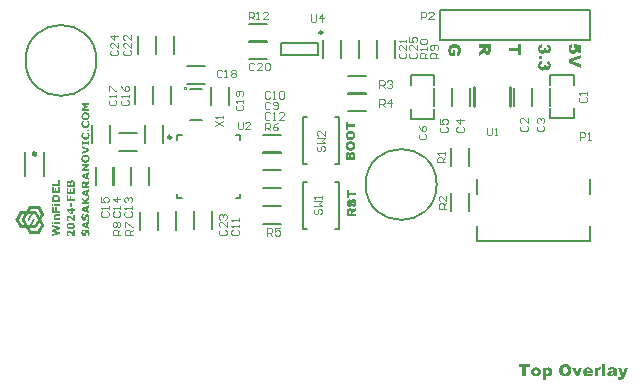
<source format=gto>
G04*
G04 #@! TF.GenerationSoftware,Altium Limited,Altium Designer,24.3.1 (35)*
G04*
G04 Layer_Color=65535*
%FSLAX44Y44*%
%MOMM*%
G71*
G04*
G04 #@! TF.SameCoordinates,098D5FB4-7C3B-420D-97F8-BA0D52642CD7*
G04*
G04*
G04 #@! TF.FilePolarity,Positive*
G04*
G01*
G75*
%ADD10C,0.2500*%
%ADD11C,0.2000*%
%ADD12C,0.3000*%
%ADD13C,0.2032*%
%ADD14C,0.1778*%
%ADD15C,0.2540*%
%ADD16C,0.1500*%
%ADD17C,0.1000*%
%ADD18C,0.1200*%
G36*
X4689Y18822D02*
Y18832D01*
X4699D01*
Y18853D01*
X4709D01*
Y18873D01*
X4719D01*
Y18884D01*
X4730D01*
Y18904D01*
X4740D01*
Y18925D01*
X4750D01*
Y18945D01*
X4760D01*
Y18955D01*
X4771D01*
Y18976D01*
X4781D01*
Y18996D01*
X4791D01*
Y19017D01*
X4801D01*
Y19027D01*
X4812D01*
Y19047D01*
X4822D01*
Y19068D01*
X4832D01*
Y19088D01*
X4842D01*
Y19099D01*
X4852D01*
Y19119D01*
X4863D01*
Y19140D01*
X4873D01*
Y19150D01*
X4883D01*
Y19170D01*
X4893D01*
Y19191D01*
X4904D01*
Y19211D01*
X4914D01*
Y19222D01*
X4924D01*
Y19242D01*
X4934D01*
Y19262D01*
X4945D01*
Y19283D01*
X4955D01*
Y19293D01*
X4965D01*
Y19314D01*
X4975D01*
Y19334D01*
X4985D01*
Y19344D01*
X4996D01*
Y19365D01*
X5006D01*
Y19385D01*
X5016D01*
Y19406D01*
X5027D01*
Y19416D01*
X5037D01*
Y19437D01*
X5047D01*
Y19457D01*
X5057D01*
Y19477D01*
X5067D01*
Y19488D01*
X5078D01*
Y19508D01*
X5088D01*
Y19529D01*
X5098D01*
Y19549D01*
X5108D01*
Y19559D01*
X5119D01*
Y19580D01*
X5129D01*
Y19600D01*
X5139D01*
Y19611D01*
X5149D01*
Y19631D01*
X5160D01*
Y19652D01*
X5170D01*
Y19672D01*
X5180D01*
Y19682D01*
X5190D01*
Y19703D01*
X5201D01*
Y19723D01*
X5211D01*
Y19744D01*
X5221D01*
Y19754D01*
X5231D01*
Y19775D01*
X5242D01*
Y19795D01*
X5252D01*
Y19815D01*
X5262D01*
Y19826D01*
X5272D01*
Y19846D01*
X5282D01*
Y19867D01*
X5293D01*
Y19877D01*
X5303D01*
Y19897D01*
X5313D01*
Y19918D01*
X5324D01*
Y19938D01*
X5334D01*
Y19949D01*
X5344D01*
Y19969D01*
X5354D01*
Y19990D01*
X5364D01*
Y20010D01*
X5375D01*
Y20020D01*
X5385D01*
Y20041D01*
X5395D01*
Y20061D01*
X5405D01*
Y20071D01*
X5416D01*
Y20092D01*
X5426D01*
Y20112D01*
X5436D01*
Y20133D01*
X5446D01*
Y20143D01*
X5457D01*
Y20164D01*
X5467D01*
Y20184D01*
X5477D01*
Y20205D01*
X5487D01*
Y20215D01*
X5497D01*
Y20235D01*
X5508D01*
Y20256D01*
X5518D01*
Y20276D01*
X5528D01*
Y20286D01*
X5538D01*
Y20307D01*
X5549D01*
Y20327D01*
X5559D01*
Y20338D01*
X5569D01*
Y20358D01*
X5579D01*
Y20379D01*
X5590D01*
Y20399D01*
X5600D01*
Y20409D01*
X5610D01*
Y20430D01*
X5620D01*
Y20450D01*
X5631D01*
Y20471D01*
X5641D01*
Y20481D01*
X5651D01*
Y20501D01*
X5661D01*
Y20522D01*
X5672D01*
Y20543D01*
X5682D01*
Y20553D01*
X5692D01*
Y20573D01*
X5702D01*
Y20594D01*
X5713D01*
Y20604D01*
X5723D01*
Y20624D01*
X5733D01*
Y20645D01*
X5743D01*
Y20665D01*
X5753D01*
Y20676D01*
X5764D01*
Y20696D01*
X5774D01*
Y20717D01*
X5784D01*
Y20737D01*
X5795D01*
Y20747D01*
X5805D01*
Y20768D01*
X5815D01*
Y20788D01*
X5825D01*
Y20809D01*
X5835D01*
Y20819D01*
X5846D01*
Y20839D01*
X5856D01*
Y20860D01*
X5866D01*
Y20870D01*
X5876D01*
Y20891D01*
X5887D01*
Y20911D01*
X5897D01*
Y20932D01*
X5907D01*
Y20942D01*
X5917D01*
Y20962D01*
X5928D01*
Y20983D01*
X5938D01*
Y21003D01*
X5948D01*
Y21014D01*
X5958D01*
Y21034D01*
X5969D01*
Y21054D01*
X5979D01*
Y21065D01*
X5989D01*
Y21085D01*
X5999D01*
Y21106D01*
X6010D01*
Y21126D01*
X6020D01*
Y21136D01*
X6030D01*
Y21157D01*
X6040D01*
Y21177D01*
X6051D01*
Y21198D01*
X6061D01*
Y21208D01*
X6071D01*
Y21228D01*
X6081D01*
Y21249D01*
X6091D01*
Y21270D01*
X6102D01*
Y21280D01*
X6112D01*
Y21300D01*
X6122D01*
Y21321D01*
X6132D01*
Y21331D01*
X6143D01*
Y21351D01*
X6153D01*
Y21372D01*
X6163D01*
Y21392D01*
X6173D01*
Y21403D01*
X6184D01*
Y21423D01*
X6194D01*
Y21444D01*
X6204D01*
Y21464D01*
X6214D01*
Y21474D01*
X6224D01*
Y21495D01*
X6235D01*
Y21515D01*
X6245D01*
Y21536D01*
X6255D01*
Y21546D01*
X6266D01*
Y21566D01*
X6276D01*
Y21587D01*
X6286D01*
Y21597D01*
X6296D01*
Y21618D01*
X6306D01*
Y21638D01*
X6317D01*
Y21659D01*
X6327D01*
Y21669D01*
X6337D01*
Y21689D01*
X6347D01*
Y21710D01*
X6358D01*
Y21730D01*
X6368D01*
Y21741D01*
X6378D01*
Y21761D01*
X6388D01*
Y21781D01*
X6399D01*
Y21802D01*
X6409D01*
Y21812D01*
X6419D01*
Y21833D01*
X6429D01*
Y21853D01*
X6440D01*
Y21863D01*
X6450D01*
Y21884D01*
X6460D01*
Y21904D01*
X6470D01*
Y21925D01*
X6481D01*
Y21935D01*
X6491D01*
Y21955D01*
X6501D01*
Y21976D01*
X6511D01*
Y21997D01*
X6521D01*
Y22007D01*
X6532D01*
Y22027D01*
X6542D01*
Y22048D01*
X6552D01*
Y22058D01*
X6562D01*
Y22078D01*
X6573D01*
Y22099D01*
X6583D01*
Y22119D01*
X6593D01*
Y22130D01*
X6603D01*
Y22150D01*
X6614D01*
Y22171D01*
X6624D01*
Y22191D01*
X6634D01*
Y22201D01*
X6644D01*
Y22222D01*
X6655D01*
Y22242D01*
X6665D01*
Y22263D01*
X6675D01*
Y22273D01*
X6685D01*
Y22294D01*
X6696D01*
Y22314D01*
X6706D01*
Y22324D01*
X6716D01*
Y22345D01*
X6726D01*
Y22365D01*
X6737D01*
Y22386D01*
X6747D01*
Y22396D01*
X6757D01*
Y22416D01*
X6767D01*
Y22437D01*
X6777D01*
Y22457D01*
X6788D01*
Y22468D01*
X6798D01*
Y22488D01*
X6808D01*
Y22508D01*
X6819D01*
Y22529D01*
X6829D01*
Y22539D01*
X6839D01*
Y22560D01*
X6849D01*
Y22580D01*
X6859D01*
Y22590D01*
X6870D01*
Y22611D01*
X6880D01*
Y22631D01*
X6890D01*
Y22652D01*
X6900D01*
Y22662D01*
X6911D01*
Y22683D01*
X6921D01*
Y22703D01*
X6931D01*
Y22724D01*
X6941D01*
Y22734D01*
X6952D01*
Y22754D01*
X6962D01*
Y22775D01*
X6972D01*
Y22785D01*
X6982D01*
Y22805D01*
X6992D01*
Y22826D01*
X7003D01*
Y22846D01*
X7013D01*
Y22857D01*
X7023D01*
Y22877D01*
X7034D01*
Y22898D01*
X7044D01*
Y22918D01*
X7054D01*
Y22928D01*
X7064D01*
Y22949D01*
X7074D01*
Y22969D01*
X7085D01*
Y22990D01*
X7095D01*
Y23000D01*
X7105D01*
Y23021D01*
X7115D01*
Y23041D01*
X7126D01*
Y23051D01*
X7136D01*
Y23072D01*
X7146D01*
Y23092D01*
X7156D01*
Y23113D01*
X7167D01*
Y23123D01*
X7177D01*
Y23143D01*
X7187D01*
Y23164D01*
X7197D01*
Y23184D01*
X7208D01*
Y23194D01*
X7218D01*
Y23215D01*
X7228D01*
Y23235D01*
X7238D01*
Y23256D01*
X7248D01*
Y23266D01*
X7259D01*
Y23287D01*
X7269D01*
Y23307D01*
X7279D01*
Y23317D01*
X7290D01*
Y23338D01*
X7300D01*
Y23358D01*
X7310D01*
Y23379D01*
X7320D01*
Y23389D01*
X7330D01*
Y23410D01*
X7341D01*
Y23430D01*
X7351D01*
Y23451D01*
X7361D01*
Y23461D01*
X7371D01*
Y23481D01*
X7382D01*
Y23502D01*
X7392D01*
Y23522D01*
X7402D01*
Y23533D01*
X7412D01*
Y23553D01*
X7423D01*
Y23573D01*
X7433D01*
Y23584D01*
X7443D01*
Y23604D01*
X7453D01*
Y23625D01*
X7464D01*
Y23645D01*
X7474D01*
Y23655D01*
X7484D01*
Y23676D01*
X7494D01*
Y23696D01*
X7505D01*
Y23717D01*
X7515D01*
Y23727D01*
X7525D01*
Y23747D01*
X7535D01*
Y23768D01*
X7545D01*
Y23778D01*
X7556D01*
Y23799D01*
X7566D01*
Y23819D01*
X7576D01*
Y23840D01*
X7586D01*
Y23850D01*
X7597D01*
Y23870D01*
X7607D01*
Y23891D01*
X7617D01*
Y23911D01*
X7627D01*
Y23922D01*
X7638D01*
Y23942D01*
X7648D01*
Y23963D01*
X7658D01*
Y23983D01*
X7668D01*
Y23993D01*
X7679D01*
Y24014D01*
X7689D01*
Y24034D01*
X7699D01*
Y24044D01*
X7709D01*
Y24065D01*
X7720D01*
Y24085D01*
X7730D01*
Y24106D01*
X7740D01*
Y24116D01*
X7750D01*
Y24137D01*
X7760D01*
Y24157D01*
X7771D01*
Y24178D01*
X7781D01*
Y24188D01*
X7791D01*
Y24208D01*
X7801D01*
Y24229D01*
X7812D01*
Y24249D01*
X7822D01*
Y24260D01*
X7832D01*
Y24280D01*
X7842D01*
Y24300D01*
X7853D01*
Y24311D01*
X7863D01*
Y24331D01*
X7873D01*
Y24352D01*
X7883D01*
Y24372D01*
X7894D01*
Y24382D01*
X7904D01*
Y24403D01*
X7914D01*
Y24423D01*
X7924D01*
Y24444D01*
X7935D01*
Y24454D01*
X7945D01*
Y24474D01*
X7955D01*
Y24495D01*
X7965D01*
Y24516D01*
X7976D01*
Y24526D01*
X7986D01*
Y24546D01*
X7996D01*
Y24567D01*
X8006D01*
Y24577D01*
X8016D01*
Y24597D01*
X8027D01*
Y24618D01*
X8037D01*
Y24638D01*
X8047D01*
Y24649D01*
X8058D01*
Y24669D01*
X8068D01*
Y24690D01*
X8078D01*
Y24710D01*
X8088D01*
Y24720D01*
X8098D01*
Y24741D01*
X8109D01*
Y24761D01*
X8119D01*
Y24771D01*
X8129D01*
Y24792D01*
X8139D01*
Y24812D01*
X8150D01*
Y24833D01*
X8160D01*
Y24843D01*
X8170D01*
Y24864D01*
X8180D01*
Y24884D01*
X8191D01*
Y24905D01*
X8201D01*
Y24915D01*
X8211D01*
Y24935D01*
X8221D01*
Y24956D01*
X8231D01*
Y24976D01*
X8242D01*
Y24987D01*
X8252D01*
Y25007D01*
X8262D01*
Y25027D01*
X8273D01*
Y25038D01*
X8283D01*
Y25058D01*
X8293D01*
Y25079D01*
X8303D01*
Y25099D01*
X8313D01*
Y25109D01*
X8324D01*
Y25130D01*
X8334D01*
Y25150D01*
X8344D01*
Y25171D01*
X8354D01*
Y25181D01*
X8365D01*
Y25201D01*
X8375D01*
Y25222D01*
X8385D01*
Y25243D01*
X8395D01*
Y25253D01*
X8406D01*
Y25273D01*
X8416D01*
Y25294D01*
X8426D01*
Y25304D01*
X8436D01*
Y25324D01*
X8447D01*
Y25345D01*
X8457D01*
Y25365D01*
X8467D01*
Y25376D01*
X13669D01*
Y25396D01*
X13679D01*
Y25417D01*
X13689D01*
Y25437D01*
X13700D01*
Y25447D01*
X13710D01*
Y25468D01*
X13720D01*
Y25488D01*
X13730D01*
Y25509D01*
X13741D01*
Y25519D01*
X13751D01*
Y25539D01*
X13761D01*
Y25560D01*
X13771D01*
Y25580D01*
X13781D01*
Y25591D01*
X13792D01*
Y25611D01*
X13802D01*
Y25632D01*
X13812D01*
Y25652D01*
X13822D01*
Y25662D01*
X13833D01*
Y25683D01*
X13843D01*
Y25703D01*
X13853D01*
Y25724D01*
X13863D01*
Y25734D01*
X13874D01*
Y25754D01*
X13884D01*
Y25775D01*
X13894D01*
Y25796D01*
X13904D01*
Y25816D01*
X13915D01*
Y25826D01*
X13925D01*
Y25847D01*
X13935D01*
Y25867D01*
X13945D01*
Y25888D01*
X13956D01*
Y25898D01*
X13966D01*
Y25918D01*
X13976D01*
Y25939D01*
X13986D01*
Y25959D01*
X13996D01*
Y25970D01*
X14007D01*
Y25990D01*
X14017D01*
Y26010D01*
X14027D01*
Y26031D01*
X14037D01*
Y26041D01*
X14048D01*
Y26062D01*
X14058D01*
Y26082D01*
X14068D01*
Y26103D01*
X14078D01*
Y26113D01*
X14089D01*
Y26133D01*
X14099D01*
Y26154D01*
X14109D01*
Y26174D01*
X14119D01*
Y26185D01*
X14130D01*
Y26205D01*
X14140D01*
Y26226D01*
X14150D01*
Y26246D01*
X14160D01*
Y26256D01*
X14171D01*
Y26277D01*
X14181D01*
Y26297D01*
X14191D01*
Y26318D01*
X14201D01*
Y26328D01*
X14211D01*
Y26348D01*
X14222D01*
Y26369D01*
X14232D01*
Y26389D01*
X14242D01*
Y26400D01*
X14253D01*
Y26420D01*
X14263D01*
Y26440D01*
X14273D01*
Y26461D01*
X14283D01*
Y26471D01*
X14294D01*
Y26492D01*
X14304D01*
Y26512D01*
X14314D01*
Y26533D01*
X14324D01*
Y26543D01*
X14334D01*
Y26563D01*
X14345D01*
Y26584D01*
X14355D01*
Y26604D01*
X14365D01*
Y26625D01*
X14375D01*
Y26635D01*
X14386D01*
Y26656D01*
X14396D01*
Y26676D01*
X14406D01*
Y26697D01*
X14416D01*
Y26707D01*
X14427D01*
Y26727D01*
X14437D01*
Y26748D01*
X14447D01*
Y26768D01*
X14457D01*
Y26779D01*
X14468D01*
Y26799D01*
X14478D01*
Y26819D01*
X14488D01*
Y26840D01*
X14498D01*
Y26850D01*
X14509D01*
Y26871D01*
X14519D01*
Y26891D01*
X14529D01*
Y26912D01*
X14539D01*
Y26922D01*
X14549D01*
Y26942D01*
X14560D01*
Y26963D01*
X14570D01*
Y26983D01*
X14580D01*
Y26994D01*
X14590D01*
Y27014D01*
X14601D01*
Y27034D01*
X14611D01*
Y27055D01*
X14621D01*
Y27065D01*
X14631D01*
Y27086D01*
X14642D01*
Y27106D01*
X14652D01*
Y27127D01*
X14662D01*
Y27137D01*
X14672D01*
Y27157D01*
X14683D01*
Y27178D01*
X14693D01*
Y27198D01*
X14703D01*
Y27208D01*
X14713D01*
Y27229D01*
X14724D01*
Y27250D01*
X14734D01*
Y27270D01*
X14744D01*
Y27280D01*
X14754D01*
Y27301D01*
X14764D01*
Y27321D01*
X14775D01*
Y27342D01*
X14785D01*
Y27352D01*
X14795D01*
Y27372D01*
X14806D01*
Y27393D01*
X14816D01*
Y27413D01*
X14826D01*
Y27434D01*
X14836D01*
Y27444D01*
X14846D01*
Y27464D01*
X14857D01*
Y27485D01*
X14867D01*
Y27506D01*
X14877D01*
Y27516D01*
X14887D01*
Y27536D01*
X14898D01*
Y27557D01*
X14908D01*
Y27577D01*
X14918D01*
Y27587D01*
X14928D01*
Y27608D01*
X14939D01*
Y27628D01*
X14949D01*
Y27649D01*
X14959D01*
Y27659D01*
X14969D01*
Y27680D01*
X14979D01*
Y27700D01*
X14990D01*
Y27720D01*
X15000D01*
Y27731D01*
X15010D01*
Y27751D01*
X15021D01*
Y27772D01*
X15031D01*
Y27792D01*
X15041D01*
Y27802D01*
X15051D01*
Y27823D01*
X15061D01*
Y27843D01*
X15072D01*
Y27864D01*
X15082D01*
Y27874D01*
X15092D01*
Y27895D01*
X15102D01*
Y27915D01*
X15113D01*
Y27936D01*
X15123D01*
Y27946D01*
X15133D01*
Y27966D01*
X15143D01*
Y27987D01*
X15154D01*
Y28007D01*
X15164D01*
Y28017D01*
X15174D01*
Y28038D01*
X15184D01*
Y28058D01*
X15195D01*
Y28079D01*
X15205D01*
Y28089D01*
X15215D01*
Y28110D01*
X15225D01*
Y28130D01*
X15236D01*
Y28151D01*
X15246D01*
Y28161D01*
X15256D01*
Y28181D01*
X15266D01*
Y28202D01*
X15276D01*
Y28222D01*
X15287D01*
Y28233D01*
X15297D01*
Y28253D01*
X15307D01*
Y28273D01*
X15317D01*
Y28294D01*
X15328D01*
Y28314D01*
X15338D01*
Y28325D01*
X15348D01*
Y28345D01*
X15358D01*
Y28366D01*
X15369D01*
Y28386D01*
X15379D01*
Y28396D01*
X15389D01*
Y28417D01*
X15399D01*
Y28437D01*
X15410D01*
Y28458D01*
X15420D01*
Y28468D01*
X15430D01*
Y28489D01*
X15440D01*
Y28509D01*
X15451D01*
Y28530D01*
X15461D01*
Y28540D01*
X15471D01*
Y28560D01*
X15481D01*
Y28581D01*
X15491D01*
Y28601D01*
X15502D01*
Y28611D01*
X15512D01*
Y28632D01*
X15522D01*
Y28652D01*
X15532D01*
Y28673D01*
X15543D01*
Y28683D01*
X15553D01*
Y28703D01*
X15563D01*
Y28724D01*
X15573D01*
Y28744D01*
X15584D01*
Y28755D01*
X15594D01*
Y28775D01*
X15604D01*
Y28796D01*
X15614D01*
Y28816D01*
X15625D01*
Y28826D01*
X15635D01*
Y28847D01*
X15645D01*
Y28867D01*
X15655D01*
Y28888D01*
X15666D01*
Y28898D01*
X15676D01*
Y28919D01*
X15686D01*
Y28939D01*
X15696D01*
Y28960D01*
X15706D01*
Y28970D01*
X15717D01*
Y28990D01*
X15727D01*
Y29011D01*
X15737D01*
Y29031D01*
X15747D01*
Y29041D01*
X15758D01*
Y29062D01*
X15768D01*
Y29082D01*
X15778D01*
Y29103D01*
X15789D01*
Y29123D01*
X15799D01*
Y29134D01*
X15809D01*
Y29154D01*
X15819D01*
Y29175D01*
X15829D01*
Y29195D01*
X15840D01*
Y29205D01*
X15850D01*
Y29226D01*
X15860D01*
Y29246D01*
X15870D01*
Y29267D01*
X15881D01*
Y29277D01*
X15891D01*
Y29297D01*
X15901D01*
Y29318D01*
X15911D01*
Y29338D01*
X15922D01*
Y29349D01*
X15932D01*
Y29369D01*
X15942D01*
Y29390D01*
X15952D01*
Y29410D01*
X15963D01*
Y29420D01*
X15973D01*
Y29441D01*
X15983D01*
Y29461D01*
X15993D01*
Y29482D01*
X16004D01*
Y29492D01*
X16014D01*
Y29513D01*
X16024D01*
Y29533D01*
X16034D01*
Y29553D01*
X16044D01*
Y29564D01*
X16055D01*
Y29584D01*
X16065D01*
Y29605D01*
X16075D01*
Y29625D01*
X16085D01*
Y29635D01*
X16096D01*
Y29656D01*
X16106D01*
Y29676D01*
X16116D01*
Y29697D01*
X16126D01*
Y29707D01*
X16137D01*
Y29727D01*
X16147D01*
Y29748D01*
X16157D01*
Y29769D01*
X16167D01*
Y29779D01*
X16178D01*
Y29799D01*
X16188D01*
Y29820D01*
X16198D01*
Y29840D01*
X16208D01*
Y29850D01*
X16219D01*
Y29871D01*
X16229D01*
Y29891D01*
X16239D01*
Y29912D01*
X16249D01*
Y29932D01*
X16259D01*
Y29943D01*
X16270D01*
Y29963D01*
X16280D01*
Y29973D01*
X16290D01*
Y29983D01*
X24861D01*
Y29973D01*
X24871D01*
Y29963D01*
X24881D01*
Y29943D01*
X24892D01*
Y29922D01*
X24902D01*
Y29902D01*
X24912D01*
Y29891D01*
X24922D01*
Y29871D01*
X24932D01*
Y29850D01*
X24943D01*
Y29830D01*
X24953D01*
Y29820D01*
X24963D01*
Y29799D01*
X24973D01*
Y29779D01*
X24984D01*
Y29758D01*
X24994D01*
Y29748D01*
X25004D01*
Y29727D01*
X25015D01*
Y29707D01*
X25025D01*
Y29687D01*
X25035D01*
Y29666D01*
X25045D01*
Y29656D01*
X25055D01*
Y29635D01*
X25066D01*
Y29615D01*
X25076D01*
Y29594D01*
X25086D01*
Y29584D01*
X25096D01*
Y29564D01*
X25107D01*
Y29543D01*
X25117D01*
Y29523D01*
X25127D01*
Y29502D01*
X25137D01*
Y29492D01*
X25148D01*
Y29471D01*
X25158D01*
Y29451D01*
X25168D01*
Y29430D01*
X25178D01*
Y29420D01*
X25189D01*
Y29400D01*
X25199D01*
Y29379D01*
X25209D01*
Y29359D01*
X25219D01*
Y29349D01*
X25229D01*
Y29328D01*
X25240D01*
Y29308D01*
X25250D01*
Y29287D01*
X25260D01*
Y29267D01*
X25271D01*
Y29256D01*
X25281D01*
Y29236D01*
X25291D01*
Y29216D01*
X25301D01*
Y29195D01*
X25311D01*
Y29185D01*
X25322D01*
Y29164D01*
X25332D01*
Y29144D01*
X25342D01*
Y29123D01*
X25352D01*
Y29103D01*
X25363D01*
Y29093D01*
X25373D01*
Y29072D01*
X25383D01*
Y29052D01*
X25393D01*
Y29031D01*
X25404D01*
Y29021D01*
X25414D01*
Y29000D01*
X25424D01*
Y28980D01*
X25434D01*
Y28960D01*
X25445D01*
Y28939D01*
X25455D01*
Y28929D01*
X25465D01*
Y28908D01*
X25475D01*
Y28888D01*
X25485D01*
Y28867D01*
X25496D01*
Y28857D01*
X25506D01*
Y28837D01*
X25516D01*
Y28816D01*
X25526D01*
Y28796D01*
X25537D01*
Y28785D01*
X25547D01*
Y28765D01*
X25557D01*
Y28744D01*
X25567D01*
Y28724D01*
X25578D01*
Y28703D01*
X25588D01*
Y28693D01*
X25598D01*
Y28673D01*
X25608D01*
Y28652D01*
X25619D01*
Y28632D01*
X25629D01*
Y28622D01*
X25639D01*
Y28601D01*
X25649D01*
Y28581D01*
X25660D01*
Y28560D01*
X25670D01*
Y28540D01*
X25680D01*
Y28530D01*
X25690D01*
Y28509D01*
X25701D01*
Y28489D01*
X25711D01*
Y28468D01*
X25721D01*
Y28458D01*
X25731D01*
Y28437D01*
X25742D01*
Y28417D01*
X25752D01*
Y28396D01*
X25762D01*
Y28376D01*
X25772D01*
Y28366D01*
X25782D01*
Y28345D01*
X25793D01*
Y28325D01*
X25803D01*
Y28304D01*
X25813D01*
Y28294D01*
X25823D01*
Y28273D01*
X25834D01*
Y28253D01*
X25844D01*
Y28233D01*
X25854D01*
Y28222D01*
X25864D01*
Y28202D01*
X25875D01*
Y28181D01*
X25885D01*
Y28161D01*
X25895D01*
Y28140D01*
X25905D01*
Y28130D01*
X25916D01*
Y28110D01*
X25926D01*
Y28089D01*
X25936D01*
Y28069D01*
X25946D01*
Y28058D01*
X25956D01*
Y28038D01*
X25967D01*
Y28017D01*
X25977D01*
Y27997D01*
X25987D01*
Y27977D01*
X25998D01*
Y27966D01*
X26008D01*
Y27946D01*
X26018D01*
Y27925D01*
X26028D01*
Y27905D01*
X26038D01*
Y27895D01*
X26049D01*
Y27874D01*
X26059D01*
Y27854D01*
X26069D01*
Y27833D01*
X26079D01*
Y27823D01*
X26090D01*
Y27802D01*
X26100D01*
Y27782D01*
X26110D01*
Y27761D01*
X26120D01*
Y27741D01*
X26131D01*
Y27731D01*
X26141D01*
Y27710D01*
X26151D01*
Y27690D01*
X26161D01*
Y27669D01*
X26172D01*
Y27659D01*
X26182D01*
Y27639D01*
X26192D01*
Y27618D01*
X26202D01*
Y27598D01*
X26212D01*
Y27577D01*
X26223D01*
Y27567D01*
X26233D01*
Y27546D01*
X26243D01*
Y27526D01*
X26253D01*
Y27506D01*
X26264D01*
Y27495D01*
X26274D01*
Y27475D01*
X26284D01*
Y27454D01*
X26294D01*
Y27434D01*
X26305D01*
Y27413D01*
X26315D01*
Y27403D01*
X26325D01*
Y27383D01*
X26335D01*
Y27362D01*
X26346D01*
Y27342D01*
X26356D01*
Y27331D01*
X26366D01*
Y27311D01*
X26376D01*
Y27290D01*
X26387D01*
Y27270D01*
X26397D01*
Y27260D01*
X26407D01*
Y27239D01*
X26417D01*
Y27219D01*
X26428D01*
Y27198D01*
X26438D01*
Y27178D01*
X26448D01*
Y27168D01*
X26458D01*
Y27147D01*
X26469D01*
Y27127D01*
X26479D01*
Y27106D01*
X26489D01*
Y27096D01*
X26499D01*
Y27075D01*
X26509D01*
Y27055D01*
X26520D01*
Y27034D01*
X26530D01*
Y27014D01*
X26540D01*
Y27004D01*
X26550D01*
Y26983D01*
X26561D01*
Y26963D01*
X26571D01*
Y26942D01*
X26581D01*
Y26932D01*
X26591D01*
Y26912D01*
X26602D01*
Y26891D01*
X26612D01*
Y26871D01*
X26622D01*
Y26850D01*
X26632D01*
Y26840D01*
X26643D01*
Y26819D01*
X26653D01*
Y26799D01*
X26663D01*
Y26779D01*
X26673D01*
Y26768D01*
X26683D01*
Y26748D01*
X26694D01*
Y26727D01*
X26704D01*
Y26707D01*
X26714D01*
Y26697D01*
X26725D01*
Y26676D01*
X26735D01*
Y26656D01*
X26745D01*
Y26635D01*
X26755D01*
Y26615D01*
X26765D01*
Y26604D01*
X26776D01*
Y26584D01*
X26786D01*
Y26563D01*
X26796D01*
Y26543D01*
X26806D01*
Y26533D01*
X26817D01*
Y26512D01*
X26827D01*
Y26492D01*
X26837D01*
Y26471D01*
X26847D01*
Y26451D01*
X26858D01*
Y26440D01*
X26868D01*
Y26420D01*
X26878D01*
Y26400D01*
X26888D01*
Y26379D01*
X26899D01*
Y26369D01*
X26909D01*
Y26348D01*
X26919D01*
Y26328D01*
X26929D01*
Y26307D01*
X26939D01*
Y26297D01*
X26950D01*
Y26277D01*
X26960D01*
Y26256D01*
X26970D01*
Y26236D01*
X26981D01*
Y26215D01*
X26991D01*
Y26205D01*
X27001D01*
Y26185D01*
X27011D01*
Y26164D01*
X27022D01*
Y26144D01*
X27032D01*
Y26133D01*
X27042D01*
Y26113D01*
X27052D01*
Y26092D01*
X27062D01*
Y26072D01*
X27073D01*
Y26051D01*
X27083D01*
Y26041D01*
X27093D01*
Y26021D01*
X27103D01*
Y26000D01*
X27114D01*
Y25980D01*
X27124D01*
Y25970D01*
X27134D01*
Y25949D01*
X27144D01*
Y25928D01*
X27155D01*
Y25908D01*
X27165D01*
Y25888D01*
X27175D01*
Y25877D01*
X27185D01*
Y25857D01*
X27195D01*
Y25836D01*
X27206D01*
Y25816D01*
X27216D01*
Y25806D01*
X27226D01*
Y25785D01*
X27236D01*
Y25765D01*
X27247D01*
Y25744D01*
X27257D01*
Y25734D01*
X27267D01*
Y25714D01*
X27277D01*
Y25693D01*
X27288D01*
Y25673D01*
X27298D01*
Y25652D01*
X27308D01*
Y25642D01*
X27318D01*
Y25621D01*
X27329D01*
Y25601D01*
X27339D01*
Y25580D01*
X27349D01*
Y25570D01*
X27359D01*
Y25550D01*
X27370D01*
Y25529D01*
X27380D01*
Y25509D01*
X27390D01*
Y25488D01*
X27400D01*
Y25478D01*
X27411D01*
Y25457D01*
X27421D01*
Y25437D01*
X27431D01*
Y25417D01*
X27441D01*
Y25406D01*
X27452D01*
Y25386D01*
X27462D01*
Y25365D01*
X27472D01*
Y25345D01*
X27482D01*
Y25324D01*
X27492D01*
Y25314D01*
X27503D01*
Y25294D01*
X27513D01*
Y25273D01*
X27523D01*
Y25253D01*
X27533D01*
Y25243D01*
X27544D01*
Y25222D01*
X27554D01*
Y25201D01*
X27564D01*
Y25181D01*
X27574D01*
Y25171D01*
X27585D01*
Y25150D01*
X27595D01*
Y25130D01*
X27605D01*
Y25109D01*
X27615D01*
Y25089D01*
X27626D01*
Y25079D01*
X27636D01*
Y25058D01*
X27646D01*
Y25038D01*
X27656D01*
Y25017D01*
X27667D01*
Y25007D01*
X27677D01*
Y24987D01*
X27687D01*
Y24966D01*
X27697D01*
Y24945D01*
X27708D01*
Y24925D01*
X27718D01*
Y24915D01*
X27728D01*
Y24894D01*
X27738D01*
Y24874D01*
X27748D01*
Y24853D01*
X27759D01*
Y24843D01*
X27769D01*
Y24823D01*
X27779D01*
Y24802D01*
X27789D01*
Y24782D01*
X27800D01*
Y24761D01*
X27810D01*
Y24751D01*
X27820D01*
Y24731D01*
X27830D01*
Y24710D01*
X27841D01*
Y24690D01*
X27851D01*
Y24679D01*
X27861D01*
Y24659D01*
X27871D01*
Y24638D01*
X27882D01*
Y24618D01*
X27892D01*
Y24608D01*
X27902D01*
Y24587D01*
X27912D01*
Y24567D01*
X27923D01*
Y24546D01*
X27933D01*
Y24526D01*
X27943D01*
Y24516D01*
X27953D01*
Y24495D01*
X27964D01*
Y24474D01*
X27974D01*
Y24454D01*
X27984D01*
Y24444D01*
X27994D01*
Y24423D01*
X28005D01*
Y24403D01*
X28015D01*
Y24382D01*
X28025D01*
Y24362D01*
X28035D01*
Y24352D01*
X28045D01*
Y24331D01*
X28056D01*
Y24311D01*
X28066D01*
Y24290D01*
X28076D01*
Y24280D01*
X28086D01*
Y24260D01*
X28097D01*
Y24239D01*
X28107D01*
Y24218D01*
X28117D01*
Y24208D01*
X28127D01*
Y24188D01*
X28138D01*
Y24167D01*
X28148D01*
Y24147D01*
X28158D01*
Y24126D01*
X28168D01*
Y24116D01*
X28179D01*
Y24096D01*
X28189D01*
Y24075D01*
X28199D01*
Y24055D01*
X28209D01*
Y24044D01*
X28219D01*
Y24024D01*
X28230D01*
Y24004D01*
X28240D01*
Y23983D01*
X28250D01*
Y23963D01*
X28261D01*
Y23952D01*
X28271D01*
Y23932D01*
X28281D01*
Y23911D01*
X28291D01*
Y23891D01*
X28301D01*
Y23881D01*
X28312D01*
Y23860D01*
X28322D01*
Y23840D01*
X28332D01*
Y23819D01*
X28342D01*
Y23799D01*
X28353D01*
Y23788D01*
X28363D01*
Y23768D01*
X28373D01*
Y23747D01*
X28383D01*
Y23727D01*
X28394D01*
Y23717D01*
X28404D01*
Y23696D01*
X28414D01*
Y23676D01*
X28424D01*
Y23655D01*
X28435D01*
Y23645D01*
X28445D01*
Y23625D01*
X28455D01*
Y23604D01*
X28465D01*
Y23584D01*
X28475D01*
Y23563D01*
X28486D01*
Y23553D01*
X28496D01*
Y23533D01*
X28506D01*
Y23512D01*
X28516D01*
Y23491D01*
X28527D01*
Y23481D01*
X28537D01*
Y23461D01*
X28547D01*
Y23440D01*
X28557D01*
Y23420D01*
X28568D01*
Y23399D01*
X28578D01*
Y23389D01*
X28588D01*
Y23369D01*
X28598D01*
Y23348D01*
X28609D01*
Y23328D01*
X28619D01*
Y23317D01*
X28629D01*
Y23297D01*
X28639D01*
Y23277D01*
X28650D01*
Y23256D01*
X28660D01*
Y23235D01*
X28670D01*
Y23225D01*
X28680D01*
Y23205D01*
X28691D01*
Y23184D01*
X28701D01*
Y23164D01*
X28711D01*
Y23154D01*
X28721D01*
Y23133D01*
X28732D01*
Y23113D01*
X28742D01*
Y23092D01*
X28752D01*
Y23082D01*
X28762D01*
Y23061D01*
X28772D01*
Y23041D01*
X28783D01*
Y23021D01*
X28793D01*
Y23000D01*
X28803D01*
Y22990D01*
X28813D01*
Y22969D01*
X28824D01*
Y22949D01*
X28834D01*
Y22928D01*
X28844D01*
Y22918D01*
X28854D01*
Y22898D01*
X28865D01*
Y22877D01*
X28875D01*
Y22857D01*
X28885D01*
Y22836D01*
X28895D01*
Y22826D01*
X28906D01*
Y22805D01*
X28916D01*
Y22775D01*
X28906D01*
Y22754D01*
X28895D01*
Y22744D01*
X28885D01*
Y22724D01*
X28875D01*
Y22703D01*
X28865D01*
Y22683D01*
X28854D01*
Y22672D01*
X28844D01*
Y22652D01*
X28834D01*
Y22631D01*
X28824D01*
Y22621D01*
X28813D01*
Y22601D01*
X28803D01*
Y22580D01*
X28793D01*
Y22570D01*
X28783D01*
Y22550D01*
X28772D01*
Y22529D01*
X28762D01*
Y22508D01*
X28752D01*
Y22498D01*
X28742D01*
Y22478D01*
X28732D01*
Y22457D01*
X28721D01*
Y22447D01*
X28711D01*
Y22427D01*
X28701D01*
Y22406D01*
X28691D01*
Y22396D01*
X28680D01*
Y22375D01*
X28670D01*
Y22355D01*
X28660D01*
Y22345D01*
X28650D01*
Y22324D01*
X28639D01*
Y22304D01*
X28629D01*
Y22283D01*
X28619D01*
Y22273D01*
X28609D01*
Y22253D01*
X28598D01*
Y22232D01*
X28588D01*
Y22222D01*
X28578D01*
Y22201D01*
X28568D01*
Y22181D01*
X28557D01*
Y22171D01*
X28547D01*
Y22150D01*
X28537D01*
Y22130D01*
X28527D01*
Y22109D01*
X28516D01*
Y22099D01*
X28506D01*
Y22078D01*
X28496D01*
Y22058D01*
X28486D01*
Y22048D01*
X28475D01*
Y22027D01*
X28465D01*
Y22007D01*
X28455D01*
Y21997D01*
X28445D01*
Y21976D01*
X28435D01*
Y21955D01*
X28424D01*
Y21945D01*
X28414D01*
Y21925D01*
X28404D01*
Y21904D01*
X28394D01*
Y21884D01*
X28383D01*
Y21874D01*
X28373D01*
Y21853D01*
X28363D01*
Y21833D01*
X28353D01*
Y21822D01*
X28342D01*
Y21802D01*
X28332D01*
Y21781D01*
X28322D01*
Y21771D01*
X28312D01*
Y21751D01*
X28301D01*
Y21730D01*
X28291D01*
Y21710D01*
X28281D01*
Y21700D01*
X28271D01*
Y21679D01*
X28261D01*
Y21659D01*
X28250D01*
Y21648D01*
X28240D01*
Y21628D01*
X28230D01*
Y21607D01*
X28219D01*
Y21597D01*
X28209D01*
Y21577D01*
X28199D01*
Y21556D01*
X28189D01*
Y21536D01*
X28179D01*
Y21525D01*
X28168D01*
Y21505D01*
X28158D01*
Y21484D01*
X28148D01*
Y21474D01*
X28138D01*
Y21454D01*
X28127D01*
Y21433D01*
X28117D01*
Y21423D01*
X28107D01*
Y21403D01*
X28097D01*
Y21382D01*
X28086D01*
Y21372D01*
X28076D01*
Y21351D01*
X28066D01*
Y21331D01*
X28056D01*
Y21310D01*
X28045D01*
Y21300D01*
X28035D01*
Y21280D01*
X28025D01*
Y21259D01*
X28015D01*
Y21249D01*
X28005D01*
Y21228D01*
X27994D01*
Y21208D01*
X27984D01*
Y21198D01*
X27974D01*
Y21177D01*
X27964D01*
Y21157D01*
X27953D01*
Y21136D01*
X27943D01*
Y21126D01*
X27933D01*
Y21106D01*
X27923D01*
Y21085D01*
X27912D01*
Y21075D01*
X27902D01*
Y21054D01*
X27892D01*
Y21034D01*
X27882D01*
Y21024D01*
X27871D01*
Y21003D01*
X27861D01*
Y20983D01*
X27851D01*
Y20972D01*
X27841D01*
Y20952D01*
X27830D01*
Y20932D01*
X27820D01*
Y20911D01*
X27810D01*
Y20901D01*
X27800D01*
Y20880D01*
X27789D01*
Y20860D01*
X27779D01*
Y20850D01*
X27769D01*
Y20829D01*
X27759D01*
Y20809D01*
X27748D01*
Y20798D01*
X27738D01*
Y20778D01*
X27728D01*
Y20758D01*
X27718D01*
Y20737D01*
X27708D01*
Y20727D01*
X27697D01*
Y20706D01*
X27687D01*
Y20686D01*
X27677D01*
Y20676D01*
X27667D01*
Y20655D01*
X27656D01*
Y20635D01*
X27646D01*
Y20624D01*
X27636D01*
Y20604D01*
X27626D01*
Y20583D01*
X27615D01*
Y20573D01*
X27605D01*
Y20553D01*
X27595D01*
Y20532D01*
X27585D01*
Y20512D01*
X27574D01*
Y20501D01*
X27564D01*
Y20481D01*
X27554D01*
Y20461D01*
X27544D01*
Y20450D01*
X27533D01*
Y20430D01*
X27523D01*
Y20409D01*
X27513D01*
Y20399D01*
X27503D01*
Y20379D01*
X27492D01*
Y20358D01*
X27482D01*
Y20338D01*
X27472D01*
Y20327D01*
X27462D01*
Y20307D01*
X27452D01*
Y20286D01*
X27441D01*
Y20276D01*
X27431D01*
Y20256D01*
X27421D01*
Y20235D01*
X27411D01*
Y20225D01*
X27400D01*
Y20205D01*
X27390D01*
Y20184D01*
X27380D01*
Y20174D01*
X27370D01*
Y20153D01*
X27359D01*
Y20133D01*
X27349D01*
Y20112D01*
X27339D01*
Y20102D01*
X27329D01*
Y20082D01*
X27318D01*
Y20061D01*
X27308D01*
Y20051D01*
X27298D01*
Y20031D01*
X27288D01*
Y20010D01*
X27277D01*
Y20000D01*
X27267D01*
Y19979D01*
X27257D01*
Y19959D01*
X27247D01*
Y19938D01*
X27236D01*
Y19928D01*
X27226D01*
Y19908D01*
X27216D01*
Y19887D01*
X27206D01*
Y19877D01*
X27195D01*
Y19856D01*
X27185D01*
Y19836D01*
X27175D01*
Y19826D01*
X27165D01*
Y19805D01*
X27155D01*
Y19785D01*
X27144D01*
Y19775D01*
X27134D01*
Y19754D01*
X27124D01*
Y19734D01*
X27114D01*
Y19713D01*
X27103D01*
Y19703D01*
X27093D01*
Y19682D01*
X27083D01*
Y19662D01*
X27073D01*
Y19652D01*
X27062D01*
Y19631D01*
X27052D01*
Y19611D01*
X27042D01*
Y19600D01*
X27032D01*
Y19580D01*
X27022D01*
Y19559D01*
X27011D01*
Y19539D01*
X27001D01*
Y19529D01*
X26991D01*
Y19508D01*
X26981D01*
Y19488D01*
X26970D01*
Y19477D01*
X26960D01*
Y19457D01*
X26950D01*
Y19437D01*
X26939D01*
Y19426D01*
X26929D01*
Y19406D01*
X26919D01*
Y19385D01*
X26909D01*
Y19375D01*
X26899D01*
Y19355D01*
X26888D01*
Y19334D01*
X26878D01*
Y19314D01*
X26868D01*
Y19303D01*
X26858D01*
Y19283D01*
X26847D01*
Y19262D01*
X26837D01*
Y19252D01*
X26827D01*
Y19232D01*
X26817D01*
Y19211D01*
X26806D01*
Y19201D01*
X26796D01*
Y19181D01*
X26786D01*
Y19160D01*
X26776D01*
Y19140D01*
X26765D01*
Y19129D01*
X26755D01*
Y19109D01*
X26745D01*
Y19088D01*
X26735D01*
Y19078D01*
X26725D01*
Y19058D01*
X26714D01*
Y19037D01*
X26704D01*
Y19027D01*
X26694D01*
Y19007D01*
X26683D01*
Y18986D01*
X26673D01*
Y18976D01*
X26663D01*
Y18955D01*
X26653D01*
Y18935D01*
X26643D01*
Y18914D01*
X26632D01*
Y18904D01*
X26622D01*
Y18884D01*
X26612D01*
Y18863D01*
X26602D01*
Y18853D01*
X26591D01*
Y18832D01*
X26581D01*
Y18812D01*
X26571D01*
Y18802D01*
X26561D01*
Y18781D01*
X26550D01*
Y18761D01*
X26540D01*
Y18740D01*
X26530D01*
Y18730D01*
X26520D01*
Y18709D01*
X26509D01*
Y18689D01*
X26499D01*
Y18679D01*
X26489D01*
Y18658D01*
X26479D01*
Y18638D01*
X26469D01*
Y18628D01*
X26458D01*
Y18607D01*
X26448D01*
Y18587D01*
X26438D01*
Y18576D01*
X26428D01*
Y18556D01*
X26417D01*
Y18535D01*
X26407D01*
Y18515D01*
X26397D01*
Y18505D01*
X26387D01*
Y18484D01*
X26376D01*
Y18464D01*
X26366D01*
Y18454D01*
X26356D01*
Y18433D01*
X26346D01*
Y18413D01*
X26335D01*
Y18402D01*
X26325D01*
Y18382D01*
X26315D01*
Y18361D01*
X26305D01*
Y18341D01*
X26294D01*
Y18331D01*
X26284D01*
Y18310D01*
X26274D01*
Y18290D01*
X26264D01*
Y18280D01*
X26253D01*
Y18259D01*
X26243D01*
Y18239D01*
X26233D01*
Y18228D01*
X26223D01*
Y18208D01*
X26212D01*
Y18187D01*
X26202D01*
Y18167D01*
X26212D01*
Y18146D01*
X26223D01*
Y18126D01*
X26233D01*
Y18116D01*
X26243D01*
Y18095D01*
X26253D01*
Y18075D01*
X26264D01*
Y18064D01*
X26274D01*
Y18044D01*
X26284D01*
Y18024D01*
X26294D01*
Y18013D01*
X26305D01*
Y17993D01*
X26315D01*
Y17972D01*
X26325D01*
Y17962D01*
X26335D01*
Y17942D01*
X26346D01*
Y17921D01*
X26356D01*
Y17911D01*
X26366D01*
Y17890D01*
X26376D01*
Y17870D01*
X26387D01*
Y17860D01*
X26397D01*
Y17839D01*
X26407D01*
Y17819D01*
X26417D01*
Y17808D01*
X26428D01*
Y17788D01*
X26438D01*
Y17767D01*
X26448D01*
Y17757D01*
X26458D01*
Y17737D01*
X26469D01*
Y17716D01*
X26479D01*
Y17706D01*
X26489D01*
Y17686D01*
X26499D01*
Y17665D01*
X26509D01*
Y17655D01*
X26520D01*
Y17634D01*
X26530D01*
Y17614D01*
X26540D01*
Y17604D01*
X26550D01*
Y17583D01*
X26561D01*
Y17563D01*
X26571D01*
Y17552D01*
X26581D01*
Y17532D01*
X26591D01*
Y17512D01*
X26602D01*
Y17501D01*
X26612D01*
Y17481D01*
X26622D01*
Y17460D01*
X26632D01*
Y17450D01*
X26643D01*
Y17430D01*
X26653D01*
Y17409D01*
X26663D01*
Y17399D01*
X26673D01*
Y17378D01*
X26683D01*
Y17358D01*
X26694D01*
Y17348D01*
X26704D01*
Y17327D01*
X26714D01*
Y17307D01*
X26725D01*
Y17297D01*
X26735D01*
Y17276D01*
X26745D01*
Y17256D01*
X26755D01*
Y17245D01*
X26765D01*
Y17225D01*
X26776D01*
Y17204D01*
X26786D01*
Y17194D01*
X26796D01*
Y17174D01*
X26806D01*
Y17153D01*
X26817D01*
Y17143D01*
X26827D01*
Y17122D01*
X26837D01*
Y17102D01*
X26847D01*
Y17092D01*
X26858D01*
Y17071D01*
X26868D01*
Y17051D01*
X26878D01*
Y17040D01*
X26888D01*
Y17020D01*
X26899D01*
Y16999D01*
X26909D01*
Y16989D01*
X26919D01*
Y16969D01*
X26929D01*
Y16948D01*
X26939D01*
Y16938D01*
X26950D01*
Y16918D01*
X26960D01*
Y16897D01*
X26970D01*
Y16887D01*
X26981D01*
Y16866D01*
X26991D01*
Y16846D01*
X27001D01*
Y16836D01*
X27011D01*
Y16815D01*
X27022D01*
Y16795D01*
X27032D01*
Y16784D01*
X27042D01*
Y16764D01*
X27052D01*
Y16744D01*
X27062D01*
Y16733D01*
X27073D01*
Y16713D01*
X27083D01*
Y16692D01*
X27093D01*
Y16672D01*
X27103D01*
Y16662D01*
X27114D01*
Y16641D01*
X27124D01*
Y16621D01*
X27134D01*
Y16610D01*
X27144D01*
Y16590D01*
X27155D01*
Y16569D01*
X27165D01*
Y16559D01*
X27175D01*
Y16539D01*
X27185D01*
Y16518D01*
X27195D01*
Y16508D01*
X27206D01*
Y16487D01*
X27216D01*
Y16467D01*
X27226D01*
Y16457D01*
X27236D01*
Y16436D01*
X27247D01*
Y16416D01*
X27257D01*
Y16406D01*
X27267D01*
Y16385D01*
X27277D01*
Y16365D01*
X27288D01*
Y16354D01*
X27298D01*
Y16334D01*
X27308D01*
Y16314D01*
X27318D01*
Y16303D01*
X27329D01*
Y16283D01*
X27339D01*
Y16262D01*
X27349D01*
Y16252D01*
X27359D01*
Y16231D01*
X27370D01*
Y16211D01*
X27380D01*
Y16201D01*
X27390D01*
Y16180D01*
X27400D01*
Y16160D01*
X27411D01*
Y16150D01*
X27421D01*
Y16129D01*
X27431D01*
Y16109D01*
X27441D01*
Y16098D01*
X27452D01*
Y16078D01*
X27462D01*
Y16057D01*
X27472D01*
Y16047D01*
X27482D01*
Y16027D01*
X27492D01*
Y16006D01*
X27503D01*
Y15996D01*
X27513D01*
Y15976D01*
X27523D01*
Y15955D01*
X27533D01*
Y15945D01*
X27544D01*
Y15924D01*
X27554D01*
Y15904D01*
X27564D01*
Y15894D01*
X27574D01*
Y15873D01*
X27585D01*
Y15853D01*
X27595D01*
Y15842D01*
X27605D01*
Y15822D01*
X27615D01*
Y15802D01*
X27626D01*
Y15791D01*
X27636D01*
Y15771D01*
X27646D01*
Y15750D01*
X27656D01*
Y15740D01*
X27667D01*
Y15720D01*
X27677D01*
Y15699D01*
X27687D01*
Y15689D01*
X27697D01*
Y15668D01*
X27708D01*
Y15648D01*
X27718D01*
Y15638D01*
X27728D01*
Y15617D01*
X27738D01*
Y15597D01*
X27748D01*
Y15586D01*
X27759D01*
Y15566D01*
X27769D01*
Y15546D01*
X27779D01*
Y15535D01*
X27789D01*
Y15515D01*
X27800D01*
Y15494D01*
X27810D01*
Y15484D01*
X27820D01*
Y15464D01*
X27830D01*
Y15443D01*
X27841D01*
Y15433D01*
X27851D01*
Y15412D01*
X27861D01*
Y15392D01*
X27871D01*
Y15382D01*
X27882D01*
Y15361D01*
X27892D01*
Y15341D01*
X27902D01*
Y15330D01*
X27912D01*
Y15310D01*
X27923D01*
Y15289D01*
X27933D01*
Y15279D01*
X27943D01*
Y15259D01*
X27953D01*
Y15238D01*
X27964D01*
Y15218D01*
X27974D01*
Y15208D01*
X27984D01*
Y15187D01*
X27994D01*
Y15167D01*
X28005D01*
Y15156D01*
X28015D01*
Y15136D01*
X28025D01*
Y15115D01*
X28035D01*
Y15105D01*
X28045D01*
Y15085D01*
X28056D01*
Y15064D01*
X28066D01*
Y15054D01*
X28076D01*
Y15034D01*
X28086D01*
Y15013D01*
X28097D01*
Y15003D01*
X28107D01*
Y14982D01*
X28117D01*
Y14962D01*
X28127D01*
Y14952D01*
X28138D01*
Y14931D01*
X28148D01*
Y14911D01*
X28158D01*
Y14900D01*
X28168D01*
Y14880D01*
X28179D01*
Y14859D01*
X28189D01*
Y14849D01*
X28199D01*
Y14829D01*
X28209D01*
Y14808D01*
X28219D01*
Y14798D01*
X28230D01*
Y14777D01*
X28240D01*
Y14757D01*
X28250D01*
Y14747D01*
X28261D01*
Y14726D01*
X28271D01*
Y14706D01*
X28281D01*
Y14696D01*
X28291D01*
Y14675D01*
X28301D01*
Y14655D01*
X28312D01*
Y14644D01*
X28322D01*
Y14624D01*
X28332D01*
Y14603D01*
X28342D01*
Y14593D01*
X28353D01*
Y14573D01*
X28363D01*
Y14552D01*
X28373D01*
Y14542D01*
X28383D01*
Y14521D01*
X28394D01*
Y14501D01*
X28404D01*
Y14491D01*
X28414D01*
Y14470D01*
X28424D01*
Y14450D01*
X28435D01*
Y14440D01*
X28445D01*
Y14419D01*
X28455D01*
Y14399D01*
X28465D01*
Y14388D01*
X28475D01*
Y14368D01*
X28486D01*
Y14347D01*
X28496D01*
Y14337D01*
X28506D01*
Y14317D01*
X28516D01*
Y14296D01*
X28527D01*
Y14286D01*
X28537D01*
Y14266D01*
X28547D01*
Y14245D01*
X28557D01*
Y14235D01*
X28568D01*
Y14214D01*
X28578D01*
Y14194D01*
X28588D01*
Y14184D01*
X28598D01*
Y14163D01*
X28609D01*
Y14143D01*
X28619D01*
Y14132D01*
X28629D01*
Y14112D01*
X28639D01*
Y14091D01*
X28650D01*
Y14081D01*
X28660D01*
Y14061D01*
X28670D01*
Y14040D01*
X28680D01*
Y14030D01*
X28691D01*
Y14009D01*
X28701D01*
Y13989D01*
X28711D01*
Y13979D01*
X28721D01*
Y13958D01*
X28732D01*
Y13938D01*
X28742D01*
Y13928D01*
X28752D01*
Y13907D01*
X28762D01*
Y13887D01*
X28772D01*
Y13876D01*
X28783D01*
Y13856D01*
X28793D01*
Y13835D01*
X28803D01*
Y13825D01*
X28813D01*
Y13805D01*
X28824D01*
Y13784D01*
X28834D01*
Y13774D01*
X28844D01*
Y13753D01*
X28854D01*
Y13733D01*
X28865D01*
Y13713D01*
X28875D01*
Y13702D01*
X28885D01*
Y13682D01*
X28895D01*
Y13661D01*
X28906D01*
Y13651D01*
X28916D01*
Y13620D01*
X28906D01*
Y13600D01*
X28895D01*
Y13579D01*
X28885D01*
Y13559D01*
X28875D01*
Y13549D01*
X28865D01*
Y13528D01*
X28854D01*
Y13508D01*
X28844D01*
Y13487D01*
X28834D01*
Y13467D01*
X28824D01*
Y13456D01*
X28813D01*
Y13436D01*
X28803D01*
Y13416D01*
X28793D01*
Y13395D01*
X28783D01*
Y13375D01*
X28772D01*
Y13364D01*
X28762D01*
Y13344D01*
X28752D01*
Y13323D01*
X28742D01*
Y13303D01*
X28732D01*
Y13283D01*
X28721D01*
Y13272D01*
X28711D01*
Y13252D01*
X28701D01*
Y13231D01*
X28691D01*
Y13211D01*
X28680D01*
Y13201D01*
X28670D01*
Y13180D01*
X28660D01*
Y13160D01*
X28650D01*
Y13139D01*
X28639D01*
Y13119D01*
X28629D01*
Y13108D01*
X28619D01*
Y13088D01*
X28609D01*
Y13068D01*
X28598D01*
Y13047D01*
X28588D01*
Y13026D01*
X28578D01*
Y13016D01*
X28568D01*
Y12996D01*
X28557D01*
Y12975D01*
X28547D01*
Y12955D01*
X28537D01*
Y12934D01*
X28527D01*
Y12924D01*
X28516D01*
Y12904D01*
X28506D01*
Y12883D01*
X28496D01*
Y12863D01*
X28486D01*
Y12842D01*
X28475D01*
Y12832D01*
X28465D01*
Y12811D01*
X28455D01*
Y12791D01*
X28445D01*
Y12771D01*
X28435D01*
Y12750D01*
X28424D01*
Y12740D01*
X28414D01*
Y12719D01*
X28404D01*
Y12699D01*
X28394D01*
Y12678D01*
X28383D01*
Y12658D01*
X28373D01*
Y12648D01*
X28363D01*
Y12627D01*
X28353D01*
Y12607D01*
X28342D01*
Y12586D01*
X28332D01*
Y12566D01*
X28322D01*
Y12556D01*
X28312D01*
Y12535D01*
X28301D01*
Y12514D01*
X28291D01*
Y12494D01*
X28281D01*
Y12474D01*
X28271D01*
Y12463D01*
X28261D01*
Y12443D01*
X28250D01*
Y12422D01*
X28240D01*
Y12402D01*
X28230D01*
Y12392D01*
X28219D01*
Y12371D01*
X28209D01*
Y12351D01*
X28199D01*
Y12330D01*
X28189D01*
Y12310D01*
X28179D01*
Y12299D01*
X28168D01*
Y12279D01*
X28158D01*
Y12258D01*
X28148D01*
Y12238D01*
X28138D01*
Y12218D01*
X28127D01*
Y12207D01*
X28117D01*
Y12187D01*
X28107D01*
Y12166D01*
X28097D01*
Y12146D01*
X28086D01*
Y12125D01*
X28076D01*
Y12115D01*
X28066D01*
Y12095D01*
X28056D01*
Y12074D01*
X28045D01*
Y12054D01*
X28035D01*
Y12033D01*
X28025D01*
Y12023D01*
X28015D01*
Y12003D01*
X28005D01*
Y11982D01*
X27994D01*
Y11961D01*
X27984D01*
Y11941D01*
X27974D01*
Y11931D01*
X27964D01*
Y11910D01*
X27953D01*
Y11890D01*
X27943D01*
Y11869D01*
X27933D01*
Y11849D01*
X27923D01*
Y11839D01*
X27912D01*
Y11818D01*
X27902D01*
Y11798D01*
X27892D01*
Y11777D01*
X27882D01*
Y11757D01*
X27871D01*
Y11746D01*
X27861D01*
Y11726D01*
X27851D01*
Y11706D01*
X27841D01*
Y11685D01*
X27830D01*
Y11675D01*
X27820D01*
Y11654D01*
X27810D01*
Y11634D01*
X27800D01*
Y11613D01*
X27789D01*
Y11593D01*
X27779D01*
Y11583D01*
X27769D01*
Y11562D01*
X27759D01*
Y11542D01*
X27748D01*
Y11521D01*
X27738D01*
Y11501D01*
X27728D01*
Y11490D01*
X27718D01*
Y11470D01*
X27708D01*
Y11450D01*
X27697D01*
Y11429D01*
X27687D01*
Y11409D01*
X27677D01*
Y11398D01*
X27667D01*
Y11378D01*
X27656D01*
Y11357D01*
X27646D01*
Y11337D01*
X27636D01*
Y11316D01*
X27626D01*
Y11306D01*
X27615D01*
Y11286D01*
X27605D01*
Y11265D01*
X27595D01*
Y11245D01*
X27585D01*
Y11224D01*
X27574D01*
Y11214D01*
X27564D01*
Y11194D01*
X27554D01*
Y11173D01*
X27544D01*
Y11153D01*
X27533D01*
Y11132D01*
X27523D01*
Y11122D01*
X27513D01*
Y11101D01*
X27503D01*
Y11081D01*
X27492D01*
Y11061D01*
X27482D01*
Y11040D01*
X27472D01*
Y11030D01*
X27462D01*
Y11009D01*
X27452D01*
Y10989D01*
X27441D01*
Y10968D01*
X27431D01*
Y10948D01*
X27421D01*
Y10938D01*
X27411D01*
Y10917D01*
X27400D01*
Y10897D01*
X27390D01*
Y10876D01*
X27380D01*
Y10866D01*
X27370D01*
Y10845D01*
X27359D01*
Y10825D01*
X27349D01*
Y10805D01*
X27339D01*
Y10784D01*
X27329D01*
Y10774D01*
X27318D01*
Y10753D01*
X27308D01*
Y10733D01*
X27298D01*
Y10712D01*
X27288D01*
Y10692D01*
X27277D01*
Y10682D01*
X27267D01*
Y10661D01*
X27257D01*
Y10641D01*
X27247D01*
Y10620D01*
X27236D01*
Y10600D01*
X27226D01*
Y10589D01*
X27216D01*
Y10569D01*
X27206D01*
Y10548D01*
X27195D01*
Y10528D01*
X27185D01*
Y10508D01*
X27175D01*
Y10497D01*
X27165D01*
Y10477D01*
X27155D01*
Y10456D01*
X27144D01*
Y10436D01*
X27134D01*
Y10415D01*
X27124D01*
Y10405D01*
X27114D01*
Y10385D01*
X27103D01*
Y10364D01*
X27093D01*
Y10344D01*
X27083D01*
Y10323D01*
X27073D01*
Y10313D01*
X27062D01*
Y10293D01*
X27052D01*
Y10272D01*
X27042D01*
Y10251D01*
X27032D01*
Y10231D01*
X27022D01*
Y10221D01*
X27011D01*
Y10200D01*
X27001D01*
Y10180D01*
X26991D01*
Y10159D01*
X26981D01*
Y10149D01*
X26970D01*
Y10129D01*
X26960D01*
Y10108D01*
X26950D01*
Y10088D01*
X26939D01*
Y10067D01*
X26929D01*
Y10057D01*
X26919D01*
Y10036D01*
X26909D01*
Y10016D01*
X26899D01*
Y9995D01*
X26888D01*
Y9975D01*
X26878D01*
Y9965D01*
X26868D01*
Y9944D01*
X26858D01*
Y9924D01*
X26847D01*
Y9903D01*
X26837D01*
Y9883D01*
X26827D01*
Y9873D01*
X26817D01*
Y9852D01*
X26806D01*
Y9832D01*
X26796D01*
Y9811D01*
X26786D01*
Y9791D01*
X26776D01*
Y9780D01*
X26765D01*
Y9760D01*
X26755D01*
Y9740D01*
X26745D01*
Y9719D01*
X26735D01*
Y9699D01*
X26725D01*
Y9688D01*
X26714D01*
Y9668D01*
X26704D01*
Y9647D01*
X26694D01*
Y9627D01*
X26683D01*
Y9606D01*
X26673D01*
Y9596D01*
X26663D01*
Y9576D01*
X26653D01*
Y9555D01*
X26643D01*
Y9535D01*
X26632D01*
Y9514D01*
X26622D01*
Y9504D01*
X26612D01*
Y9484D01*
X26602D01*
Y9463D01*
X26591D01*
Y9443D01*
X26581D01*
Y9432D01*
X26571D01*
Y9412D01*
X26561D01*
Y9391D01*
X26550D01*
Y9371D01*
X26540D01*
Y9350D01*
X26530D01*
Y9340D01*
X26520D01*
Y9320D01*
X26509D01*
Y9299D01*
X26499D01*
Y9279D01*
X26489D01*
Y9258D01*
X26479D01*
Y9248D01*
X26469D01*
Y9227D01*
X26458D01*
Y9207D01*
X26448D01*
Y9187D01*
X26438D01*
Y9166D01*
X26428D01*
Y9156D01*
X26417D01*
Y9135D01*
X26407D01*
Y9115D01*
X26397D01*
Y9094D01*
X26387D01*
Y9074D01*
X26376D01*
Y9064D01*
X26366D01*
Y9043D01*
X26356D01*
Y9023D01*
X26346D01*
Y9002D01*
X26335D01*
Y8982D01*
X26325D01*
Y8972D01*
X26315D01*
Y8951D01*
X26305D01*
Y8931D01*
X26294D01*
Y8910D01*
X26284D01*
Y8890D01*
X26274D01*
Y8879D01*
X26264D01*
Y8859D01*
X26253D01*
Y8838D01*
X26243D01*
Y8818D01*
X26233D01*
Y8798D01*
X26223D01*
Y8787D01*
X26212D01*
Y8767D01*
X26202D01*
Y8746D01*
X26192D01*
Y8726D01*
X26182D01*
Y8705D01*
X26172D01*
Y8695D01*
X26161D01*
Y8675D01*
X26151D01*
Y8654D01*
X26141D01*
Y8634D01*
X26131D01*
Y8623D01*
X26120D01*
Y8603D01*
X26110D01*
Y8583D01*
X26100D01*
Y8562D01*
X26090D01*
Y8541D01*
X26079D01*
Y8531D01*
X26069D01*
Y8511D01*
X26059D01*
Y8490D01*
X26049D01*
Y8470D01*
X26038D01*
Y8449D01*
X26028D01*
Y8439D01*
X26018D01*
Y8419D01*
X26008D01*
Y8398D01*
X25998D01*
Y8378D01*
X25987D01*
Y8357D01*
X25977D01*
Y8347D01*
X25967D01*
Y8327D01*
X25956D01*
Y8306D01*
X25946D01*
Y8285D01*
X25936D01*
Y8265D01*
X25926D01*
Y8255D01*
X25916D01*
Y8234D01*
X25905D01*
Y8214D01*
X25895D01*
Y8193D01*
X25885D01*
Y8173D01*
X25875D01*
Y8163D01*
X25864D01*
Y8142D01*
X25854D01*
Y8122D01*
X25844D01*
Y8101D01*
X25834D01*
Y8081D01*
X25823D01*
Y8070D01*
X25813D01*
Y8050D01*
X25803D01*
Y8030D01*
X25793D01*
Y8009D01*
X25782D01*
Y7988D01*
X25772D01*
Y7978D01*
X25762D01*
Y7958D01*
X25752D01*
Y7937D01*
X25742D01*
Y7917D01*
X25731D01*
Y7907D01*
X25721D01*
Y7886D01*
X25711D01*
Y7866D01*
X25701D01*
Y7845D01*
X25690D01*
Y7825D01*
X25680D01*
Y7814D01*
X25670D01*
Y7794D01*
X25660D01*
Y7774D01*
X25649D01*
Y7753D01*
X25639D01*
Y7732D01*
X25629D01*
Y7722D01*
X25619D01*
Y7702D01*
X25608D01*
Y7681D01*
X25598D01*
Y7661D01*
X25588D01*
Y7640D01*
X25578D01*
Y7630D01*
X25567D01*
Y7610D01*
X25557D01*
Y7589D01*
X25547D01*
Y7569D01*
X25537D01*
Y7548D01*
X25526D01*
Y7538D01*
X25516D01*
Y7517D01*
X25506D01*
Y7497D01*
X25496D01*
Y7477D01*
X25485D01*
Y7456D01*
X25475D01*
Y7446D01*
X25465D01*
Y7425D01*
X25455D01*
Y7405D01*
X25445D01*
Y7384D01*
X25434D01*
Y7364D01*
X25424D01*
Y7354D01*
X25414D01*
Y7333D01*
X25404D01*
Y7313D01*
X25393D01*
Y7292D01*
X25383D01*
Y7272D01*
X25373D01*
Y7261D01*
X25363D01*
Y7241D01*
X25352D01*
Y7221D01*
X25342D01*
Y7200D01*
X25332D01*
Y7190D01*
X25322D01*
Y7169D01*
X25311D01*
Y7149D01*
X25301D01*
Y7128D01*
X25291D01*
Y7108D01*
X25281D01*
Y7098D01*
X25271D01*
Y7077D01*
X25260D01*
Y7057D01*
X25250D01*
Y7036D01*
X25240D01*
Y7016D01*
X25229D01*
Y7006D01*
X25219D01*
Y6985D01*
X25209D01*
Y6965D01*
X25199D01*
Y6944D01*
X25189D01*
Y6924D01*
X25178D01*
Y6913D01*
X25168D01*
Y6893D01*
X25158D01*
Y6872D01*
X25148D01*
Y6852D01*
X25137D01*
Y6831D01*
X25127D01*
Y6821D01*
X25117D01*
Y6801D01*
X25107D01*
Y6780D01*
X25096D01*
Y6760D01*
X25086D01*
Y6739D01*
X25076D01*
Y6729D01*
X25066D01*
Y6709D01*
X25055D01*
Y6688D01*
X25045D01*
Y6668D01*
X25035D01*
Y6647D01*
X25025D01*
Y6637D01*
X25015D01*
Y6616D01*
X25004D01*
Y6596D01*
X24994D01*
Y6575D01*
X24984D01*
Y6555D01*
X24973D01*
Y6545D01*
X24963D01*
Y6524D01*
X24953D01*
Y6504D01*
X24943D01*
Y6483D01*
X24932D01*
Y6463D01*
X24922D01*
Y6453D01*
X24912D01*
Y6432D01*
X24902D01*
Y6412D01*
X24892D01*
Y6391D01*
X24881D01*
Y6381D01*
X24871D01*
Y6360D01*
X24861D01*
Y6340D01*
X24851D01*
Y6330D01*
X16249D01*
Y6340D01*
X16239D01*
Y6360D01*
X16229D01*
Y6381D01*
X16219D01*
Y6391D01*
X16208D01*
Y6412D01*
X16198D01*
Y6432D01*
X16188D01*
Y6453D01*
X16178D01*
Y6463D01*
X16167D01*
Y6483D01*
X16157D01*
Y6504D01*
X16147D01*
Y6524D01*
X16137D01*
Y6535D01*
X16126D01*
Y6555D01*
X16116D01*
Y6575D01*
X16106D01*
Y6596D01*
X16096D01*
Y6606D01*
X16085D01*
Y6627D01*
X16075D01*
Y6647D01*
X16065D01*
Y6668D01*
X16055D01*
Y6678D01*
X16044D01*
Y6698D01*
X16034D01*
Y6719D01*
X16024D01*
Y6739D01*
X16014D01*
Y6750D01*
X16004D01*
Y6770D01*
X15993D01*
Y6791D01*
X15983D01*
Y6811D01*
X15973D01*
Y6821D01*
X15963D01*
Y6842D01*
X15952D01*
Y6862D01*
X15942D01*
Y6883D01*
X15932D01*
Y6893D01*
X15922D01*
Y6913D01*
X15911D01*
Y6934D01*
X15901D01*
Y6954D01*
X15891D01*
Y6965D01*
X15881D01*
Y6985D01*
X15870D01*
Y7006D01*
X15860D01*
Y7026D01*
X15850D01*
Y7036D01*
X15840D01*
Y7057D01*
X15829D01*
Y7077D01*
X15819D01*
Y7098D01*
X15809D01*
Y7108D01*
X15799D01*
Y7128D01*
X15789D01*
Y7149D01*
X15778D01*
Y7169D01*
X15768D01*
Y7180D01*
X15758D01*
Y7200D01*
X15747D01*
Y7221D01*
X15737D01*
Y7241D01*
X15727D01*
Y7251D01*
X15717D01*
Y7272D01*
X15706D01*
Y7292D01*
X15696D01*
Y7313D01*
X15686D01*
Y7323D01*
X15676D01*
Y7343D01*
X15666D01*
Y7364D01*
X15655D01*
Y7384D01*
X15645D01*
Y7395D01*
X15635D01*
Y7415D01*
X15625D01*
Y7436D01*
X15614D01*
Y7456D01*
X15604D01*
Y7466D01*
X15594D01*
Y7487D01*
X15584D01*
Y7507D01*
X15573D01*
Y7528D01*
X15563D01*
Y7538D01*
X15553D01*
Y7559D01*
X15543D01*
Y7579D01*
X15532D01*
Y7599D01*
X15522D01*
Y7610D01*
X15512D01*
Y7630D01*
X15502D01*
Y7651D01*
X15491D01*
Y7671D01*
X15481D01*
Y7692D01*
X15471D01*
Y7702D01*
X15461D01*
Y7722D01*
X15451D01*
Y7743D01*
X15440D01*
Y7763D01*
X15430D01*
Y7774D01*
X15420D01*
Y7794D01*
X15410D01*
Y7814D01*
X15399D01*
Y7835D01*
X15389D01*
Y7845D01*
X15379D01*
Y7866D01*
X15369D01*
Y7886D01*
X15358D01*
Y7907D01*
X15348D01*
Y7917D01*
X15338D01*
Y7937D01*
X15328D01*
Y7958D01*
X15317D01*
Y7978D01*
X15307D01*
Y7988D01*
X15297D01*
Y8009D01*
X15287D01*
Y8030D01*
X15276D01*
Y8050D01*
X15266D01*
Y8060D01*
X15256D01*
Y8081D01*
X15246D01*
Y8101D01*
X15236D01*
Y8122D01*
X15225D01*
Y8132D01*
X15215D01*
Y8152D01*
X15205D01*
Y8173D01*
X15195D01*
Y8193D01*
X15184D01*
Y8204D01*
X15174D01*
Y8224D01*
X15164D01*
Y8245D01*
X15154D01*
Y8265D01*
X15143D01*
Y8275D01*
X15133D01*
Y8296D01*
X15123D01*
Y8316D01*
X15113D01*
Y8337D01*
X15102D01*
Y8347D01*
X15092D01*
Y8367D01*
X15082D01*
Y8388D01*
X15072D01*
Y8408D01*
X15061D01*
Y8419D01*
X15051D01*
Y8439D01*
X15041D01*
Y8460D01*
X15031D01*
Y8480D01*
X15021D01*
Y8490D01*
X15010D01*
Y8511D01*
X15000D01*
Y8531D01*
X14990D01*
Y8552D01*
X14979D01*
Y8562D01*
X14969D01*
Y8583D01*
X14959D01*
Y8603D01*
X14949D01*
Y8623D01*
X14939D01*
Y8634D01*
X14928D01*
Y8654D01*
X14918D01*
Y8675D01*
X14908D01*
Y8695D01*
X14898D01*
Y8705D01*
X14887D01*
Y8726D01*
X14877D01*
Y8746D01*
X14867D01*
Y8767D01*
X14857D01*
Y8777D01*
X14846D01*
Y8798D01*
X14836D01*
Y8818D01*
X14826D01*
Y8838D01*
X14816D01*
Y8849D01*
X14806D01*
Y8869D01*
X14795D01*
Y8890D01*
X14785D01*
Y8910D01*
X14775D01*
Y8920D01*
X14764D01*
Y8941D01*
X14754D01*
Y8961D01*
X14744D01*
Y8982D01*
X14734D01*
Y8992D01*
X14724D01*
Y9013D01*
X14713D01*
Y9033D01*
X14703D01*
Y9054D01*
X14693D01*
Y9074D01*
X14683D01*
Y9084D01*
X14672D01*
Y9105D01*
X14662D01*
Y9125D01*
X14652D01*
Y9146D01*
X14642D01*
Y9156D01*
X14631D01*
Y9176D01*
X14621D01*
Y9197D01*
X14611D01*
Y9217D01*
X14601D01*
Y9227D01*
X14590D01*
Y9248D01*
X14580D01*
Y9269D01*
X14570D01*
Y9289D01*
X14560D01*
Y9299D01*
X14549D01*
Y9320D01*
X14539D01*
Y9340D01*
X14529D01*
Y9361D01*
X14519D01*
Y9371D01*
X14509D01*
Y9391D01*
X14498D01*
Y9412D01*
X14488D01*
Y9432D01*
X14478D01*
Y9443D01*
X14468D01*
Y9463D01*
X14457D01*
Y9484D01*
X14447D01*
Y9504D01*
X14437D01*
Y9514D01*
X14427D01*
Y9535D01*
X14416D01*
Y9555D01*
X14406D01*
Y9576D01*
X14396D01*
Y9586D01*
X14386D01*
Y9606D01*
X14375D01*
Y9627D01*
X14365D01*
Y9647D01*
X14355D01*
Y9658D01*
X14345D01*
Y9678D01*
X14334D01*
Y9699D01*
X14324D01*
Y9719D01*
X14314D01*
Y9729D01*
X14304D01*
Y9750D01*
X14294D01*
Y9770D01*
X14283D01*
Y9791D01*
X14273D01*
Y9801D01*
X14263D01*
Y9822D01*
X14253D01*
Y9842D01*
X14242D01*
Y9862D01*
X14232D01*
Y9873D01*
X14222D01*
Y9893D01*
X14211D01*
Y9914D01*
X14201D01*
Y9934D01*
X14191D01*
Y9944D01*
X14181D01*
Y9965D01*
X14171D01*
Y9985D01*
X14160D01*
Y10006D01*
X14150D01*
Y10016D01*
X14140D01*
Y10036D01*
X14130D01*
Y10057D01*
X14119D01*
Y10077D01*
X14109D01*
Y10088D01*
X14099D01*
Y10108D01*
X14089D01*
Y10129D01*
X14078D01*
Y10149D01*
X14068D01*
Y10159D01*
X14058D01*
Y10180D01*
X14048D01*
Y10200D01*
X14037D01*
Y10221D01*
X14027D01*
Y10231D01*
X14017D01*
Y10251D01*
X14007D01*
Y10272D01*
X13996D01*
Y10293D01*
X13986D01*
Y10303D01*
X13976D01*
Y10323D01*
X13966D01*
Y10344D01*
X13956D01*
Y10364D01*
X13945D01*
Y10374D01*
X13935D01*
Y10395D01*
X13925D01*
Y10415D01*
X13915D01*
Y10436D01*
X13904D01*
Y10446D01*
X13894D01*
Y10467D01*
X13884D01*
Y10487D01*
X13874D01*
Y10508D01*
X13863D01*
Y10528D01*
X13853D01*
Y10538D01*
X13843D01*
Y10559D01*
X13833D01*
Y10579D01*
X13822D01*
Y10600D01*
X13812D01*
Y10610D01*
X13802D01*
Y10630D01*
X13792D01*
Y10651D01*
X13781D01*
Y10671D01*
X13771D01*
Y10682D01*
X13761D01*
Y10702D01*
X13751D01*
Y10723D01*
X13741D01*
Y10743D01*
X13730D01*
Y10753D01*
X13720D01*
Y10774D01*
X13710D01*
Y10794D01*
X13700D01*
Y10815D01*
X13689D01*
Y10825D01*
X13679D01*
Y10845D01*
X13669D01*
Y10866D01*
X13659D01*
Y10886D01*
X13648D01*
Y10897D01*
X13638D01*
Y10907D01*
X10648D01*
Y10917D01*
X8508D01*
Y10927D01*
X8498D01*
Y10938D01*
X8487D01*
Y10958D01*
X8477D01*
Y10978D01*
X8467D01*
Y10999D01*
X8457D01*
Y11009D01*
X8447D01*
Y11030D01*
X8436D01*
Y11050D01*
X8426D01*
Y11061D01*
X8416D01*
Y11081D01*
X8406D01*
Y11101D01*
X8395D01*
Y11122D01*
X8385D01*
Y11132D01*
X8375D01*
Y11153D01*
X8365D01*
Y11173D01*
X8354D01*
Y11194D01*
X8344D01*
Y11204D01*
X8334D01*
Y11224D01*
X8324D01*
Y11245D01*
X8313D01*
Y11265D01*
X8303D01*
Y11276D01*
X8293D01*
Y11296D01*
X8283D01*
Y11316D01*
X8273D01*
Y11327D01*
X8262D01*
Y11347D01*
X8252D01*
Y11368D01*
X8242D01*
Y11388D01*
X8231D01*
Y11398D01*
X8221D01*
Y11419D01*
X8211D01*
Y11439D01*
X8201D01*
Y11460D01*
X8191D01*
Y11470D01*
X8180D01*
Y11490D01*
X8170D01*
Y11511D01*
X8160D01*
Y11531D01*
X8150D01*
Y11542D01*
X8139D01*
Y11562D01*
X8129D01*
Y11583D01*
X8119D01*
Y11593D01*
X8109D01*
Y11613D01*
X8098D01*
Y11634D01*
X8088D01*
Y11654D01*
X8078D01*
Y11665D01*
X8068D01*
Y11685D01*
X8058D01*
Y11706D01*
X8047D01*
Y11726D01*
X8037D01*
Y11736D01*
X8027D01*
Y11757D01*
X8016D01*
Y11777D01*
X8006D01*
Y11788D01*
X7996D01*
Y11808D01*
X7986D01*
Y11828D01*
X7976D01*
Y11849D01*
X7965D01*
Y11859D01*
X7955D01*
Y11880D01*
X7945D01*
Y11900D01*
X7935D01*
Y11921D01*
X7924D01*
Y11931D01*
X7914D01*
Y11951D01*
X7904D01*
Y11972D01*
X7894D01*
Y11992D01*
X7883D01*
Y12003D01*
X7873D01*
Y12023D01*
X7863D01*
Y12043D01*
X7853D01*
Y12054D01*
X7842D01*
Y12074D01*
X7832D01*
Y12095D01*
X7822D01*
Y12115D01*
X7812D01*
Y12125D01*
X7801D01*
Y12146D01*
X7791D01*
Y12166D01*
X7781D01*
Y12187D01*
X7771D01*
Y12197D01*
X7760D01*
Y12218D01*
X7750D01*
Y12238D01*
X7740D01*
Y12248D01*
X7730D01*
Y12269D01*
X7720D01*
Y12289D01*
X7709D01*
Y12310D01*
X7699D01*
Y12320D01*
X7689D01*
Y12340D01*
X7679D01*
Y12361D01*
X7668D01*
Y12381D01*
X7658D01*
Y12392D01*
X7648D01*
Y12412D01*
X7638D01*
Y12433D01*
X7627D01*
Y12453D01*
X7617D01*
Y12463D01*
X7607D01*
Y12484D01*
X7597D01*
Y12504D01*
X7586D01*
Y12514D01*
X7576D01*
Y12535D01*
X7566D01*
Y12556D01*
X7556D01*
Y12576D01*
X7545D01*
Y12586D01*
X7535D01*
Y12607D01*
X7525D01*
Y12627D01*
X7515D01*
Y12648D01*
X7505D01*
Y12658D01*
X7494D01*
Y12678D01*
X7484D01*
Y12699D01*
X7474D01*
Y12719D01*
X7464D01*
Y12730D01*
X7453D01*
Y12750D01*
X7443D01*
Y12771D01*
X7433D01*
Y12781D01*
X7423D01*
Y12801D01*
X7412D01*
Y12822D01*
X7402D01*
Y12842D01*
X7392D01*
Y12852D01*
X7382D01*
Y12873D01*
X7371D01*
Y12893D01*
X7361D01*
Y12914D01*
X7351D01*
Y12924D01*
X7341D01*
Y12945D01*
X7330D01*
Y12965D01*
X7320D01*
Y12975D01*
X7310D01*
Y12996D01*
X7300D01*
Y13016D01*
X7290D01*
Y13037D01*
X7279D01*
Y13047D01*
X7269D01*
Y13068D01*
X7259D01*
Y13088D01*
X7248D01*
Y13108D01*
X7238D01*
Y13119D01*
X7228D01*
Y13139D01*
X7218D01*
Y13160D01*
X7208D01*
Y13180D01*
X7197D01*
Y13190D01*
X7187D01*
Y13211D01*
X7177D01*
Y13231D01*
X7167D01*
Y13241D01*
X7156D01*
Y13262D01*
X7146D01*
Y13283D01*
X7136D01*
Y13303D01*
X7126D01*
Y13313D01*
X7115D01*
Y13334D01*
X7105D01*
Y13354D01*
X7095D01*
Y13375D01*
X7085D01*
Y13385D01*
X7074D01*
Y13405D01*
X7064D01*
Y13426D01*
X7054D01*
Y13446D01*
X7044D01*
Y13456D01*
X7034D01*
Y13477D01*
X7023D01*
Y13498D01*
X7013D01*
Y13508D01*
X7003D01*
Y13528D01*
X6992D01*
Y13549D01*
X6982D01*
Y13569D01*
X6972D01*
Y13579D01*
X6962D01*
Y13600D01*
X6952D01*
Y13620D01*
X6941D01*
Y13641D01*
X6931D01*
Y13651D01*
X6921D01*
Y13672D01*
X6911D01*
Y13692D01*
X6900D01*
Y13702D01*
X6890D01*
Y13723D01*
X6880D01*
Y13743D01*
X6870D01*
Y13764D01*
X6859D01*
Y13774D01*
X6849D01*
Y13794D01*
X6839D01*
Y13815D01*
X6829D01*
Y13835D01*
X6819D01*
Y13846D01*
X6808D01*
Y13866D01*
X6798D01*
Y13887D01*
X6788D01*
Y13907D01*
X6777D01*
Y13917D01*
X6767D01*
Y13938D01*
X6757D01*
Y13958D01*
X6747D01*
Y13969D01*
X6737D01*
Y13989D01*
X6726D01*
Y14009D01*
X6716D01*
Y14030D01*
X6706D01*
Y14040D01*
X6696D01*
Y14061D01*
X6685D01*
Y14081D01*
X6675D01*
Y14102D01*
X6665D01*
Y14112D01*
X6655D01*
Y14132D01*
X6644D01*
Y14153D01*
X6634D01*
Y14173D01*
X6624D01*
Y14184D01*
X6614D01*
Y14204D01*
X6603D01*
Y14224D01*
X6593D01*
Y14235D01*
X6583D01*
Y14255D01*
X6573D01*
Y14276D01*
X6562D01*
Y14296D01*
X6552D01*
Y14306D01*
X6542D01*
Y14327D01*
X6532D01*
Y14347D01*
X6521D01*
Y14368D01*
X6511D01*
Y14378D01*
X6501D01*
Y14399D01*
X6491D01*
Y14419D01*
X6481D01*
Y14429D01*
X6470D01*
Y14450D01*
X6460D01*
Y14470D01*
X6450D01*
Y14491D01*
X6440D01*
Y14501D01*
X6429D01*
Y14521D01*
X6419D01*
Y14542D01*
X6409D01*
Y14562D01*
X6399D01*
Y14573D01*
X6388D01*
Y14593D01*
X6378D01*
Y14614D01*
X6368D01*
Y14634D01*
X6358D01*
Y14644D01*
X6347D01*
Y14665D01*
X6337D01*
Y14685D01*
X6327D01*
Y14696D01*
X6317D01*
Y14716D01*
X6306D01*
Y14736D01*
X6296D01*
Y14757D01*
X6286D01*
Y14767D01*
X6276D01*
Y14788D01*
X6266D01*
Y14808D01*
X6255D01*
Y14829D01*
X6245D01*
Y14839D01*
X6235D01*
Y14859D01*
X6224D01*
Y14880D01*
X6214D01*
Y14890D01*
X6204D01*
Y14911D01*
X6194D01*
Y14931D01*
X6184D01*
Y14952D01*
X6173D01*
Y14962D01*
X6163D01*
Y14982D01*
X6153D01*
Y15003D01*
X6143D01*
Y15023D01*
X6132D01*
Y15034D01*
X6122D01*
Y15054D01*
X6112D01*
Y15074D01*
X6102D01*
Y15095D01*
X6091D01*
Y15105D01*
X6081D01*
Y15126D01*
X6071D01*
Y15146D01*
X6061D01*
Y15156D01*
X6051D01*
Y15177D01*
X6040D01*
Y15197D01*
X6030D01*
Y15218D01*
X6020D01*
Y15228D01*
X6010D01*
Y15249D01*
X5999D01*
Y15269D01*
X5989D01*
Y15289D01*
X5979D01*
Y15300D01*
X5969D01*
Y15320D01*
X5958D01*
Y15341D01*
X5948D01*
Y15361D01*
X5938D01*
Y15371D01*
X5928D01*
Y15392D01*
X5917D01*
Y15412D01*
X5907D01*
Y15423D01*
X5897D01*
Y15443D01*
X5887D01*
Y15464D01*
X5876D01*
Y15484D01*
X5866D01*
Y15494D01*
X5856D01*
Y15515D01*
X5846D01*
Y15535D01*
X5835D01*
Y15556D01*
X5825D01*
Y15566D01*
X5815D01*
Y15586D01*
X5805D01*
Y15607D01*
X5795D01*
Y15617D01*
X5784D01*
Y15638D01*
X5774D01*
Y15658D01*
X5764D01*
Y15679D01*
X5753D01*
Y15689D01*
X5743D01*
Y15709D01*
X5733D01*
Y15730D01*
X5723D01*
Y15750D01*
X5713D01*
Y15761D01*
X5702D01*
Y15781D01*
X5692D01*
Y15802D01*
X5682D01*
Y15822D01*
X5672D01*
Y15832D01*
X5661D01*
Y15853D01*
X5651D01*
Y15873D01*
X5641D01*
Y15883D01*
X5631D01*
Y15904D01*
X5620D01*
Y15924D01*
X5610D01*
Y15945D01*
X5600D01*
Y15955D01*
X5590D01*
Y15976D01*
X5579D01*
Y15996D01*
X5569D01*
Y16016D01*
X5559D01*
Y16027D01*
X5549D01*
Y16047D01*
X5538D01*
Y16068D01*
X5528D01*
Y16088D01*
X5518D01*
Y16098D01*
X5508D01*
Y16119D01*
X5497D01*
Y16139D01*
X5487D01*
Y16150D01*
X5477D01*
Y16170D01*
X5467D01*
Y16191D01*
X5457D01*
Y16211D01*
X5446D01*
Y16221D01*
X5436D01*
Y16242D01*
X5426D01*
Y16262D01*
X5416D01*
Y16283D01*
X5405D01*
Y16293D01*
X5395D01*
Y16314D01*
X5385D01*
Y16334D01*
X5375D01*
Y16344D01*
X5364D01*
Y16365D01*
X5354D01*
Y16385D01*
X5344D01*
Y16406D01*
X5334D01*
Y16416D01*
X5324D01*
Y16436D01*
X5313D01*
Y16457D01*
X5303D01*
Y16477D01*
X5293D01*
Y16487D01*
X5282D01*
Y16508D01*
X5272D01*
Y16529D01*
X5262D01*
Y16549D01*
X5252D01*
Y16559D01*
X5242D01*
Y16580D01*
X5231D01*
Y16600D01*
X5221D01*
Y16610D01*
X5211D01*
Y16631D01*
X5201D01*
Y16651D01*
X5190D01*
Y16672D01*
X5180D01*
Y16682D01*
X5170D01*
Y16703D01*
X5160D01*
Y16723D01*
X5149D01*
Y16744D01*
X5139D01*
Y16754D01*
X5129D01*
Y16774D01*
X5119D01*
Y16795D01*
X5108D01*
Y16815D01*
X5098D01*
Y16825D01*
X5088D01*
Y16846D01*
X5078D01*
Y16866D01*
X5067D01*
Y16877D01*
X5057D01*
Y16897D01*
X5047D01*
Y16918D01*
X5037D01*
Y16938D01*
X5027D01*
Y16948D01*
X5016D01*
Y16969D01*
X5006D01*
Y16989D01*
X4996D01*
Y17010D01*
X4985D01*
Y17020D01*
X4975D01*
Y17040D01*
X4965D01*
Y17061D01*
X4955D01*
Y17071D01*
X4945D01*
Y17092D01*
X4934D01*
Y17112D01*
X4924D01*
Y17133D01*
X4914D01*
Y17143D01*
X4904D01*
Y17163D01*
X4893D01*
Y17184D01*
X4883D01*
Y17204D01*
X4873D01*
Y17214D01*
X4863D01*
Y17235D01*
X4852D01*
Y17256D01*
X4842D01*
Y17276D01*
X4832D01*
Y17286D01*
X4822D01*
Y17307D01*
X4812D01*
Y17327D01*
X4801D01*
Y17337D01*
X4791D01*
Y17358D01*
X4781D01*
Y17378D01*
X4771D01*
Y17399D01*
X4760D01*
Y17409D01*
X4750D01*
Y17430D01*
X4740D01*
Y17450D01*
X4730D01*
Y17471D01*
X4719D01*
Y17481D01*
X4709D01*
Y17501D01*
X4699D01*
Y17522D01*
X4689D01*
Y17532D01*
X4678D01*
Y17552D01*
X4668D01*
Y17573D01*
X4658D01*
Y17593D01*
X4648D01*
Y17604D01*
X4637D01*
Y17624D01*
X4627D01*
Y17645D01*
X4617D01*
Y17665D01*
X4607D01*
Y17675D01*
X4596D01*
Y17696D01*
X4586D01*
Y17716D01*
X4576D01*
Y17737D01*
X4566D01*
Y17747D01*
X4555D01*
Y17767D01*
X4545D01*
Y17788D01*
X4535D01*
Y17798D01*
X4525D01*
Y17819D01*
X4514D01*
Y17839D01*
X4504D01*
Y17860D01*
X4494D01*
Y17870D01*
X4484D01*
Y17890D01*
X4473D01*
Y17911D01*
X4463D01*
Y17931D01*
X4453D01*
Y17942D01*
X4443D01*
Y17962D01*
X4433D01*
Y17982D01*
X4422D01*
Y18003D01*
X4412D01*
Y18013D01*
X4402D01*
Y18034D01*
X4392D01*
Y18054D01*
X4381D01*
Y18064D01*
X4371D01*
Y18085D01*
X4361D01*
Y18105D01*
X4351D01*
Y18126D01*
X4340D01*
Y18136D01*
X4330D01*
Y18157D01*
X4320D01*
Y18198D01*
X4330D01*
Y18218D01*
X4340D01*
Y18228D01*
X4351D01*
Y18249D01*
X4361D01*
Y18269D01*
X4371D01*
Y18290D01*
X4381D01*
Y18300D01*
X4392D01*
Y18320D01*
X4402D01*
Y18341D01*
X4412D01*
Y18351D01*
X4422D01*
Y18372D01*
X4433D01*
Y18392D01*
X4443D01*
Y18413D01*
X4453D01*
Y18423D01*
X4463D01*
Y18443D01*
X4473D01*
Y18464D01*
X4484D01*
Y18484D01*
X4494D01*
Y18494D01*
X4504D01*
Y18515D01*
X4514D01*
Y18535D01*
X4525D01*
Y18556D01*
X4535D01*
Y18566D01*
X4545D01*
Y18587D01*
X4555D01*
Y18607D01*
X4566D01*
Y18617D01*
X4576D01*
Y18638D01*
X4586D01*
Y18658D01*
X4596D01*
Y18679D01*
X4607D01*
Y18689D01*
X4617D01*
Y18709D01*
X4627D01*
Y18730D01*
X4637D01*
Y18750D01*
X4648D01*
Y18761D01*
X4658D01*
Y18781D01*
X4668D01*
Y18802D01*
X4678D01*
Y18822D01*
X4689D01*
D02*
G37*
G36*
X376435Y166986D02*
X376588Y166972D01*
X376754Y166958D01*
X376934Y166945D01*
X377142Y166917D01*
X377364Y166875D01*
X377600Y166833D01*
X378072Y166709D01*
X378321Y166639D01*
X378571Y166542D01*
X378807Y166445D01*
X379042Y166320D01*
X379056Y166307D01*
X379098Y166293D01*
X379153Y166251D01*
X379250Y166196D01*
X379347Y166126D01*
X379458Y166029D01*
X379597Y165932D01*
X379736Y165807D01*
X379874Y165683D01*
X380027Y165530D01*
X380193Y165364D01*
X380346Y165183D01*
X380499Y164989D01*
X380637Y164781D01*
X380776Y164545D01*
X380901Y164310D01*
Y164296D01*
X380928Y164268D01*
X380942Y164199D01*
X380984Y164115D01*
X381012Y164018D01*
X381053Y163893D01*
X381109Y163741D01*
X381150Y163575D01*
X381192Y163394D01*
X381247Y163186D01*
X381289Y162950D01*
X381317Y162701D01*
X381358Y162437D01*
X381372Y162160D01*
X381400Y161855D01*
Y161259D01*
X381386Y161120D01*
Y160967D01*
X381372Y160787D01*
X381358Y160593D01*
X381331Y160191D01*
X381275Y159775D01*
X381192Y159372D01*
X381150Y159192D01*
X381095Y159026D01*
Y159012D01*
X381081Y158984D01*
X381067Y158942D01*
X381039Y158887D01*
X380970Y158734D01*
X380859Y158540D01*
X380734Y158318D01*
X380568Y158083D01*
X380360Y157861D01*
X380138Y157639D01*
X380124D01*
X380110Y157611D01*
X380069Y157583D01*
X380027Y157542D01*
X379888Y157445D01*
X379694Y157320D01*
X379458Y157195D01*
X379181Y157056D01*
X378862Y156918D01*
X378515Y156807D01*
X377988Y159830D01*
X378016Y159844D01*
X378085Y159872D01*
X378182Y159913D01*
X378307Y159983D01*
X378446Y160066D01*
X378599Y160177D01*
X378737Y160315D01*
X378862Y160468D01*
X378876Y160482D01*
X378904Y160551D01*
X378959Y160648D01*
X379015Y160773D01*
X379070Y160940D01*
X379126Y161134D01*
X379153Y161355D01*
X379167Y161605D01*
Y161702D01*
X379153Y161772D01*
X379139Y161869D01*
X379126Y161966D01*
X379084Y162201D01*
X378987Y162465D01*
X378862Y162742D01*
X378779Y162881D01*
X378682Y163006D01*
X378571Y163131D01*
X378446Y163256D01*
X378432D01*
X378418Y163283D01*
X378377Y163311D01*
X378307Y163353D01*
X378238Y163394D01*
X378141Y163450D01*
X378030Y163505D01*
X377905Y163561D01*
X377753Y163616D01*
X377586Y163672D01*
X377392Y163727D01*
X377198Y163769D01*
X376976Y163810D01*
X376726Y163838D01*
X376463Y163852D01*
X376185Y163866D01*
X376172D01*
X376116D01*
X376033D01*
X375922Y163852D01*
X375783D01*
X375631Y163838D01*
X375464Y163810D01*
X375284Y163783D01*
X374896Y163713D01*
X374507Y163602D01*
X374327Y163533D01*
X374147Y163450D01*
X373980Y163366D01*
X373842Y163256D01*
X373828Y163242D01*
X373814Y163228D01*
X373772Y163186D01*
X373731Y163145D01*
X373620Y163006D01*
X373495Y162798D01*
X373370Y162562D01*
X373259Y162257D01*
X373176Y161910D01*
X373162Y161730D01*
X373148Y161522D01*
Y161425D01*
X373162Y161328D01*
Y161203D01*
X373176Y161050D01*
X373204Y160884D01*
X373287Y160523D01*
X373301Y160496D01*
X373315Y160440D01*
X373356Y160343D01*
X373412Y160205D01*
X373481Y160038D01*
X373564Y159844D01*
X373675Y159636D01*
X373800Y159414D01*
X374757D01*
Y161508D01*
X376865D01*
Y156668D01*
X372552D01*
X372538Y156682D01*
X372510Y156723D01*
X372469Y156807D01*
X372399Y156904D01*
X372316Y157029D01*
X372233Y157167D01*
X372136Y157320D01*
X372039Y157500D01*
X371817Y157888D01*
X371609Y158305D01*
X371415Y158721D01*
X371331Y158929D01*
X371262Y159137D01*
Y159150D01*
X371248Y159178D01*
X371234Y159248D01*
X371207Y159331D01*
X371179Y159428D01*
X371151Y159553D01*
X371124Y159691D01*
X371096Y159858D01*
X371068Y160038D01*
X371040Y160218D01*
X371012Y160440D01*
X370985Y160662D01*
X370943Y161147D01*
X370929Y161674D01*
Y161855D01*
X370943Y161980D01*
Y162132D01*
X370957Y162299D01*
X370985Y162507D01*
X371012Y162715D01*
X371082Y163186D01*
X371193Y163672D01*
X371345Y164157D01*
X371429Y164393D01*
X371539Y164615D01*
X371553Y164629D01*
X371567Y164670D01*
X371609Y164726D01*
X371651Y164795D01*
X371720Y164892D01*
X371803Y165003D01*
X371886Y165128D01*
X371997Y165266D01*
X372122Y165405D01*
X372247Y165544D01*
X372399Y165696D01*
X372566Y165835D01*
X372746Y165988D01*
X372926Y166126D01*
X373134Y166251D01*
X373356Y166376D01*
X373370D01*
X373412Y166404D01*
X373481Y166431D01*
X373578Y166473D01*
X373689Y166515D01*
X373828Y166570D01*
X373980Y166625D01*
X374161Y166681D01*
X374369Y166750D01*
X374577Y166806D01*
X374813Y166861D01*
X375048Y166903D01*
X375589Y166972D01*
X375867Y166986D01*
X376158Y167000D01*
X376172D01*
X376227D01*
X376324D01*
X376435Y166986D01*
D02*
G37*
G36*
X406800Y161550D02*
X406786Y161425D01*
Y161134D01*
X406772Y160967D01*
X406744Y160607D01*
X406689Y160246D01*
X406634Y159899D01*
X406592Y159733D01*
X406550Y159580D01*
Y159566D01*
X406536Y159539D01*
X406523Y159511D01*
X406495Y159456D01*
X406439Y159303D01*
X406342Y159137D01*
X406217Y158929D01*
X406051Y158721D01*
X405857Y158526D01*
X405621Y158332D01*
X405607D01*
X405593Y158318D01*
X405552Y158291D01*
X405496Y158263D01*
X405358Y158180D01*
X405163Y158097D01*
X404914Y158013D01*
X404636Y157930D01*
X404318Y157875D01*
X403971Y157861D01*
X403957D01*
X403929D01*
X403888D01*
X403832D01*
X403666Y157875D01*
X403472Y157902D01*
X403250Y157944D01*
X403000Y158013D01*
X402750Y158097D01*
X402515Y158221D01*
X402487Y158235D01*
X402418Y158291D01*
X402307Y158374D01*
X402168Y158485D01*
X402001Y158624D01*
X401835Y158790D01*
X401669Y158998D01*
X401516Y159220D01*
X401502Y159234D01*
X401474Y159289D01*
X401433Y159386D01*
X401377Y159511D01*
X401308Y159664D01*
X401253Y159858D01*
X401183Y160066D01*
X401114Y160315D01*
X401100Y160288D01*
X401086Y160218D01*
X401045Y160121D01*
X401003Y160010D01*
X400892Y159733D01*
X400823Y159608D01*
X400753Y159497D01*
Y159483D01*
X400726Y159469D01*
X400698Y159428D01*
X400642Y159372D01*
X400573Y159303D01*
X400476Y159220D01*
X400351Y159123D01*
X400213Y159012D01*
X400199Y158998D01*
X400143Y158956D01*
X400074Y158901D01*
X399991Y158832D01*
X399783Y158679D01*
X399686Y158624D01*
X399588Y158568D01*
X396662Y157043D01*
Y160593D01*
X399741Y162257D01*
X399755D01*
X399769Y162271D01*
X399838Y162313D01*
X399949Y162368D01*
X400074Y162451D01*
X400199Y162534D01*
X400337Y162631D01*
X400448Y162715D01*
X400532Y162812D01*
X400545Y162826D01*
X400573Y162867D01*
X400601Y162950D01*
X400656Y163034D01*
X400698Y163158D01*
X400726Y163283D01*
X400753Y163436D01*
X400767Y163588D01*
Y163852D01*
X396662D01*
Y167000D01*
X406800D01*
Y161550D01*
D02*
G37*
G36*
X432200Y157486D02*
X429704D01*
Y160676D01*
X422062D01*
Y163810D01*
X429704D01*
Y167000D01*
X432200D01*
Y157486D01*
D02*
G37*
G36*
X450347Y164185D02*
X450333D01*
X450305Y164171D01*
X450264D01*
X450208Y164157D01*
X450056Y164115D01*
X449889Y164060D01*
X449681Y163990D01*
X449487Y163893D01*
X449320Y163796D01*
X449168Y163672D01*
X449154Y163658D01*
X449113Y163602D01*
X449071Y163533D01*
X449015Y163436D01*
X448946Y163297D01*
X448904Y163145D01*
X448863Y162978D01*
X448849Y162784D01*
Y162687D01*
X448877Y162590D01*
X448904Y162451D01*
X448946Y162299D01*
X449015Y162146D01*
X449113Y161994D01*
X449251Y161841D01*
X449265Y161827D01*
X449334Y161786D01*
X449418Y161716D01*
X449542Y161647D01*
X449709Y161577D01*
X449889Y161508D01*
X450111Y161467D01*
X450361Y161453D01*
X450374D01*
X450388D01*
X450472D01*
X450610Y161467D01*
X450763Y161494D01*
X450943Y161550D01*
X451123Y161605D01*
X451304Y161702D01*
X451456Y161827D01*
X451470Y161841D01*
X451512Y161896D01*
X451581Y161980D01*
X451650Y162091D01*
X451720Y162229D01*
X451789Y162396D01*
X451831Y162590D01*
X451845Y162812D01*
Y162867D01*
X451831Y162950D01*
Y163048D01*
X451803Y163172D01*
X451775Y163339D01*
X451734Y163505D01*
X451678Y163713D01*
X453689Y163575D01*
Y163533D01*
X453675Y163491D01*
Y163436D01*
X453661Y163325D01*
Y163117D01*
X453675Y163020D01*
X453703Y162895D01*
X453745Y162742D01*
X453814Y162590D01*
X453897Y162437D01*
X454008Y162285D01*
X454022Y162271D01*
X454063Y162229D01*
X454147Y162160D01*
X454244Y162091D01*
X454369Y162035D01*
X454507Y161966D01*
X454660Y161924D01*
X454840Y161910D01*
X454854D01*
X454923D01*
X455007Y161924D01*
X455104Y161938D01*
X455215Y161980D01*
X455339Y162021D01*
X455464Y162091D01*
X455575Y162188D01*
X455589Y162201D01*
X455617Y162243D01*
X455658Y162299D01*
X455714Y162382D01*
X455769Y162493D01*
X455811Y162631D01*
X455839Y162784D01*
X455853Y162950D01*
Y163034D01*
X455839Y163131D01*
X455811Y163242D01*
X455783Y163366D01*
X455728Y163505D01*
X455644Y163644D01*
X455547Y163769D01*
X455534Y163783D01*
X455492Y163824D01*
X455409Y163866D01*
X455298Y163935D01*
X455159Y164004D01*
X454979Y164074D01*
X454757Y164129D01*
X454493Y164185D01*
X454965Y166847D01*
X454979D01*
X455020Y166833D01*
X455090Y166806D01*
X455173Y166778D01*
X455284Y166750D01*
X455409Y166695D01*
X455686Y166570D01*
X456005Y166404D01*
X456324Y166182D01*
X456643Y165904D01*
X456782Y165752D01*
X456920Y165585D01*
X456934Y165571D01*
X456948Y165544D01*
X456990Y165488D01*
X457031Y165405D01*
X457073Y165308D01*
X457142Y165197D01*
X457198Y165058D01*
X457267Y164892D01*
X457323Y164712D01*
X457392Y164517D01*
X457447Y164296D01*
X457489Y164046D01*
X457545Y163796D01*
X457572Y163519D01*
X457586Y163228D01*
X457600Y162909D01*
Y162715D01*
X457586Y162576D01*
X457572Y162423D01*
X457558Y162229D01*
X457545Y162021D01*
X457503Y161799D01*
X457420Y161328D01*
X457281Y160842D01*
X457198Y160620D01*
X457101Y160399D01*
X456990Y160205D01*
X456851Y160024D01*
X456837Y160010D01*
X456823Y159983D01*
X456782Y159941D01*
X456726Y159886D01*
X456643Y159816D01*
X456560Y159747D01*
X456463Y159664D01*
X456352Y159580D01*
X456074Y159414D01*
X455769Y159275D01*
X455589Y159220D01*
X455409Y159178D01*
X455215Y159150D01*
X455007Y159137D01*
X454993D01*
X454979D01*
X454896D01*
X454771Y159150D01*
X454604Y159178D01*
X454424Y159220D01*
X454230Y159289D01*
X454022Y159372D01*
X453814Y159497D01*
X453786Y159511D01*
X453731Y159566D01*
X453620Y159650D01*
X453495Y159775D01*
X453356Y159927D01*
X453204Y160107D01*
X453037Y160329D01*
X452885Y160593D01*
Y160565D01*
X452857Y160496D01*
X452829Y160385D01*
X452788Y160260D01*
X452746Y160121D01*
X452691Y159969D01*
X452621Y159816D01*
X452552Y159691D01*
X452538Y159664D01*
X452496Y159608D01*
X452427Y159525D01*
X452330Y159400D01*
X452205Y159275D01*
X452066Y159150D01*
X451900Y159026D01*
X451720Y158915D01*
X451692Y158901D01*
X451637Y158873D01*
X451526Y158818D01*
X451387Y158762D01*
X451207Y158721D01*
X450999Y158665D01*
X450763Y158637D01*
X450513Y158624D01*
X450499D01*
X450472D01*
X450430D01*
X450361D01*
X450277Y158637D01*
X450194Y158651D01*
X449972Y158679D01*
X449709Y158734D01*
X449418Y158818D01*
X449113Y158942D01*
X448807Y159095D01*
X448793D01*
X448766Y159123D01*
X448724Y159137D01*
X448669Y159178D01*
X448530Y159289D01*
X448350Y159428D01*
X448156Y159622D01*
X447948Y159844D01*
X447739Y160121D01*
X447559Y160426D01*
Y160440D01*
X447545Y160468D01*
X447518Y160510D01*
X447490Y160579D01*
X447462Y160676D01*
X447421Y160773D01*
X447379Y160898D01*
X447351Y161037D01*
X447310Y161189D01*
X447268Y161369D01*
X447226Y161564D01*
X447199Y161758D01*
X447171Y161980D01*
X447143Y162215D01*
X447129Y162715D01*
Y162936D01*
X447143Y163061D01*
Y163200D01*
X447157Y163339D01*
X447171Y163505D01*
X447212Y163852D01*
X447268Y164226D01*
X447337Y164587D01*
X447448Y164906D01*
Y164920D01*
X447462Y164934D01*
X447476Y164975D01*
X447504Y165031D01*
X447587Y165183D01*
X447684Y165364D01*
X447823Y165571D01*
X447975Y165793D01*
X448170Y166015D01*
X448391Y166223D01*
X448405D01*
X448419Y166251D01*
X448461Y166279D01*
X448502Y166307D01*
X448641Y166404D01*
X448835Y166515D01*
X449057Y166639D01*
X449334Y166764D01*
X449640Y166889D01*
X449972Y167000D01*
X450347Y164185D01*
D02*
G37*
G36*
X450111Y154186D02*
X447296D01*
Y157195D01*
X450111D01*
Y154186D01*
D02*
G37*
G36*
X450347Y150025D02*
X450333D01*
X450305Y150011D01*
X450264D01*
X450208Y149997D01*
X450056Y149956D01*
X449889Y149900D01*
X449681Y149831D01*
X449487Y149734D01*
X449320Y149637D01*
X449168Y149512D01*
X449154Y149498D01*
X449113Y149443D01*
X449071Y149373D01*
X449015Y149276D01*
X448946Y149137D01*
X448904Y148985D01*
X448863Y148819D01*
X448849Y148624D01*
Y148527D01*
X448877Y148430D01*
X448904Y148292D01*
X448946Y148139D01*
X449015Y147986D01*
X449113Y147834D01*
X449251Y147681D01*
X449265Y147667D01*
X449334Y147626D01*
X449418Y147556D01*
X449542Y147487D01*
X449709Y147418D01*
X449889Y147348D01*
X450111Y147307D01*
X450361Y147293D01*
X450374D01*
X450388D01*
X450472D01*
X450610Y147307D01*
X450763Y147335D01*
X450943Y147390D01*
X451123Y147445D01*
X451304Y147543D01*
X451456Y147667D01*
X451470Y147681D01*
X451512Y147737D01*
X451581Y147820D01*
X451650Y147931D01*
X451720Y148070D01*
X451789Y148236D01*
X451831Y148430D01*
X451845Y148652D01*
Y148708D01*
X451831Y148791D01*
Y148888D01*
X451803Y149013D01*
X451775Y149179D01*
X451734Y149346D01*
X451678Y149553D01*
X453689Y149415D01*
Y149373D01*
X453675Y149332D01*
Y149276D01*
X453661Y149165D01*
Y148957D01*
X453675Y148860D01*
X453703Y148735D01*
X453745Y148583D01*
X453814Y148430D01*
X453897Y148278D01*
X454008Y148125D01*
X454022Y148111D01*
X454063Y148070D01*
X454147Y148000D01*
X454244Y147931D01*
X454369Y147875D01*
X454507Y147806D01*
X454660Y147765D01*
X454840Y147751D01*
X454854D01*
X454923D01*
X455007Y147765D01*
X455104Y147778D01*
X455215Y147820D01*
X455339Y147862D01*
X455464Y147931D01*
X455575Y148028D01*
X455589Y148042D01*
X455617Y148083D01*
X455658Y148139D01*
X455714Y148222D01*
X455769Y148333D01*
X455811Y148472D01*
X455839Y148624D01*
X455853Y148791D01*
Y148874D01*
X455839Y148971D01*
X455811Y149082D01*
X455783Y149207D01*
X455728Y149346D01*
X455644Y149484D01*
X455547Y149609D01*
X455534Y149623D01*
X455492Y149664D01*
X455409Y149706D01*
X455298Y149775D01*
X455159Y149845D01*
X454979Y149914D01*
X454757Y149970D01*
X454493Y150025D01*
X454965Y152688D01*
X454979D01*
X455020Y152674D01*
X455090Y152646D01*
X455173Y152618D01*
X455284Y152591D01*
X455409Y152535D01*
X455686Y152410D01*
X456005Y152244D01*
X456324Y152022D01*
X456643Y151745D01*
X456782Y151592D01*
X456920Y151426D01*
X456934Y151412D01*
X456948Y151384D01*
X456990Y151329D01*
X457031Y151245D01*
X457073Y151148D01*
X457142Y151037D01*
X457198Y150899D01*
X457267Y150732D01*
X457323Y150552D01*
X457392Y150358D01*
X457447Y150136D01*
X457489Y149886D01*
X457545Y149637D01*
X457572Y149359D01*
X457586Y149068D01*
X457600Y148749D01*
Y148555D01*
X457586Y148416D01*
X457572Y148264D01*
X457558Y148070D01*
X457545Y147862D01*
X457503Y147640D01*
X457420Y147168D01*
X457281Y146683D01*
X457198Y146461D01*
X457101Y146239D01*
X456990Y146045D01*
X456851Y145864D01*
X456837Y145851D01*
X456823Y145823D01*
X456782Y145781D01*
X456726Y145726D01*
X456643Y145656D01*
X456560Y145587D01*
X456463Y145504D01*
X456352Y145421D01*
X456074Y145254D01*
X455769Y145116D01*
X455589Y145060D01*
X455409Y145019D01*
X455215Y144991D01*
X455007Y144977D01*
X454993D01*
X454979D01*
X454896D01*
X454771Y144991D01*
X454604Y145019D01*
X454424Y145060D01*
X454230Y145129D01*
X454022Y145213D01*
X453814Y145337D01*
X453786Y145351D01*
X453731Y145407D01*
X453620Y145490D01*
X453495Y145615D01*
X453356Y145767D01*
X453204Y145948D01*
X453037Y146170D01*
X452885Y146433D01*
Y146405D01*
X452857Y146336D01*
X452829Y146225D01*
X452788Y146100D01*
X452746Y145962D01*
X452691Y145809D01*
X452621Y145656D01*
X452552Y145532D01*
X452538Y145504D01*
X452496Y145449D01*
X452427Y145365D01*
X452330Y145240D01*
X452205Y145116D01*
X452066Y144991D01*
X451900Y144866D01*
X451720Y144755D01*
X451692Y144741D01*
X451637Y144713D01*
X451526Y144658D01*
X451387Y144602D01*
X451207Y144561D01*
X450999Y144505D01*
X450763Y144478D01*
X450513Y144464D01*
X450499D01*
X450472D01*
X450430D01*
X450361D01*
X450277Y144478D01*
X450194Y144492D01*
X449972Y144519D01*
X449709Y144575D01*
X449418Y144658D01*
X449113Y144783D01*
X448807Y144935D01*
X448793D01*
X448766Y144963D01*
X448724Y144977D01*
X448669Y145019D01*
X448530Y145129D01*
X448350Y145268D01*
X448156Y145462D01*
X447948Y145684D01*
X447739Y145962D01*
X447559Y146267D01*
Y146281D01*
X447545Y146308D01*
X447518Y146350D01*
X447490Y146419D01*
X447462Y146516D01*
X447421Y146613D01*
X447379Y146738D01*
X447351Y146877D01*
X447310Y147029D01*
X447268Y147210D01*
X447226Y147404D01*
X447199Y147598D01*
X447171Y147820D01*
X447143Y148056D01*
X447129Y148555D01*
Y148777D01*
X447143Y148902D01*
Y149040D01*
X447157Y149179D01*
X447171Y149346D01*
X447212Y149692D01*
X447268Y150067D01*
X447337Y150427D01*
X447448Y150746D01*
Y150760D01*
X447462Y150774D01*
X447476Y150815D01*
X447504Y150871D01*
X447587Y151024D01*
X447684Y151204D01*
X447823Y151412D01*
X447975Y151634D01*
X448170Y151856D01*
X448391Y152064D01*
X448405D01*
X448419Y152091D01*
X448461Y152119D01*
X448502Y152147D01*
X448641Y152244D01*
X448835Y152355D01*
X449057Y152480D01*
X449334Y152605D01*
X449640Y152729D01*
X449972Y152840D01*
X450347Y150025D01*
D02*
G37*
G36*
X475802Y164157D02*
X475788D01*
X475774D01*
X475691Y164129D01*
X475566Y164102D01*
X475414Y164060D01*
X475247Y164004D01*
X475067Y163921D01*
X474901Y163810D01*
X474762Y163685D01*
X474748Y163672D01*
X474707Y163616D01*
X474651Y163533D01*
X474596Y163422D01*
X474526Y163297D01*
X474471Y163131D01*
X474429Y162964D01*
X474415Y162770D01*
Y162742D01*
X474429Y162673D01*
X474443Y162562D01*
X474471Y162423D01*
X474526Y162271D01*
X474610Y162104D01*
X474707Y161938D01*
X474859Y161786D01*
X474887Y161772D01*
X474942Y161730D01*
X475039Y161661D01*
X475192Y161591D01*
X475372Y161522D01*
X475608Y161453D01*
X475872Y161411D01*
X476177Y161397D01*
X476191D01*
X476218D01*
X476260D01*
X476329D01*
X476482Y161411D01*
X476676Y161453D01*
X476898Y161494D01*
X477120Y161564D01*
X477314Y161661D01*
X477494Y161799D01*
X477508Y161813D01*
X477564Y161869D01*
X477633Y161952D01*
X477716Y162077D01*
X477785Y162215D01*
X477855Y162396D01*
X477910Y162604D01*
X477924Y162826D01*
Y162895D01*
X477910Y162978D01*
X477896Y163075D01*
X477869Y163200D01*
X477841Y163339D01*
X477785Y163477D01*
X477716Y163616D01*
Y163630D01*
X477688Y163672D01*
X477647Y163727D01*
X477605Y163810D01*
X477522Y163893D01*
X477439Y164004D01*
X477328Y164129D01*
X477189Y164254D01*
X477536Y166639D01*
X483000Y165752D01*
Y159053D01*
X480753D01*
Y163602D01*
X479228Y163838D01*
X479242Y163810D01*
X479269Y163755D01*
X479311Y163658D01*
X479353Y163547D01*
X479408Y163408D01*
X479464Y163242D01*
X479561Y162909D01*
Y162881D01*
X479575Y162826D01*
X479602Y162742D01*
X479616Y162618D01*
X479644Y162479D01*
X479658Y162326D01*
X479672Y161994D01*
Y161841D01*
X479658Y161744D01*
X479644Y161605D01*
X479616Y161467D01*
X479588Y161300D01*
X479561Y161106D01*
X479450Y160718D01*
X479366Y160510D01*
X479283Y160301D01*
X479172Y160107D01*
X479048Y159899D01*
X478909Y159705D01*
X478742Y159525D01*
X478728Y159511D01*
X478701Y159483D01*
X478645Y159442D01*
X478576Y159372D01*
X478493Y159303D01*
X478382Y159220D01*
X478257Y159137D01*
X478104Y159039D01*
X477952Y158956D01*
X477772Y158873D01*
X477591Y158790D01*
X477383Y158721D01*
X477161Y158651D01*
X476926Y158610D01*
X476690Y158582D01*
X476426Y158568D01*
X476413D01*
X476385D01*
X476329D01*
X476260Y158582D01*
X476177D01*
X476066Y158596D01*
X475830Y158624D01*
X475539Y158693D01*
X475220Y158776D01*
X474887Y158901D01*
X474540Y159067D01*
X474526D01*
X474499Y159095D01*
X474457Y159123D01*
X474388Y159150D01*
X474235Y159261D01*
X474027Y159428D01*
X473805Y159622D01*
X473583Y159858D01*
X473361Y160135D01*
X473167Y160454D01*
Y160468D01*
X473153Y160496D01*
X473126Y160551D01*
X473098Y160620D01*
X473056Y160704D01*
X473015Y160815D01*
X472973Y160926D01*
X472932Y161078D01*
X472890Y161231D01*
X472848Y161397D01*
X472807Y161591D01*
X472765Y161799D01*
X472737Y162007D01*
X472710Y162243D01*
X472696Y162742D01*
Y162992D01*
X472710Y163089D01*
X472724Y163325D01*
X472737Y163602D01*
X472779Y163893D01*
X472821Y164185D01*
X472876Y164462D01*
Y164476D01*
X472890Y164490D01*
X472904Y164531D01*
X472918Y164587D01*
X472959Y164712D01*
X473015Y164878D01*
X473098Y165072D01*
X473195Y165280D01*
X473320Y165488D01*
X473445Y165683D01*
X473459Y165710D01*
X473514Y165766D01*
X473583Y165863D01*
X473694Y165974D01*
X473819Y166098D01*
X473958Y166237D01*
X474124Y166376D01*
X474291Y166501D01*
X474318Y166515D01*
X474374Y166556D01*
X474485Y166612D01*
X474623Y166681D01*
X474790Y166750D01*
X474998Y166833D01*
X475234Y166917D01*
X475483Y167000D01*
X475802Y164157D01*
D02*
G37*
G36*
X483000Y154699D02*
X475691Y152424D01*
X483000Y150178D01*
Y146988D01*
X472862Y150760D01*
Y154158D01*
X483000Y157972D01*
Y154699D01*
D02*
G37*
G36*
X455824Y-106832D02*
X455935D01*
X456046Y-106846D01*
X456198Y-106874D01*
X456351Y-106915D01*
X456517Y-106957D01*
X456697Y-107026D01*
X456892Y-107096D01*
X457072Y-107193D01*
X457266Y-107304D01*
X457446Y-107429D01*
X457627Y-107581D01*
X457807Y-107761D01*
X457959Y-107956D01*
X457973Y-107969D01*
X458001Y-108011D01*
X458029Y-108067D01*
X458084Y-108150D01*
X458154Y-108261D01*
X458223Y-108399D01*
X458292Y-108552D01*
X458376Y-108718D01*
X458445Y-108912D01*
X458514Y-109121D01*
X458583Y-109356D01*
X458653Y-109606D01*
X458708Y-109855D01*
X458736Y-110133D01*
X458764Y-110424D01*
X458778Y-110729D01*
Y-110743D01*
Y-110812D01*
Y-110910D01*
X458764Y-111034D01*
X458750Y-111187D01*
X458736Y-111353D01*
X458708Y-111561D01*
X458667Y-111769D01*
X458556Y-112213D01*
X458486Y-112449D01*
X458403Y-112685D01*
X458306Y-112907D01*
X458181Y-113128D01*
X458043Y-113336D01*
X457890Y-113531D01*
X457876Y-113545D01*
X457849Y-113572D01*
X457807Y-113614D01*
X457738Y-113683D01*
X457640Y-113752D01*
X457543Y-113836D01*
X457419Y-113919D01*
X457280Y-114002D01*
X457127Y-114099D01*
X456961Y-114182D01*
X456781Y-114266D01*
X456586Y-114335D01*
X456378Y-114404D01*
X456157Y-114446D01*
X455921Y-114474D01*
X455671Y-114488D01*
X455560D01*
X455435Y-114474D01*
X455283Y-114460D01*
X455089Y-114432D01*
X454894Y-114390D01*
X454687Y-114335D01*
X454478Y-114266D01*
X454451Y-114252D01*
X454395Y-114224D01*
X454284Y-114169D01*
X454160Y-114099D01*
X454021Y-114002D01*
X453854Y-113891D01*
X453702Y-113766D01*
X453535Y-113614D01*
Y-117109D01*
X450692D01*
Y-106985D01*
X453327D01*
Y-108067D01*
X453355Y-108053D01*
X453424Y-107969D01*
X453521Y-107845D01*
X453660Y-107706D01*
X453813Y-107553D01*
X453979Y-107401D01*
X454146Y-107262D01*
X454326Y-107151D01*
X454340D01*
X454354Y-107137D01*
X454437Y-107096D01*
X454562Y-107040D01*
X454728Y-106985D01*
X454922Y-106929D01*
X455158Y-106874D01*
X455408Y-106832D01*
X455685Y-106818D01*
X455754D01*
X455824Y-106832D01*
D02*
G37*
G36*
X499426D02*
X499592Y-106860D01*
X499800Y-106915D01*
X500036Y-106985D01*
X500286Y-107082D01*
X500563Y-107207D01*
X499689Y-109218D01*
X499662Y-109204D01*
X499606Y-109190D01*
X499523Y-109148D01*
X499398Y-109107D01*
X499149Y-109037D01*
X499024Y-109023D01*
X498899Y-109010D01*
X498802D01*
X498705Y-109037D01*
X498580Y-109065D01*
X498441Y-109121D01*
X498303Y-109204D01*
X498164Y-109315D01*
X498039Y-109467D01*
Y-109481D01*
X498025Y-109495D01*
X497998Y-109537D01*
X497970Y-109592D01*
X497942Y-109675D01*
X497900Y-109758D01*
X497859Y-109883D01*
X497831Y-110008D01*
X497789Y-110161D01*
X497748Y-110341D01*
X497706Y-110535D01*
X497678Y-110757D01*
X497651Y-110993D01*
X497623Y-111256D01*
X497609Y-111547D01*
Y-111866D01*
Y-114321D01*
X494780D01*
Y-106985D01*
X497415D01*
Y-108177D01*
X497429Y-108164D01*
X497457Y-108122D01*
X497484Y-108067D01*
X497554Y-107928D01*
X497651Y-107761D01*
X497776Y-107595D01*
X497900Y-107415D01*
X498039Y-107248D01*
X498192Y-107123D01*
X498205Y-107110D01*
X498261Y-107082D01*
X498344Y-107026D01*
X498469Y-106971D01*
X498608Y-106915D01*
X498788Y-106860D01*
X498982Y-106832D01*
X499190Y-106818D01*
X499301D01*
X499426Y-106832D01*
D02*
G37*
G36*
X481369Y-114321D02*
X478873D01*
X475822Y-106985D01*
X478748D01*
X480177Y-111644D01*
X481660Y-106985D01*
X484504D01*
X481369Y-114321D01*
D02*
G37*
G36*
X520131Y-114820D02*
Y-114834D01*
X520104Y-114876D01*
X520076Y-114945D01*
X520048Y-115028D01*
X520007Y-115139D01*
X519951Y-115264D01*
X519813Y-115542D01*
X519660Y-115847D01*
X519493Y-116138D01*
X519313Y-116415D01*
X519216Y-116526D01*
X519119Y-116623D01*
X519105Y-116637D01*
X519091Y-116651D01*
X519036Y-116679D01*
X518980Y-116720D01*
X518897Y-116776D01*
X518814Y-116831D01*
X518689Y-116887D01*
X518564Y-116956D01*
X518412Y-117012D01*
X518245Y-117081D01*
X518065Y-117136D01*
X517871Y-117178D01*
X517649Y-117233D01*
X517413Y-117261D01*
X517164Y-117275D01*
X516886Y-117289D01*
X516706D01*
X516623Y-117275D01*
X516526D01*
X516429Y-117261D01*
X516304D01*
X516151Y-117247D01*
X515999Y-117233D01*
X515832Y-117220D01*
X515652Y-117206D01*
X515444Y-117178D01*
X515236Y-117150D01*
X515000Y-117122D01*
X514792Y-115153D01*
X514806D01*
X514820Y-115167D01*
X514903Y-115181D01*
X515014Y-115209D01*
X515181Y-115250D01*
X515388Y-115292D01*
X515610Y-115320D01*
X515860Y-115333D01*
X516137Y-115347D01*
X516221D01*
X516318Y-115333D01*
X516429Y-115320D01*
X516553Y-115292D01*
X516692Y-115250D01*
X516817Y-115195D01*
X516942Y-115112D01*
X516956Y-115098D01*
X516997Y-115070D01*
X517053Y-115015D01*
X517122Y-114931D01*
X517205Y-114820D01*
X517288Y-114682D01*
X517385Y-114515D01*
X517469Y-114321D01*
X514390Y-106985D01*
X517358D01*
X518869Y-111880D01*
X520284Y-106985D01*
X523058D01*
X520131Y-114820D01*
D02*
G37*
G36*
X509869Y-106832D02*
X510146D01*
X510479Y-106860D01*
X510812Y-106888D01*
X511145Y-106915D01*
X511450Y-106971D01*
X511492D01*
X511519Y-106985D01*
X511575Y-106999D01*
X511727Y-107040D01*
X511908Y-107096D01*
X512102Y-107179D01*
X512324Y-107276D01*
X512532Y-107401D01*
X512740Y-107553D01*
X512753Y-107567D01*
X512795Y-107609D01*
X512864Y-107678D01*
X512948Y-107789D01*
X513031Y-107914D01*
X513128Y-108067D01*
X513225Y-108233D01*
X513308Y-108441D01*
X513322Y-108469D01*
X513336Y-108538D01*
X513378Y-108649D01*
X513419Y-108788D01*
X513447Y-108954D01*
X513489Y-109134D01*
X513502Y-109328D01*
X513516Y-109523D01*
Y-112768D01*
Y-112796D01*
Y-112851D01*
Y-112948D01*
X513530Y-113059D01*
Y-113198D01*
X513544Y-113323D01*
X513558Y-113461D01*
X513572Y-113586D01*
Y-113600D01*
X513586Y-113642D01*
X513600Y-113697D01*
X513641Y-113780D01*
X513669Y-113891D01*
X513724Y-114016D01*
X513794Y-114169D01*
X513863Y-114321D01*
X511228D01*
Y-114307D01*
X511200Y-114279D01*
X511172Y-114224D01*
X511145Y-114169D01*
X511062Y-114016D01*
X511006Y-113891D01*
Y-113877D01*
Y-113863D01*
X510992Y-113822D01*
X510978Y-113780D01*
X510965Y-113711D01*
X510951Y-113628D01*
X510937Y-113531D01*
X510923Y-113420D01*
X510895Y-113447D01*
X510826Y-113503D01*
X510715Y-113600D01*
X510576Y-113711D01*
X510410Y-113850D01*
X510216Y-113974D01*
X510021Y-114085D01*
X509813Y-114182D01*
X509799D01*
X509786Y-114196D01*
X509744Y-114210D01*
X509675Y-114224D01*
X509605Y-114252D01*
X509522Y-114279D01*
X509314Y-114335D01*
X509064Y-114390D01*
X508773Y-114446D01*
X508440Y-114474D01*
X508080Y-114488D01*
X507955D01*
X507858Y-114474D01*
X507761D01*
X507622Y-114460D01*
X507331Y-114418D01*
X507012Y-114335D01*
X506679Y-114238D01*
X506360Y-114085D01*
X506222Y-114002D01*
X506083Y-113891D01*
X506069Y-113877D01*
X506055Y-113863D01*
X505972Y-113780D01*
X505875Y-113655D01*
X505750Y-113475D01*
X505625Y-113253D01*
X505514Y-113004D01*
X505431Y-112712D01*
X505417Y-112560D01*
X505403Y-112393D01*
Y-112380D01*
Y-112352D01*
Y-112310D01*
X505417Y-112255D01*
X505431Y-112102D01*
X505459Y-111908D01*
X505528Y-111686D01*
X505611Y-111450D01*
X505722Y-111229D01*
X505889Y-111020D01*
X505916Y-110993D01*
X505986Y-110937D01*
X506041Y-110882D01*
X506110Y-110840D01*
X506208Y-110785D01*
X506305Y-110715D01*
X506416Y-110646D01*
X506554Y-110590D01*
X506707Y-110521D01*
X506859Y-110452D01*
X507054Y-110382D01*
X507248Y-110327D01*
X507470Y-110272D01*
X507705Y-110216D01*
X507719D01*
X507775Y-110202D01*
X507858Y-110188D01*
X507969Y-110161D01*
X508094Y-110133D01*
X508232Y-110105D01*
X508565Y-110036D01*
X508912Y-109966D01*
X509245Y-109897D01*
X509411Y-109855D01*
X509550Y-109828D01*
X509675Y-109800D01*
X509772Y-109772D01*
X509799D01*
X509855Y-109745D01*
X509952Y-109717D01*
X510077Y-109675D01*
X510229Y-109620D01*
X510396Y-109564D01*
X510576Y-109495D01*
X510770Y-109426D01*
Y-109398D01*
Y-109342D01*
X510756Y-109245D01*
X510743Y-109148D01*
X510715Y-109023D01*
X510673Y-108899D01*
X510618Y-108801D01*
X510548Y-108704D01*
X510535Y-108691D01*
X510507Y-108677D01*
X510451Y-108635D01*
X510368Y-108594D01*
X510271Y-108566D01*
X510132Y-108524D01*
X509980Y-108510D01*
X509786Y-108496D01*
X509675D01*
X509550Y-108510D01*
X509397Y-108524D01*
X509231Y-108552D01*
X509051Y-108594D01*
X508884Y-108649D01*
X508745Y-108718D01*
X508732Y-108732D01*
X508704Y-108760D01*
X508648Y-108801D01*
X508593Y-108871D01*
X508524Y-108954D01*
X508454Y-109065D01*
X508385Y-109204D01*
X508316Y-109370D01*
X505625Y-109079D01*
Y-109065D01*
X505639Y-109051D01*
X505653Y-108968D01*
X505681Y-108843D01*
X505736Y-108677D01*
X505792Y-108510D01*
X505861Y-108330D01*
X505958Y-108150D01*
X506055Y-107983D01*
X506069Y-107969D01*
X506110Y-107914D01*
X506180Y-107831D01*
X506263Y-107734D01*
X506388Y-107623D01*
X506527Y-107512D01*
X506693Y-107387D01*
X506887Y-107276D01*
X506901Y-107262D01*
X506956Y-107234D01*
X507040Y-107193D01*
X507164Y-107151D01*
X507317Y-107096D01*
X507497Y-107040D01*
X507719Y-106985D01*
X507955Y-106943D01*
X507983D01*
X508024Y-106929D01*
X508080D01*
X508218Y-106902D01*
X508399Y-106874D01*
X508607Y-106860D01*
X508857Y-106832D01*
X509134Y-106818D01*
X509744D01*
X509869Y-106832D01*
D02*
G37*
G36*
X503947Y-114321D02*
X501132D01*
Y-104183D01*
X503947D01*
Y-114321D01*
D02*
G37*
G36*
X440014Y-106680D02*
X436824D01*
Y-114321D01*
X433690D01*
Y-106680D01*
X430500D01*
Y-104183D01*
X440014D01*
Y-106680D01*
D02*
G37*
G36*
X489371Y-106832D02*
X489496D01*
X489649Y-106846D01*
X489829Y-106860D01*
X490009Y-106874D01*
X490398Y-106943D01*
X490814Y-107026D01*
X491216Y-107137D01*
X491410Y-107220D01*
X491590Y-107304D01*
X491604D01*
X491632Y-107331D01*
X491674Y-107359D01*
X491743Y-107387D01*
X491909Y-107498D01*
X492103Y-107650D01*
X492325Y-107845D01*
X492561Y-108080D01*
X492783Y-108372D01*
X492977Y-108691D01*
Y-108704D01*
X493005Y-108732D01*
X493019Y-108788D01*
X493060Y-108857D01*
X493088Y-108940D01*
X493130Y-109051D01*
X493171Y-109176D01*
X493227Y-109328D01*
X493268Y-109481D01*
X493310Y-109661D01*
X493352Y-109855D01*
X493393Y-110063D01*
X493421Y-110285D01*
X493449Y-110535D01*
X493462Y-110785D01*
Y-111048D01*
Y-111353D01*
X487818D01*
Y-111367D01*
Y-111381D01*
X487832Y-111464D01*
X487860Y-111589D01*
X487887Y-111728D01*
X487943Y-111894D01*
X487998Y-112061D01*
X488082Y-112227D01*
X488179Y-112366D01*
X488192Y-112380D01*
X488248Y-112435D01*
X488345Y-112518D01*
X488470Y-112601D01*
X488623Y-112685D01*
X488803Y-112768D01*
X489011Y-112823D01*
X489246Y-112837D01*
X489316D01*
X489399Y-112823D01*
X489496Y-112809D01*
X489621Y-112796D01*
X489760Y-112754D01*
X489898Y-112712D01*
X490037Y-112643D01*
X490051Y-112629D01*
X490079Y-112615D01*
X490120Y-112588D01*
X490190Y-112532D01*
X490259Y-112463D01*
X490342Y-112380D01*
X490439Y-112282D01*
X490536Y-112171D01*
X493310Y-112421D01*
X493296Y-112435D01*
X493282Y-112463D01*
X493241Y-112532D01*
X493199Y-112601D01*
X493130Y-112698D01*
X493060Y-112796D01*
X492880Y-113031D01*
X492658Y-113295D01*
X492395Y-113558D01*
X492090Y-113808D01*
X491937Y-113919D01*
X491771Y-114016D01*
X491757D01*
X491729Y-114030D01*
X491674Y-114058D01*
X491604Y-114085D01*
X491507Y-114127D01*
X491396Y-114169D01*
X491258Y-114210D01*
X491105Y-114252D01*
X490938Y-114293D01*
X490744Y-114335D01*
X490536Y-114377D01*
X490300Y-114418D01*
X490051Y-114446D01*
X489787Y-114474D01*
X489496Y-114488D01*
X488955D01*
X488830Y-114474D01*
X488692Y-114460D01*
X488525D01*
X488359Y-114432D01*
X487985Y-114390D01*
X487610Y-114321D01*
X487236Y-114224D01*
X487055Y-114155D01*
X486889Y-114085D01*
X486875D01*
X486847Y-114072D01*
X486806Y-114044D01*
X486750Y-114002D01*
X486598Y-113905D01*
X486404Y-113766D01*
X486182Y-113586D01*
X485960Y-113364D01*
X485724Y-113087D01*
X485502Y-112782D01*
Y-112768D01*
X485474Y-112740D01*
X485447Y-112685D01*
X485419Y-112615D01*
X485377Y-112532D01*
X485336Y-112435D01*
X485280Y-112310D01*
X485239Y-112185D01*
X485183Y-112033D01*
X485128Y-111866D01*
X485044Y-111506D01*
X484989Y-111104D01*
X484961Y-110674D01*
Y-110660D01*
Y-110590D01*
X484975Y-110507D01*
Y-110382D01*
X484989Y-110244D01*
X485017Y-110077D01*
X485058Y-109883D01*
X485100Y-109675D01*
X485155Y-109467D01*
X485225Y-109231D01*
X485322Y-109010D01*
X485419Y-108774D01*
X485544Y-108538D01*
X485696Y-108316D01*
X485863Y-108094D01*
X486057Y-107886D01*
X486071Y-107872D01*
X486112Y-107845D01*
X486168Y-107789D01*
X486265Y-107720D01*
X486376Y-107637D01*
X486501Y-107553D01*
X486667Y-107456D01*
X486847Y-107345D01*
X487055Y-107248D01*
X487277Y-107151D01*
X487541Y-107068D01*
X487804Y-106985D01*
X488096Y-106915D01*
X488414Y-106860D01*
X488747Y-106832D01*
X489108Y-106818D01*
X489260D01*
X489371Y-106832D01*
D02*
G37*
G36*
X470122Y-104031D02*
X470288D01*
X470496Y-104059D01*
X470746Y-104086D01*
X471023Y-104128D01*
X471315Y-104183D01*
X471620Y-104253D01*
X471939Y-104350D01*
X472272Y-104461D01*
X472591Y-104586D01*
X472910Y-104752D01*
X473215Y-104932D01*
X473520Y-105140D01*
X473783Y-105376D01*
X473797Y-105390D01*
X473839Y-105445D01*
X473908Y-105515D01*
X474005Y-105626D01*
X474102Y-105764D01*
X474213Y-105931D01*
X474338Y-106139D01*
X474477Y-106361D01*
X474602Y-106624D01*
X474726Y-106902D01*
X474837Y-107220D01*
X474948Y-107553D01*
X475031Y-107928D01*
X475101Y-108316D01*
X475142Y-108746D01*
X475156Y-109190D01*
Y-109204D01*
Y-109273D01*
Y-109356D01*
X475142Y-109481D01*
Y-109634D01*
X475129Y-109814D01*
X475101Y-110008D01*
X475087Y-110216D01*
X475004Y-110674D01*
X474893Y-111173D01*
X474754Y-111644D01*
X474657Y-111880D01*
X474546Y-112102D01*
Y-112116D01*
X474518Y-112158D01*
X474491Y-112213D01*
X474435Y-112282D01*
X474380Y-112380D01*
X474296Y-112491D01*
X474102Y-112740D01*
X473867Y-113031D01*
X473561Y-113323D01*
X473215Y-113600D01*
X472812Y-113863D01*
X472799D01*
X472757Y-113891D01*
X472701Y-113919D01*
X472604Y-113961D01*
X472507Y-114002D01*
X472369Y-114058D01*
X472216Y-114113D01*
X472036Y-114169D01*
X471842Y-114238D01*
X471634Y-114293D01*
X471398Y-114349D01*
X471148Y-114390D01*
X470885Y-114432D01*
X470607Y-114460D01*
X470302Y-114474D01*
X469997Y-114488D01*
X469831D01*
X469706Y-114474D01*
X469567D01*
X469401Y-114460D01*
X469207Y-114446D01*
X468999Y-114418D01*
X468541Y-114349D01*
X468069Y-114266D01*
X467598Y-114127D01*
X467376Y-114044D01*
X467154Y-113947D01*
X467140D01*
X467099Y-113919D01*
X467043Y-113891D01*
X466974Y-113850D01*
X466877Y-113780D01*
X466766Y-113711D01*
X466502Y-113531D01*
X466364Y-113420D01*
X466211Y-113295D01*
X466072Y-113142D01*
X465920Y-112990D01*
X465767Y-112823D01*
X465615Y-112643D01*
X465476Y-112435D01*
X465337Y-112227D01*
X465324Y-112213D01*
X465310Y-112171D01*
X465268Y-112102D01*
X465227Y-112019D01*
X465171Y-111894D01*
X465116Y-111756D01*
X465060Y-111589D01*
X464991Y-111409D01*
X464921Y-111201D01*
X464866Y-110979D01*
X464810Y-110729D01*
X464755Y-110466D01*
X464713Y-110188D01*
X464672Y-109897D01*
X464658Y-109578D01*
X464644Y-109259D01*
Y-109245D01*
Y-109231D01*
Y-109148D01*
X464658Y-109023D01*
X464672Y-108857D01*
X464686Y-108649D01*
X464713Y-108399D01*
X464755Y-108136D01*
X464810Y-107845D01*
X464894Y-107553D01*
X464977Y-107234D01*
X465088Y-106915D01*
X465227Y-106596D01*
X465379Y-106278D01*
X465559Y-105972D01*
X465781Y-105681D01*
X466017Y-105404D01*
X466031Y-105390D01*
X466086Y-105348D01*
X466156Y-105279D01*
X466267Y-105182D01*
X466419Y-105085D01*
X466586Y-104960D01*
X466794Y-104835D01*
X467015Y-104710D01*
X467279Y-104586D01*
X467570Y-104461D01*
X467889Y-104336D01*
X468236Y-104239D01*
X468596Y-104142D01*
X468999Y-104072D01*
X469429Y-104031D01*
X469872Y-104017D01*
X469983D01*
X470122Y-104031D01*
D02*
G37*
G36*
X445298Y-106832D02*
X445450D01*
X445630Y-106860D01*
X445852Y-106888D01*
X446074Y-106929D01*
X446338Y-106985D01*
X446601Y-107054D01*
X446865Y-107137D01*
X447142Y-107234D01*
X447420Y-107359D01*
X447697Y-107512D01*
X447946Y-107678D01*
X448196Y-107886D01*
X448418Y-108108D01*
X448432Y-108122D01*
X448460Y-108150D01*
X448501Y-108219D01*
X448557Y-108288D01*
X448626Y-108385D01*
X448709Y-108510D01*
X448792Y-108649D01*
X448876Y-108801D01*
X448959Y-108982D01*
X449042Y-109176D01*
X449125Y-109384D01*
X449195Y-109606D01*
X449250Y-109842D01*
X449292Y-110091D01*
X449319Y-110355D01*
X449333Y-110632D01*
Y-110646D01*
Y-110702D01*
X449319Y-110799D01*
Y-110910D01*
X449306Y-111062D01*
X449278Y-111229D01*
X449236Y-111423D01*
X449195Y-111617D01*
X449125Y-111839D01*
X449056Y-112061D01*
X448959Y-112296D01*
X448848Y-112532D01*
X448723Y-112754D01*
X448571Y-112990D01*
X448390Y-113212D01*
X448196Y-113420D01*
X448182Y-113434D01*
X448141Y-113461D01*
X448085Y-113517D01*
X447988Y-113586D01*
X447877Y-113669D01*
X447738Y-113752D01*
X447572Y-113850D01*
X447392Y-113947D01*
X447184Y-114058D01*
X446948Y-114155D01*
X446684Y-114238D01*
X446407Y-114321D01*
X446116Y-114390D01*
X445797Y-114446D01*
X445450Y-114474D01*
X445090Y-114488D01*
X444923D01*
X444798Y-114474D01*
X444646Y-114460D01*
X444465Y-114446D01*
X444271Y-114418D01*
X444063Y-114377D01*
X443606Y-114266D01*
X443370Y-114196D01*
X443134Y-114113D01*
X442884Y-114016D01*
X442663Y-113891D01*
X442427Y-113752D01*
X442219Y-113600D01*
X442205Y-113586D01*
X442163Y-113545D01*
X442094Y-113489D01*
X442011Y-113392D01*
X441914Y-113281D01*
X441803Y-113156D01*
X441678Y-112990D01*
X441553Y-112823D01*
X441428Y-112615D01*
X441303Y-112393D01*
X441193Y-112158D01*
X441096Y-111894D01*
X441012Y-111617D01*
X440943Y-111326D01*
X440901Y-111007D01*
X440887Y-110674D01*
Y-110660D01*
Y-110604D01*
X440901Y-110507D01*
Y-110396D01*
X440929Y-110258D01*
X440943Y-110091D01*
X440984Y-109897D01*
X441026Y-109703D01*
X441082Y-109481D01*
X441165Y-109259D01*
X441248Y-109037D01*
X441359Y-108801D01*
X441484Y-108566D01*
X441636Y-108344D01*
X441817Y-108122D01*
X442011Y-107914D01*
X442025Y-107900D01*
X442066Y-107872D01*
X442136Y-107817D01*
X442219Y-107747D01*
X442330Y-107664D01*
X442468Y-107567D01*
X442635Y-107470D01*
X442829Y-107359D01*
X443037Y-107262D01*
X443259Y-107165D01*
X443522Y-107068D01*
X443786Y-106985D01*
X444091Y-106915D01*
X444396Y-106860D01*
X444729Y-106832D01*
X445090Y-106818D01*
X445187D01*
X445298Y-106832D01*
D02*
G37*
G36*
X287068Y41130D02*
X292806D01*
Y38777D01*
X287068D01*
Y36381D01*
X285194D01*
Y43526D01*
X287068D01*
Y41130D01*
D02*
G37*
G36*
X290453Y35715D02*
X290515D01*
X290599Y35705D01*
X290776Y35673D01*
X290984Y35632D01*
X291213Y35559D01*
X291442Y35455D01*
X291682Y35319D01*
X291692D01*
X291713Y35298D01*
X291744Y35278D01*
X291786Y35246D01*
X291890Y35153D01*
X292025Y35028D01*
X292181Y34861D01*
X292338Y34674D01*
X292484Y34444D01*
X292619Y34184D01*
Y34174D01*
X292629Y34153D01*
X292650Y34111D01*
X292671Y34049D01*
X292692Y33986D01*
X292713Y33893D01*
X292744Y33799D01*
X292775Y33684D01*
X292806Y33559D01*
X292827Y33414D01*
X292858Y33268D01*
X292879Y33101D01*
X292900Y32935D01*
X292921Y32747D01*
X292931Y32351D01*
Y32164D01*
X292921Y32039D01*
X292910Y31883D01*
X292890Y31695D01*
X292869Y31497D01*
X292838Y31289D01*
X292796Y31070D01*
X292754Y30841D01*
X292692Y30622D01*
X292619Y30404D01*
X292536Y30196D01*
X292432Y29998D01*
X292317Y29821D01*
X292192Y29664D01*
X292181Y29654D01*
X292161Y29633D01*
X292119Y29592D01*
X292057Y29550D01*
X291984Y29487D01*
X291890Y29425D01*
X291786Y29352D01*
X291671Y29279D01*
X291536Y29206D01*
X291401Y29133D01*
X291244Y29071D01*
X291067Y28998D01*
X290890Y28946D01*
X290703Y28894D01*
X290494Y28852D01*
X290286Y28831D01*
X290140Y31070D01*
X290151D01*
X290161D01*
X290193Y31081D01*
X290234D01*
X290328Y31102D01*
X290453Y31133D01*
X290588Y31174D01*
X290724Y31216D01*
X290859Y31289D01*
X290973Y31362D01*
X290994Y31383D01*
X291046Y31435D01*
X291119Y31508D01*
X291203Y31633D01*
X291286Y31779D01*
X291359Y31955D01*
X291411Y32153D01*
X291421Y32268D01*
X291432Y32393D01*
Y32476D01*
X291421Y32570D01*
X291401Y32674D01*
X291380Y32799D01*
X291338Y32935D01*
X291276Y33049D01*
X291203Y33164D01*
X291192Y33174D01*
X291161Y33205D01*
X291109Y33257D01*
X291046Y33309D01*
X290963Y33351D01*
X290869Y33403D01*
X290765Y33434D01*
X290651Y33445D01*
X290640D01*
X290599D01*
X290546Y33434D01*
X290474Y33414D01*
X290390Y33382D01*
X290307Y33330D01*
X290213Y33268D01*
X290130Y33184D01*
X290120Y33174D01*
X290088Y33132D01*
X290047Y33049D01*
X290015Y32997D01*
X289984Y32935D01*
X289953Y32862D01*
X289911Y32778D01*
X289880Y32674D01*
X289838Y32570D01*
X289797Y32445D01*
X289765Y32299D01*
X289724Y32143D01*
X289682Y31976D01*
Y31955D01*
X289661Y31914D01*
X289651Y31831D01*
X289620Y31726D01*
X289588Y31602D01*
X289547Y31456D01*
X289495Y31289D01*
X289443Y31122D01*
X289307Y30758D01*
X289151Y30393D01*
X289068Y30216D01*
X288974Y30060D01*
X288870Y29904D01*
X288766Y29769D01*
X288755Y29758D01*
X288734Y29737D01*
X288703Y29706D01*
X288662Y29664D01*
X288610Y29612D01*
X288537Y29560D01*
X288453Y29498D01*
X288370Y29446D01*
X288266Y29383D01*
X288151Y29321D01*
X287901Y29217D01*
X287766Y29175D01*
X287620Y29144D01*
X287464Y29123D01*
X287297Y29113D01*
X287287D01*
X287266D01*
X287235D01*
X287193Y29123D01*
X287089Y29133D01*
X286943Y29154D01*
X286766Y29196D01*
X286589Y29258D01*
X286391Y29331D01*
X286194Y29446D01*
X286183D01*
X286173Y29467D01*
X286110Y29508D01*
X286016Y29592D01*
X285891Y29706D01*
X285767Y29841D01*
X285631Y30018D01*
X285496Y30227D01*
X285371Y30466D01*
Y30477D01*
X285360Y30498D01*
X285340Y30539D01*
X285319Y30591D01*
X285298Y30664D01*
X285277Y30747D01*
X285246Y30841D01*
X285215Y30956D01*
X285194Y31081D01*
X285163Y31227D01*
X285142Y31383D01*
X285110Y31549D01*
X285100Y31726D01*
X285079Y31924D01*
X285069Y32122D01*
Y32476D01*
X285079Y32580D01*
X285090Y32705D01*
X285100Y32841D01*
X285110Y32997D01*
X285142Y33164D01*
X285204Y33528D01*
X285298Y33893D01*
X285360Y34070D01*
X285433Y34247D01*
X285527Y34413D01*
X285621Y34559D01*
X285631Y34569D01*
X285641Y34590D01*
X285683Y34632D01*
X285725Y34684D01*
X285777Y34746D01*
X285850Y34809D01*
X285944Y34882D01*
X286037Y34965D01*
X286152Y35038D01*
X286277Y35121D01*
X286423Y35194D01*
X286579Y35267D01*
X286745Y35340D01*
X286922Y35392D01*
X287120Y35444D01*
X287339Y35475D01*
X287464Y33257D01*
X287454D01*
X287443D01*
X287381Y33236D01*
X287287Y33216D01*
X287183Y33174D01*
X287058Y33122D01*
X286933Y33059D01*
X286818Y32976D01*
X286725Y32882D01*
X286714Y32872D01*
X286683Y32830D01*
X286652Y32768D01*
X286600Y32685D01*
X286558Y32570D01*
X286527Y32435D01*
X286495Y32278D01*
X286485Y32101D01*
Y32039D01*
X286495Y31966D01*
X286506Y31872D01*
X286527Y31768D01*
X286558Y31674D01*
X286600Y31570D01*
X286662Y31487D01*
X286672Y31477D01*
X286693Y31456D01*
X286735Y31424D01*
X286777Y31393D01*
X286839Y31351D01*
X286912Y31320D01*
X286995Y31300D01*
X287089Y31289D01*
X287099D01*
X287120D01*
X287152Y31300D01*
X287193Y31310D01*
X287245Y31331D01*
X287297Y31362D01*
X287360Y31404D01*
X287412Y31456D01*
X287422Y31466D01*
X287433Y31487D01*
X287464Y31539D01*
X287506Y31612D01*
X287547Y31716D01*
X287589Y31851D01*
X287641Y32028D01*
X287672Y32122D01*
X287693Y32237D01*
Y32257D01*
X287703Y32310D01*
X287724Y32383D01*
X287745Y32487D01*
X287776Y32612D01*
X287818Y32757D01*
X287860Y32924D01*
X287901Y33091D01*
X288006Y33455D01*
X288120Y33820D01*
X288183Y33997D01*
X288245Y34163D01*
X288307Y34309D01*
X288370Y34444D01*
Y34455D01*
X288380Y34476D01*
X288401Y34507D01*
X288433Y34549D01*
X288505Y34674D01*
X288599Y34819D01*
X288724Y34976D01*
X288870Y35132D01*
X289026Y35288D01*
X289214Y35413D01*
X289224D01*
X289234Y35423D01*
X289266Y35444D01*
X289297Y35465D01*
X289401Y35517D01*
X289536Y35569D01*
X289703Y35632D01*
X289890Y35673D01*
X290099Y35715D01*
X290328Y35725D01*
X290338D01*
X290359D01*
X290401D01*
X290453Y35715D01*
D02*
G37*
G36*
X292806Y25811D02*
X290494Y24562D01*
X290484D01*
X290474Y24551D01*
X290422Y24520D01*
X290338Y24478D01*
X290245Y24416D01*
X290151Y24353D01*
X290047Y24280D01*
X289963Y24218D01*
X289901Y24145D01*
X289890Y24135D01*
X289870Y24103D01*
X289849Y24041D01*
X289807Y23978D01*
X289776Y23885D01*
X289755Y23791D01*
X289734Y23676D01*
X289724Y23562D01*
Y23364D01*
X292806D01*
Y21000D01*
X285194D01*
Y25093D01*
X285204Y25186D01*
Y25405D01*
X285215Y25530D01*
X285235Y25801D01*
X285277Y26072D01*
X285319Y26332D01*
X285350Y26457D01*
X285381Y26572D01*
Y26582D01*
X285392Y26603D01*
X285402Y26624D01*
X285423Y26665D01*
X285464Y26780D01*
X285537Y26905D01*
X285631Y27061D01*
X285756Y27217D01*
X285902Y27363D01*
X286079Y27509D01*
X286089D01*
X286100Y27519D01*
X286131Y27540D01*
X286173Y27561D01*
X286277Y27623D01*
X286423Y27686D01*
X286610Y27748D01*
X286818Y27811D01*
X287058Y27852D01*
X287318Y27863D01*
X287329D01*
X287349D01*
X287381D01*
X287422D01*
X287547Y27852D01*
X287693Y27832D01*
X287860Y27800D01*
X288047Y27748D01*
X288235Y27686D01*
X288412Y27592D01*
X288433Y27582D01*
X288485Y27540D01*
X288568Y27478D01*
X288672Y27394D01*
X288797Y27290D01*
X288922Y27165D01*
X289047Y27009D01*
X289161Y26842D01*
X289172Y26832D01*
X289193Y26790D01*
X289224Y26717D01*
X289266Y26624D01*
X289318Y26509D01*
X289359Y26363D01*
X289411Y26207D01*
X289464Y26020D01*
X289474Y26040D01*
X289484Y26093D01*
X289515Y26165D01*
X289547Y26249D01*
X289630Y26457D01*
X289682Y26551D01*
X289734Y26634D01*
Y26644D01*
X289755Y26655D01*
X289776Y26686D01*
X289818Y26728D01*
X289870Y26780D01*
X289942Y26842D01*
X290036Y26915D01*
X290140Y26999D01*
X290151Y27009D01*
X290193Y27040D01*
X290245Y27082D01*
X290307Y27134D01*
X290463Y27248D01*
X290536Y27290D01*
X290609Y27332D01*
X292806Y28477D01*
Y25811D01*
D02*
G37*
G36*
X286068Y98908D02*
X291806D01*
Y96554D01*
X286068D01*
Y94159D01*
X284194D01*
Y101303D01*
X286068D01*
Y98908D01*
D02*
G37*
G36*
X288172Y93409D02*
X288286D01*
X288422Y93399D01*
X288568Y93378D01*
X288724Y93368D01*
X289067Y93305D01*
X289442Y93222D01*
X289797Y93118D01*
X289974Y93045D01*
X290140Y92962D01*
X290151D01*
X290182Y92941D01*
X290223Y92920D01*
X290275Y92878D01*
X290348Y92837D01*
X290432Y92774D01*
X290619Y92628D01*
X290838Y92451D01*
X291057Y92222D01*
X291265Y91962D01*
X291463Y91660D01*
Y91649D01*
X291483Y91618D01*
X291504Y91576D01*
X291536Y91504D01*
X291567Y91431D01*
X291609Y91327D01*
X291650Y91212D01*
X291692Y91077D01*
X291744Y90931D01*
X291786Y90775D01*
X291827Y90597D01*
X291858Y90410D01*
X291890Y90212D01*
X291910Y90004D01*
X291921Y89775D01*
X291931Y89546D01*
Y89421D01*
X291921Y89327D01*
Y89223D01*
X291910Y89098D01*
X291900Y88952D01*
X291879Y88796D01*
X291827Y88452D01*
X291765Y88098D01*
X291661Y87744D01*
X291598Y87577D01*
X291525Y87411D01*
Y87400D01*
X291504Y87369D01*
X291483Y87327D01*
X291452Y87275D01*
X291400Y87203D01*
X291348Y87119D01*
X291213Y86921D01*
X291129Y86817D01*
X291036Y86703D01*
X290921Y86599D01*
X290807Y86484D01*
X290682Y86369D01*
X290546Y86255D01*
X290390Y86151D01*
X290234Y86047D01*
X290223Y86036D01*
X290192Y86026D01*
X290140Y85995D01*
X290078Y85963D01*
X289984Y85922D01*
X289880Y85880D01*
X289755Y85838D01*
X289619Y85786D01*
X289463Y85734D01*
X289297Y85693D01*
X289109Y85651D01*
X288911Y85609D01*
X288703Y85578D01*
X288484Y85547D01*
X288245Y85536D01*
X288005Y85526D01*
X287995D01*
X287984D01*
X287922D01*
X287828Y85536D01*
X287703Y85547D01*
X287547Y85557D01*
X287360Y85578D01*
X287162Y85609D01*
X286943Y85651D01*
X286724Y85713D01*
X286485Y85776D01*
X286245Y85859D01*
X286006Y85963D01*
X285766Y86078D01*
X285537Y86213D01*
X285319Y86380D01*
X285110Y86557D01*
X285100Y86567D01*
X285068Y86609D01*
X285016Y86661D01*
X284944Y86744D01*
X284871Y86859D01*
X284777Y86984D01*
X284683Y87140D01*
X284590Y87307D01*
X284496Y87505D01*
X284402Y87723D01*
X284308Y87963D01*
X284235Y88223D01*
X284163Y88494D01*
X284110Y88796D01*
X284079Y89119D01*
X284069Y89452D01*
Y89535D01*
X284079Y89639D01*
Y89764D01*
X284100Y89921D01*
X284121Y90108D01*
X284152Y90316D01*
X284194Y90535D01*
X284246Y90764D01*
X284319Y91004D01*
X284402Y91254D01*
X284496Y91493D01*
X284621Y91733D01*
X284756Y91962D01*
X284912Y92191D01*
X285089Y92389D01*
X285100Y92399D01*
X285141Y92430D01*
X285194Y92483D01*
X285277Y92555D01*
X285381Y92628D01*
X285506Y92712D01*
X285662Y92805D01*
X285829Y92909D01*
X286027Y93003D01*
X286235Y93097D01*
X286474Y93180D01*
X286724Y93264D01*
X287006Y93326D01*
X287297Y93378D01*
X287620Y93409D01*
X287953Y93420D01*
X287964D01*
X288016D01*
X288078D01*
X288172Y93409D01*
D02*
G37*
G36*
Y84547D02*
X288286D01*
X288422Y84537D01*
X288568Y84516D01*
X288724Y84505D01*
X289067Y84443D01*
X289442Y84360D01*
X289797Y84255D01*
X289974Y84183D01*
X290140Y84099D01*
X290151D01*
X290182Y84078D01*
X290223Y84058D01*
X290275Y84016D01*
X290348Y83974D01*
X290432Y83912D01*
X290619Y83766D01*
X290838Y83589D01*
X291057Y83360D01*
X291265Y83099D01*
X291463Y82797D01*
Y82787D01*
X291483Y82756D01*
X291504Y82714D01*
X291536Y82641D01*
X291567Y82568D01*
X291609Y82464D01*
X291650Y82350D01*
X291692Y82214D01*
X291744Y82069D01*
X291786Y81912D01*
X291827Y81735D01*
X291858Y81548D01*
X291890Y81350D01*
X291910Y81142D01*
X291921Y80913D01*
X291931Y80683D01*
Y80558D01*
X291921Y80465D01*
Y80361D01*
X291910Y80236D01*
X291900Y80090D01*
X291879Y79934D01*
X291827Y79590D01*
X291765Y79236D01*
X291661Y78882D01*
X291598Y78715D01*
X291525Y78548D01*
Y78538D01*
X291504Y78507D01*
X291483Y78465D01*
X291452Y78413D01*
X291400Y78340D01*
X291348Y78257D01*
X291213Y78059D01*
X291129Y77955D01*
X291036Y77840D01*
X290921Y77736D01*
X290807Y77622D01*
X290682Y77507D01*
X290546Y77393D01*
X290390Y77288D01*
X290234Y77184D01*
X290223Y77174D01*
X290192Y77164D01*
X290140Y77132D01*
X290078Y77101D01*
X289984Y77059D01*
X289880Y77018D01*
X289755Y76976D01*
X289619Y76924D01*
X289463Y76872D01*
X289297Y76830D01*
X289109Y76789D01*
X288911Y76747D01*
X288703Y76716D01*
X288484Y76684D01*
X288245Y76674D01*
X288005Y76664D01*
X287995D01*
X287984D01*
X287922D01*
X287828Y76674D01*
X287703Y76684D01*
X287547Y76695D01*
X287360Y76716D01*
X287162Y76747D01*
X286943Y76789D01*
X286724Y76851D01*
X286485Y76913D01*
X286245Y76997D01*
X286006Y77101D01*
X285766Y77215D01*
X285537Y77351D01*
X285319Y77517D01*
X285110Y77695D01*
X285100Y77705D01*
X285068Y77747D01*
X285016Y77799D01*
X284944Y77882D01*
X284871Y77997D01*
X284777Y78122D01*
X284683Y78278D01*
X284590Y78444D01*
X284496Y78642D01*
X284402Y78861D01*
X284308Y79100D01*
X284235Y79361D01*
X284163Y79632D01*
X284110Y79934D01*
X284079Y80256D01*
X284069Y80590D01*
Y80673D01*
X284079Y80777D01*
Y80902D01*
X284100Y81058D01*
X284121Y81246D01*
X284152Y81454D01*
X284194Y81673D01*
X284246Y81902D01*
X284319Y82141D01*
X284402Y82391D01*
X284496Y82631D01*
X284621Y82870D01*
X284756Y83099D01*
X284912Y83329D01*
X285089Y83526D01*
X285100Y83537D01*
X285141Y83568D01*
X285194Y83620D01*
X285277Y83693D01*
X285381Y83766D01*
X285506Y83849D01*
X285662Y83943D01*
X285829Y84047D01*
X286027Y84141D01*
X286235Y84235D01*
X286474Y84318D01*
X286724Y84401D01*
X287006Y84464D01*
X287297Y84516D01*
X287620Y84547D01*
X287953Y84557D01*
X287964D01*
X288016D01*
X288078D01*
X288172Y84547D01*
D02*
G37*
G36*
X289859Y75726D02*
X290005Y75705D01*
X290161Y75664D01*
X290348Y75622D01*
X290525Y75549D01*
X290713Y75456D01*
X290734Y75445D01*
X290786Y75403D01*
X290879Y75341D01*
X290984Y75258D01*
X291098Y75154D01*
X291223Y75029D01*
X291348Y74872D01*
X291463Y74706D01*
X291473Y74695D01*
X291494Y74654D01*
X291515Y74581D01*
X291556Y74477D01*
X291598Y74352D01*
X291640Y74206D01*
X291681Y74018D01*
X291713Y73810D01*
Y73779D01*
X291723Y73737D01*
Y73685D01*
X291733Y73623D01*
X291744Y73550D01*
X291754Y73383D01*
X291775Y73206D01*
X291796Y73029D01*
X291806Y72883D01*
Y68697D01*
X284194D01*
Y73206D01*
X284204Y73279D01*
X284215Y73373D01*
X284225Y73477D01*
X284235Y73602D01*
X284267Y73727D01*
X284329Y73998D01*
X284423Y74279D01*
X284485Y74414D01*
X284558Y74550D01*
X284652Y74675D01*
X284746Y74789D01*
X284756Y74799D01*
X284767Y74810D01*
X284798Y74841D01*
X284839Y74883D01*
X284891Y74925D01*
X284964Y74977D01*
X285121Y75091D01*
X285319Y75195D01*
X285548Y75289D01*
X285672Y75331D01*
X285808Y75362D01*
X285954Y75372D01*
X286099Y75383D01*
X286110D01*
X286131D01*
X286162D01*
X286214Y75372D01*
X286266D01*
X286339Y75362D01*
X286495Y75331D01*
X286672Y75279D01*
X286870Y75206D01*
X287068Y75101D01*
X287255Y74956D01*
X287266Y74945D01*
X287307Y74904D01*
X287370Y74841D01*
X287443Y74747D01*
X287526Y74633D01*
X287610Y74497D01*
X287693Y74331D01*
X287766Y74143D01*
Y74154D01*
X287776Y74175D01*
X287787Y74216D01*
X287807Y74279D01*
X287828Y74341D01*
X287849Y74425D01*
X287922Y74602D01*
X288016Y74789D01*
X288130Y74987D01*
X288276Y75174D01*
X288443Y75341D01*
X288453D01*
X288463Y75362D01*
X288495Y75383D01*
X288526Y75403D01*
X288630Y75466D01*
X288776Y75539D01*
X288953Y75612D01*
X289151Y75674D01*
X289390Y75716D01*
X289651Y75737D01*
X289661D01*
X289671D01*
X289703D01*
X289744D01*
X289859Y75726D01*
D02*
G37*
G36*
X42000Y46878D02*
X35432D01*
Y48569D01*
X40728D01*
Y51610D01*
X42000D01*
Y46878D01*
D02*
G37*
G36*
Y40713D02*
X35432D01*
Y45460D01*
X36704D01*
Y42405D01*
X37832D01*
Y45239D01*
X39104D01*
Y42405D01*
X40728D01*
Y45460D01*
X42000D01*
Y40713D01*
D02*
G37*
G36*
X38876Y39410D02*
X38960Y39402D01*
X39051Y39395D01*
X39158Y39380D01*
X39272Y39364D01*
X39402Y39342D01*
X39531Y39319D01*
X39805Y39242D01*
X39950Y39197D01*
X40087Y39136D01*
X40232Y39075D01*
X40369Y38999D01*
X40377Y38991D01*
X40400Y38983D01*
X40438Y38953D01*
X40491Y38923D01*
X40552Y38884D01*
X40621Y38831D01*
X40697Y38778D01*
X40781Y38709D01*
X40956Y38557D01*
X41147Y38374D01*
X41322Y38168D01*
X41406Y38054D01*
X41482Y37940D01*
Y37932D01*
X41497Y37917D01*
X41512Y37894D01*
X41528Y37856D01*
X41550Y37810D01*
X41581Y37757D01*
X41611Y37696D01*
X41642Y37627D01*
X41710Y37467D01*
X41771Y37292D01*
X41832Y37094D01*
X41886Y36880D01*
Y36873D01*
X41893Y36857D01*
Y36819D01*
X41901Y36781D01*
X41909Y36720D01*
X41924Y36659D01*
X41931Y36583D01*
X41939Y36499D01*
X41954Y36400D01*
X41962Y36301D01*
X41969Y36187D01*
X41985Y36065D01*
X41992Y35806D01*
X42000Y35524D01*
Y33215D01*
X35432D01*
Y35730D01*
X35439Y35798D01*
Y35966D01*
X35447Y36065D01*
X35462Y36278D01*
X35492Y36514D01*
X35523Y36743D01*
X35569Y36972D01*
Y36979D01*
X35576Y36995D01*
X35584Y37025D01*
X35592Y37071D01*
X35607Y37116D01*
X35622Y37178D01*
X35668Y37315D01*
X35721Y37467D01*
X35790Y37635D01*
X35866Y37802D01*
X35950Y37955D01*
X35957Y37962D01*
X35973Y37985D01*
X35995Y38023D01*
X36026Y38069D01*
X36072Y38122D01*
X36117Y38191D01*
X36178Y38267D01*
X36247Y38343D01*
X36323Y38427D01*
X36407Y38511D01*
X36498Y38602D01*
X36597Y38694D01*
X36818Y38861D01*
X37070Y39021D01*
X37078Y39029D01*
X37100Y39037D01*
X37138Y39060D01*
X37192Y39083D01*
X37260Y39113D01*
X37344Y39143D01*
X37436Y39181D01*
X37542Y39220D01*
X37657Y39258D01*
X37778Y39296D01*
X37916Y39326D01*
X38061Y39357D01*
X38221Y39380D01*
X38380Y39402D01*
X38548Y39410D01*
X38723Y39418D01*
X38731D01*
X38761D01*
X38815D01*
X38876Y39410D01*
D02*
G37*
G36*
X42000Y30038D02*
X37047D01*
Y31630D01*
X42000D01*
Y30038D01*
D02*
G37*
G36*
X36346Y29992D02*
X35142D01*
Y31676D01*
X36346D01*
Y29992D01*
D02*
G37*
G36*
X36704Y25946D02*
X37923D01*
Y28742D01*
X39196D01*
Y25946D01*
X42000D01*
Y24254D01*
X35432D01*
Y28963D01*
X36704D01*
Y25946D01*
D02*
G37*
G36*
X42000Y21114D02*
X39546D01*
X39531D01*
X39493D01*
X39432D01*
X39356Y21107D01*
X39264D01*
X39165Y21099D01*
X38944Y21076D01*
X38929D01*
X38899Y21069D01*
X38845Y21061D01*
X38777Y21054D01*
X38632Y21023D01*
X38571Y21000D01*
X38510Y20977D01*
X38502Y20970D01*
X38480Y20962D01*
X38449Y20939D01*
X38419Y20909D01*
X38373Y20871D01*
X38335Y20825D01*
X38297Y20772D01*
X38266Y20711D01*
Y20703D01*
X38251Y20680D01*
X38243Y20642D01*
X38228Y20589D01*
X38213Y20520D01*
X38205Y20444D01*
X38190Y20345D01*
Y20162D01*
X38198Y20101D01*
X38205Y20040D01*
X38221Y19964D01*
X38266Y19804D01*
Y19796D01*
X38281Y19766D01*
X38297Y19720D01*
X38319Y19659D01*
X38350Y19591D01*
X38388Y19507D01*
X38434Y19423D01*
X38487Y19324D01*
X42000D01*
Y17731D01*
X37047D01*
Y19324D01*
X37596D01*
X37588Y19331D01*
X37580Y19339D01*
X37565Y19362D01*
X37542Y19392D01*
X37481Y19476D01*
X37413Y19583D01*
X37329Y19705D01*
X37245Y19842D01*
X37161Y19987D01*
X37093Y20131D01*
Y20139D01*
X37085Y20147D01*
X37078Y20170D01*
X37062Y20200D01*
X37032Y20276D01*
X37001Y20383D01*
X36971Y20512D01*
X36940Y20665D01*
X36918Y20825D01*
X36910Y21000D01*
Y21076D01*
X36918Y21130D01*
X36925Y21198D01*
X36933Y21274D01*
X36948Y21366D01*
X36971Y21457D01*
X37024Y21655D01*
X37062Y21762D01*
X37108Y21869D01*
X37161Y21968D01*
X37230Y22067D01*
X37299Y22159D01*
X37382Y22250D01*
X37390Y22257D01*
X37405Y22273D01*
X37428Y22296D01*
X37466Y22318D01*
X37519Y22357D01*
X37580Y22395D01*
X37649Y22433D01*
X37733Y22478D01*
X37824Y22524D01*
X37923Y22562D01*
X38038Y22600D01*
X38167Y22638D01*
X38304Y22661D01*
X38449Y22684D01*
X38609Y22699D01*
X38777Y22707D01*
X42000D01*
Y21114D01*
D02*
G37*
G36*
Y14645D02*
X37047D01*
Y16238D01*
X42000D01*
Y14645D01*
D02*
G37*
G36*
X36346Y14599D02*
X35142D01*
Y16283D01*
X36346D01*
Y14599D01*
D02*
G37*
G36*
X42000Y11833D02*
Y9966D01*
X37725Y8785D01*
X42000Y7635D01*
Y5768D01*
X35432Y4000D01*
Y5760D01*
X39958Y6774D01*
X35432Y7985D01*
Y9669D01*
X39958Y10827D01*
X35432Y11887D01*
Y13609D01*
X42000Y11833D01*
D02*
G37*
G36*
X67000Y115603D02*
X62603D01*
X65453Y114383D01*
Y113217D01*
X62603Y112006D01*
X67000D01*
Y110413D01*
X60432D01*
Y112372D01*
X63731Y113850D01*
X60432Y115321D01*
Y117294D01*
X67000D01*
Y115603D01*
D02*
G37*
G36*
X63876Y109110D02*
X63983Y109103D01*
X64112Y109087D01*
X64272Y109072D01*
X64440Y109042D01*
X64623Y109004D01*
X64821Y108958D01*
X65019Y108897D01*
X65232Y108828D01*
X65438Y108737D01*
X65644Y108638D01*
X65842Y108516D01*
X66032Y108379D01*
X66215Y108219D01*
X66223Y108211D01*
X66253Y108181D01*
X66299Y108127D01*
X66360Y108051D01*
X66428Y107960D01*
X66505Y107853D01*
X66589Y107723D01*
X66672Y107571D01*
X66764Y107403D01*
X66848Y107220D01*
X66924Y107015D01*
X66992Y106794D01*
X67053Y106550D01*
X67099Y106299D01*
X67130Y106024D01*
X67137Y105735D01*
Y105628D01*
X67130Y105582D01*
X67122Y105476D01*
X67107Y105338D01*
X67091Y105186D01*
X67061Y105018D01*
X67023Y104828D01*
X66969Y104637D01*
X66909Y104432D01*
X66840Y104226D01*
X66748Y104020D01*
X66642Y103814D01*
X66520Y103616D01*
X66375Y103426D01*
X66215Y103251D01*
X66207Y103243D01*
X66169Y103212D01*
X66116Y103167D01*
X66048Y103113D01*
X65956Y103045D01*
X65842Y102969D01*
X65712Y102885D01*
X65560Y102809D01*
X65392Y102725D01*
X65202Y102641D01*
X64996Y102565D01*
X64775Y102496D01*
X64539Y102443D01*
X64280Y102397D01*
X64013Y102367D01*
X63723Y102359D01*
X63716D01*
X63708D01*
X63685D01*
X63655D01*
X63617D01*
X63571Y102367D01*
X63464Y102374D01*
X63327Y102389D01*
X63175Y102405D01*
X63000Y102435D01*
X62817Y102473D01*
X62618Y102519D01*
X62413Y102580D01*
X62207Y102648D01*
X61994Y102732D01*
X61788Y102839D01*
X61590Y102953D01*
X61399Y103090D01*
X61216Y103251D01*
X61209Y103258D01*
X61178Y103296D01*
X61133Y103342D01*
X61072Y103418D01*
X61003Y103510D01*
X60927Y103616D01*
X60843Y103746D01*
X60752Y103898D01*
X60668Y104066D01*
X60584Y104249D01*
X60508Y104454D01*
X60439Y104675D01*
X60378Y104919D01*
X60332Y105171D01*
X60302Y105445D01*
X60294Y105735D01*
Y105803D01*
X60302Y105887D01*
X60310Y105994D01*
X60325Y106131D01*
X60340Y106283D01*
X60371Y106451D01*
X60409Y106634D01*
X60462Y106832D01*
X60523Y107030D01*
X60592Y107236D01*
X60683Y107442D01*
X60790Y107647D01*
X60912Y107845D01*
X61056Y108036D01*
X61216Y108211D01*
X61224Y108219D01*
X61262Y108249D01*
X61315Y108295D01*
X61384Y108356D01*
X61476Y108425D01*
X61590Y108501D01*
X61727Y108577D01*
X61872Y108668D01*
X62047Y108752D01*
X62230Y108828D01*
X62436Y108904D01*
X62664Y108973D01*
X62900Y109034D01*
X63159Y109080D01*
X63434Y109110D01*
X63723Y109118D01*
X63731D01*
X63739D01*
X63762D01*
X63792D01*
X63876Y109110D01*
D02*
G37*
G36*
X66581Y101490D02*
X66596Y101452D01*
X66611Y101406D01*
X66642Y101346D01*
X66672Y101269D01*
X66710Y101193D01*
X66787Y101018D01*
X66794Y101010D01*
X66802Y100980D01*
X66817Y100934D01*
X66840Y100881D01*
X66870Y100805D01*
X66893Y100728D01*
X66954Y100553D01*
Y100538D01*
X66969Y100500D01*
X66985Y100431D01*
X67000Y100355D01*
X67023Y100264D01*
X67046Y100157D01*
X67084Y99943D01*
Y99928D01*
X67091Y99890D01*
X67099Y99829D01*
X67107Y99738D01*
X67122Y99631D01*
X67130Y99494D01*
X67137Y99341D01*
Y99044D01*
X67130Y98976D01*
X67122Y98899D01*
Y98816D01*
X67107Y98724D01*
X67084Y98518D01*
X67046Y98290D01*
X66992Y98054D01*
X66924Y97817D01*
Y97810D01*
X66916Y97787D01*
X66901Y97757D01*
X66886Y97711D01*
X66863Y97657D01*
X66832Y97597D01*
X66764Y97452D01*
X66672Y97284D01*
X66566Y97109D01*
X66436Y96926D01*
X66284Y96751D01*
X66276Y96743D01*
X66261Y96728D01*
X66238Y96705D01*
X66207Y96674D01*
X66162Y96644D01*
X66116Y96598D01*
X66055Y96552D01*
X65986Y96499D01*
X65827Y96392D01*
X65644Y96278D01*
X65438Y96164D01*
X65209Y96065D01*
X65202D01*
X65179Y96057D01*
X65141Y96042D01*
X65095Y96027D01*
X65034Y96011D01*
X64966Y95989D01*
X64882Y95966D01*
X64783Y95943D01*
X64683Y95920D01*
X64569Y95897D01*
X64447Y95874D01*
X64318Y95859D01*
X64036Y95829D01*
X63731Y95821D01*
X63723D01*
X63693D01*
X63655D01*
X63601Y95829D01*
X63533D01*
X63449Y95836D01*
X63365Y95844D01*
X63266Y95851D01*
X63045Y95874D01*
X62809Y95920D01*
X62565Y95973D01*
X62321Y96050D01*
X62314D01*
X62291Y96057D01*
X62260Y96073D01*
X62215Y96095D01*
X62161Y96118D01*
X62093Y96149D01*
X62024Y96179D01*
X61940Y96225D01*
X61773Y96316D01*
X61590Y96438D01*
X61399Y96575D01*
X61224Y96728D01*
X61216Y96735D01*
X61201Y96751D01*
X61186Y96774D01*
X61156Y96804D01*
X61117Y96850D01*
X61072Y96895D01*
X61026Y96956D01*
X60980Y97017D01*
X60866Y97177D01*
X60759Y97353D01*
X60652Y97558D01*
X60553Y97787D01*
Y97795D01*
X60546Y97817D01*
X60531Y97848D01*
X60515Y97901D01*
X60500Y97962D01*
X60477Y98031D01*
X60454Y98107D01*
X60432Y98198D01*
X60409Y98298D01*
X60386Y98404D01*
X60348Y98640D01*
X60317Y98899D01*
X60310Y99174D01*
Y99319D01*
X60317Y99425D01*
X60325Y99540D01*
X60332Y99662D01*
X60363Y99921D01*
Y99936D01*
X60371Y99974D01*
X60378Y100042D01*
X60394Y100126D01*
X60416Y100218D01*
X60432Y100324D01*
X60485Y100538D01*
Y100553D01*
X60500Y100591D01*
X60515Y100645D01*
X60538Y100713D01*
X60569Y100797D01*
X60599Y100888D01*
X60675Y101071D01*
X60683Y101079D01*
X60691Y101109D01*
X60714Y101155D01*
X60736Y101216D01*
X60767Y101285D01*
X60797Y101353D01*
X60858Y101498D01*
X62451D01*
Y101300D01*
X62443Y101292D01*
X62436Y101277D01*
X62413Y101254D01*
X62382Y101216D01*
X62344Y101170D01*
X62306Y101117D01*
X62260Y101056D01*
X62207Y100987D01*
X62199Y100980D01*
X62184Y100957D01*
X62154Y100919D01*
X62116Y100865D01*
X62070Y100805D01*
X62024Y100728D01*
X61971Y100652D01*
X61918Y100561D01*
X61910Y100553D01*
X61895Y100522D01*
X61872Y100469D01*
X61834Y100408D01*
X61796Y100332D01*
X61757Y100241D01*
X61719Y100141D01*
X61681Y100035D01*
X61674Y100020D01*
X61666Y99989D01*
X61651Y99928D01*
X61628Y99852D01*
X61613Y99761D01*
X61597Y99662D01*
X61590Y99547D01*
X61582Y99433D01*
Y99372D01*
X61590Y99303D01*
X61597Y99212D01*
X61613Y99113D01*
X61628Y98998D01*
X61658Y98877D01*
X61697Y98755D01*
X61704Y98740D01*
X61719Y98701D01*
X61750Y98640D01*
X61788Y98564D01*
X61841Y98473D01*
X61902Y98366D01*
X61978Y98267D01*
X62070Y98160D01*
X62077Y98153D01*
X62116Y98115D01*
X62169Y98069D01*
X62245Y98008D01*
X62344Y97947D01*
X62459Y97871D01*
X62588Y97802D01*
X62740Y97741D01*
X62748D01*
X62756Y97734D01*
X62779Y97726D01*
X62817Y97718D01*
X62855Y97703D01*
X62900Y97688D01*
X63022Y97665D01*
X63167Y97635D01*
X63335Y97604D01*
X63525Y97589D01*
X63739Y97581D01*
X63746D01*
X63769D01*
X63800D01*
X63838D01*
X63891Y97589D01*
X63952D01*
X64097Y97604D01*
X64264Y97619D01*
X64432Y97650D01*
X64607Y97696D01*
X64767Y97749D01*
X64775D01*
X64783Y97757D01*
X64805Y97764D01*
X64836Y97779D01*
X64912Y97817D01*
X65004Y97871D01*
X65110Y97932D01*
X65217Y98008D01*
X65324Y98092D01*
X65423Y98191D01*
X65430Y98206D01*
X65461Y98237D01*
X65507Y98290D01*
X65552Y98366D01*
X65613Y98450D01*
X65666Y98557D01*
X65720Y98663D01*
X65766Y98785D01*
Y98793D01*
X65773Y98800D01*
X65781Y98846D01*
X65796Y98907D01*
X65811Y98991D01*
X65834Y99090D01*
X65849Y99204D01*
X65857Y99319D01*
X65865Y99440D01*
Y99494D01*
X65857Y99555D01*
X65849Y99631D01*
X65842Y99730D01*
X65827Y99829D01*
X65804Y99936D01*
X65773Y100050D01*
X65766Y100065D01*
X65758Y100103D01*
X65735Y100157D01*
X65705Y100233D01*
X65674Y100324D01*
X65628Y100416D01*
X65529Y100614D01*
X65522Y100622D01*
X65507Y100652D01*
X65484Y100690D01*
X65445Y100744D01*
X65407Y100805D01*
X65362Y100873D01*
X65255Y101010D01*
X65247Y101018D01*
X65232Y101041D01*
X65202Y101079D01*
X65171Y101117D01*
X65087Y101216D01*
X65004Y101315D01*
Y101498D01*
X66573D01*
X66581Y101490D01*
D02*
G37*
G36*
X67000Y92910D02*
X65270D01*
Y94556D01*
X67000D01*
Y92910D01*
D02*
G37*
G36*
X66581Y91691D02*
X66596Y91653D01*
X66611Y91607D01*
X66642Y91546D01*
X66672Y91470D01*
X66710Y91394D01*
X66787Y91219D01*
X66794Y91211D01*
X66802Y91180D01*
X66817Y91135D01*
X66840Y91081D01*
X66870Y91005D01*
X66893Y90929D01*
X66954Y90754D01*
Y90738D01*
X66969Y90700D01*
X66985Y90632D01*
X67000Y90556D01*
X67023Y90464D01*
X67046Y90358D01*
X67084Y90144D01*
Y90129D01*
X67091Y90091D01*
X67099Y90030D01*
X67107Y89938D01*
X67122Y89832D01*
X67130Y89694D01*
X67137Y89542D01*
Y89245D01*
X67130Y89176D01*
X67122Y89100D01*
Y89016D01*
X67107Y88925D01*
X67084Y88719D01*
X67046Y88491D01*
X66992Y88254D01*
X66924Y88018D01*
Y88011D01*
X66916Y87988D01*
X66901Y87957D01*
X66886Y87911D01*
X66863Y87858D01*
X66832Y87797D01*
X66764Y87652D01*
X66672Y87485D01*
X66566Y87310D01*
X66436Y87127D01*
X66284Y86951D01*
X66276Y86944D01*
X66261Y86929D01*
X66238Y86906D01*
X66207Y86875D01*
X66162Y86845D01*
X66116Y86799D01*
X66055Y86753D01*
X65986Y86700D01*
X65827Y86593D01*
X65644Y86479D01*
X65438Y86365D01*
X65209Y86265D01*
X65202D01*
X65179Y86258D01*
X65141Y86243D01*
X65095Y86227D01*
X65034Y86212D01*
X64966Y86189D01*
X64882Y86166D01*
X64783Y86144D01*
X64683Y86121D01*
X64569Y86098D01*
X64447Y86075D01*
X64318Y86060D01*
X64036Y86029D01*
X63731Y86022D01*
X63723D01*
X63693D01*
X63655D01*
X63601Y86029D01*
X63533D01*
X63449Y86037D01*
X63365Y86045D01*
X63266Y86052D01*
X63045Y86075D01*
X62809Y86121D01*
X62565Y86174D01*
X62321Y86250D01*
X62314D01*
X62291Y86258D01*
X62260Y86273D01*
X62215Y86296D01*
X62161Y86319D01*
X62093Y86349D01*
X62024Y86380D01*
X61940Y86426D01*
X61773Y86517D01*
X61590Y86639D01*
X61399Y86776D01*
X61224Y86929D01*
X61216Y86936D01*
X61201Y86951D01*
X61186Y86974D01*
X61156Y87005D01*
X61117Y87050D01*
X61072Y87096D01*
X61026Y87157D01*
X60980Y87218D01*
X60866Y87378D01*
X60759Y87553D01*
X60652Y87759D01*
X60553Y87988D01*
Y87995D01*
X60546Y88018D01*
X60531Y88049D01*
X60515Y88102D01*
X60500Y88163D01*
X60477Y88231D01*
X60454Y88308D01*
X60432Y88399D01*
X60409Y88498D01*
X60386Y88605D01*
X60348Y88841D01*
X60317Y89100D01*
X60310Y89375D01*
Y89519D01*
X60317Y89626D01*
X60325Y89740D01*
X60332Y89862D01*
X60363Y90121D01*
Y90136D01*
X60371Y90175D01*
X60378Y90243D01*
X60394Y90327D01*
X60416Y90418D01*
X60432Y90525D01*
X60485Y90738D01*
Y90754D01*
X60500Y90792D01*
X60515Y90845D01*
X60538Y90914D01*
X60569Y90997D01*
X60599Y91089D01*
X60675Y91272D01*
X60683Y91279D01*
X60691Y91310D01*
X60714Y91356D01*
X60736Y91417D01*
X60767Y91485D01*
X60797Y91554D01*
X60858Y91699D01*
X62451D01*
Y91501D01*
X62443Y91493D01*
X62436Y91478D01*
X62413Y91455D01*
X62382Y91417D01*
X62344Y91371D01*
X62306Y91318D01*
X62260Y91257D01*
X62207Y91188D01*
X62199Y91180D01*
X62184Y91158D01*
X62154Y91119D01*
X62116Y91066D01*
X62070Y91005D01*
X62024Y90929D01*
X61971Y90853D01*
X61918Y90761D01*
X61910Y90754D01*
X61895Y90723D01*
X61872Y90670D01*
X61834Y90609D01*
X61796Y90533D01*
X61757Y90441D01*
X61719Y90342D01*
X61681Y90236D01*
X61674Y90220D01*
X61666Y90190D01*
X61651Y90129D01*
X61628Y90053D01*
X61613Y89961D01*
X61597Y89862D01*
X61590Y89748D01*
X61582Y89634D01*
Y89573D01*
X61590Y89504D01*
X61597Y89413D01*
X61613Y89313D01*
X61628Y89199D01*
X61658Y89077D01*
X61697Y88955D01*
X61704Y88940D01*
X61719Y88902D01*
X61750Y88841D01*
X61788Y88765D01*
X61841Y88673D01*
X61902Y88567D01*
X61978Y88468D01*
X62070Y88361D01*
X62077Y88353D01*
X62116Y88315D01*
X62169Y88270D01*
X62245Y88209D01*
X62344Y88148D01*
X62459Y88071D01*
X62588Y88003D01*
X62740Y87942D01*
X62748D01*
X62756Y87934D01*
X62779Y87927D01*
X62817Y87919D01*
X62855Y87904D01*
X62900Y87889D01*
X63022Y87866D01*
X63167Y87835D01*
X63335Y87805D01*
X63525Y87789D01*
X63739Y87782D01*
X63746D01*
X63769D01*
X63800D01*
X63838D01*
X63891Y87789D01*
X63952D01*
X64097Y87805D01*
X64264Y87820D01*
X64432Y87851D01*
X64607Y87896D01*
X64767Y87949D01*
X64775D01*
X64783Y87957D01*
X64805Y87965D01*
X64836Y87980D01*
X64912Y88018D01*
X65004Y88071D01*
X65110Y88132D01*
X65217Y88209D01*
X65324Y88292D01*
X65423Y88392D01*
X65430Y88407D01*
X65461Y88437D01*
X65507Y88491D01*
X65552Y88567D01*
X65613Y88651D01*
X65666Y88757D01*
X65720Y88864D01*
X65766Y88986D01*
Y88994D01*
X65773Y89001D01*
X65781Y89047D01*
X65796Y89108D01*
X65811Y89192D01*
X65834Y89291D01*
X65849Y89405D01*
X65857Y89519D01*
X65865Y89641D01*
Y89694D01*
X65857Y89755D01*
X65849Y89832D01*
X65842Y89931D01*
X65827Y90030D01*
X65804Y90136D01*
X65773Y90251D01*
X65766Y90266D01*
X65758Y90304D01*
X65735Y90358D01*
X65705Y90434D01*
X65674Y90525D01*
X65628Y90617D01*
X65529Y90815D01*
X65522Y90822D01*
X65507Y90853D01*
X65484Y90891D01*
X65445Y90944D01*
X65407Y91005D01*
X65362Y91074D01*
X65255Y91211D01*
X65247Y91219D01*
X65232Y91241D01*
X65202Y91279D01*
X65171Y91318D01*
X65087Y91417D01*
X65004Y91516D01*
Y91699D01*
X66573D01*
X66581Y91691D01*
D02*
G37*
G36*
X67000Y81175D02*
X65834D01*
Y82250D01*
X61597D01*
Y81175D01*
X60432D01*
Y85016D01*
X61597D01*
Y83941D01*
X65834D01*
Y85016D01*
X67000D01*
Y81175D01*
D02*
G37*
G36*
Y78127D02*
Y76238D01*
X60432Y73845D01*
Y75620D01*
X65042Y77205D01*
X60432Y78790D01*
Y80528D01*
X67000Y78127D01*
D02*
G37*
G36*
X63876Y73273D02*
X63983Y73266D01*
X64112Y73251D01*
X64272Y73235D01*
X64440Y73205D01*
X64623Y73167D01*
X64821Y73121D01*
X65019Y73060D01*
X65232Y72991D01*
X65438Y72900D01*
X65644Y72801D01*
X65842Y72679D01*
X66032Y72542D01*
X66215Y72382D01*
X66223Y72374D01*
X66253Y72344D01*
X66299Y72290D01*
X66360Y72214D01*
X66428Y72123D01*
X66505Y72016D01*
X66589Y71887D01*
X66672Y71734D01*
X66764Y71567D01*
X66848Y71384D01*
X66924Y71178D01*
X66992Y70957D01*
X67053Y70713D01*
X67099Y70462D01*
X67130Y70187D01*
X67137Y69898D01*
Y69791D01*
X67130Y69745D01*
X67122Y69639D01*
X67107Y69502D01*
X67091Y69349D01*
X67061Y69181D01*
X67023Y68991D01*
X66969Y68801D01*
X66909Y68595D01*
X66840Y68389D01*
X66748Y68183D01*
X66642Y67977D01*
X66520Y67779D01*
X66375Y67589D01*
X66215Y67414D01*
X66207Y67406D01*
X66169Y67375D01*
X66116Y67330D01*
X66048Y67277D01*
X65956Y67208D01*
X65842Y67132D01*
X65712Y67048D01*
X65560Y66972D01*
X65392Y66888D01*
X65202Y66804D01*
X64996Y66728D01*
X64775Y66659D01*
X64539Y66606D01*
X64280Y66560D01*
X64013Y66530D01*
X63723Y66522D01*
X63716D01*
X63708D01*
X63685D01*
X63655D01*
X63617D01*
X63571Y66530D01*
X63464Y66537D01*
X63327Y66553D01*
X63175Y66568D01*
X63000Y66598D01*
X62817Y66636D01*
X62618Y66682D01*
X62413Y66743D01*
X62207Y66812D01*
X61994Y66895D01*
X61788Y67002D01*
X61590Y67116D01*
X61399Y67254D01*
X61216Y67414D01*
X61209Y67421D01*
X61178Y67459D01*
X61133Y67505D01*
X61072Y67581D01*
X61003Y67673D01*
X60927Y67779D01*
X60843Y67909D01*
X60752Y68061D01*
X60668Y68229D01*
X60584Y68412D01*
X60508Y68618D01*
X60439Y68839D01*
X60378Y69082D01*
X60332Y69334D01*
X60302Y69608D01*
X60294Y69898D01*
Y69966D01*
X60302Y70050D01*
X60310Y70157D01*
X60325Y70294D01*
X60340Y70446D01*
X60371Y70614D01*
X60409Y70797D01*
X60462Y70995D01*
X60523Y71193D01*
X60592Y71399D01*
X60683Y71605D01*
X60790Y71810D01*
X60912Y72009D01*
X61056Y72199D01*
X61216Y72374D01*
X61224Y72382D01*
X61262Y72412D01*
X61315Y72458D01*
X61384Y72519D01*
X61476Y72588D01*
X61590Y72664D01*
X61727Y72740D01*
X61872Y72832D01*
X62047Y72915D01*
X62230Y72991D01*
X62436Y73068D01*
X62664Y73136D01*
X62900Y73197D01*
X63159Y73243D01*
X63434Y73273D01*
X63723Y73281D01*
X63731D01*
X63739D01*
X63762D01*
X63792D01*
X63876Y73273D01*
D02*
G37*
G36*
X67000Y63588D02*
X62497Y60815D01*
X67000D01*
Y59260D01*
X60432D01*
Y61280D01*
X64196Y63672D01*
X60432D01*
Y65227D01*
X67000D01*
Y63588D01*
D02*
G37*
G36*
Y56563D02*
X65674Y56106D01*
Y53682D01*
X67000Y53225D01*
Y51518D01*
X60432Y53941D01*
Y55885D01*
X67000Y58315D01*
Y56563D01*
D02*
G37*
G36*
Y49438D02*
X64592Y47655D01*
Y46878D01*
X67000D01*
Y45186D01*
X60432D01*
Y48226D01*
X60439Y48364D01*
X60447Y48524D01*
X60462Y48691D01*
X60477Y48867D01*
X60500Y49027D01*
Y49042D01*
X60508Y49065D01*
X60515Y49095D01*
X60531Y49179D01*
X60561Y49286D01*
X60599Y49400D01*
X60652Y49537D01*
X60714Y49674D01*
X60790Y49811D01*
Y49819D01*
X60797Y49827D01*
X60828Y49872D01*
X60881Y49941D01*
X60942Y50025D01*
X61026Y50116D01*
X61125Y50215D01*
X61239Y50307D01*
X61361Y50398D01*
X61369D01*
X61376Y50406D01*
X61399Y50421D01*
X61422Y50436D01*
X61498Y50467D01*
X61605Y50512D01*
X61727Y50551D01*
X61879Y50589D01*
X62047Y50612D01*
X62238Y50619D01*
X62245D01*
X62268D01*
X62306D01*
X62359Y50612D01*
X62420D01*
X62497Y50604D01*
X62573Y50589D01*
X62657Y50573D01*
X62847Y50535D01*
X63045Y50474D01*
X63243Y50391D01*
X63335Y50337D01*
X63426Y50276D01*
X63434D01*
X63449Y50261D01*
X63472Y50238D01*
X63502Y50215D01*
X63586Y50139D01*
X63693Y50032D01*
X63815Y49895D01*
X63937Y49728D01*
X64066Y49537D01*
X64188Y49316D01*
X67000Y51511D01*
Y49438D01*
D02*
G37*
G36*
Y42489D02*
X65674Y42031D01*
Y39608D01*
X67000Y39151D01*
Y37444D01*
X60432Y39867D01*
Y41810D01*
X67000Y44241D01*
Y42489D01*
D02*
G37*
G36*
Y35257D02*
X64371Y33291D01*
X64859Y32903D01*
X67000D01*
Y31211D01*
X60432D01*
Y32903D01*
X63411D01*
X60432Y35250D01*
Y37216D01*
X63472Y34640D01*
X67000Y37345D01*
Y35257D01*
D02*
G37*
G36*
Y28514D02*
X65674Y28056D01*
Y25633D01*
X67000Y25176D01*
Y23469D01*
X60432Y25892D01*
Y27835D01*
X67000Y30266D01*
Y28514D01*
D02*
G37*
G36*
X65034Y23035D02*
X65103Y23027D01*
X65186Y23019D01*
X65278Y22997D01*
X65385Y22974D01*
X65499Y22943D01*
X65628Y22898D01*
X65750Y22844D01*
X65887Y22776D01*
X66017Y22692D01*
X66147Y22600D01*
X66276Y22494D01*
X66398Y22364D01*
X66520Y22219D01*
X66528Y22212D01*
X66543Y22181D01*
X66573Y22136D01*
X66611Y22067D01*
X66657Y21983D01*
X66710Y21884D01*
X66764Y21770D01*
X66817Y21633D01*
X66878Y21480D01*
X66931Y21313D01*
X66985Y21130D01*
X67031Y20924D01*
X67069Y20711D01*
X67099Y20482D01*
X67114Y20238D01*
X67122Y19979D01*
Y19842D01*
X67114Y19773D01*
Y19690D01*
X67107Y19598D01*
Y19499D01*
X67091Y19270D01*
X67061Y19034D01*
X67031Y18790D01*
X66985Y18554D01*
Y18547D01*
X66977Y18531D01*
X66969Y18493D01*
X66962Y18455D01*
X66947Y18402D01*
X66924Y18333D01*
X66909Y18265D01*
X66886Y18188D01*
X66832Y18013D01*
X66771Y17823D01*
X66695Y17625D01*
X66619Y17426D01*
X65042D01*
Y17609D01*
X65049Y17617D01*
X65057Y17632D01*
X65080Y17663D01*
X65110Y17701D01*
X65148Y17754D01*
X65186Y17807D01*
X65232Y17876D01*
X65278Y17952D01*
X65385Y18127D01*
X65491Y18326D01*
X65598Y18547D01*
X65689Y18783D01*
Y18790D01*
X65697Y18813D01*
X65712Y18844D01*
X65720Y18897D01*
X65743Y18950D01*
X65758Y19019D01*
X65781Y19095D01*
X65796Y19179D01*
X65842Y19369D01*
X65872Y19583D01*
X65903Y19804D01*
X65910Y20032D01*
Y20139D01*
X65903Y20200D01*
Y20269D01*
X65895Y20345D01*
X65887Y20436D01*
Y20444D01*
X65880Y20482D01*
Y20528D01*
X65865Y20581D01*
X65842Y20718D01*
X65819Y20787D01*
X65796Y20848D01*
Y20855D01*
X65781Y20878D01*
X65766Y20916D01*
X65743Y20962D01*
X65682Y21069D01*
X65606Y21168D01*
X65598Y21175D01*
X65583Y21191D01*
X65552Y21206D01*
X65514Y21236D01*
X65461Y21259D01*
X65400Y21274D01*
X65331Y21290D01*
X65247Y21297D01*
X65240D01*
X65209D01*
X65171Y21290D01*
X65118Y21274D01*
X65065Y21252D01*
X64996Y21214D01*
X64935Y21168D01*
X64874Y21107D01*
X64866Y21099D01*
X64851Y21076D01*
X64821Y21031D01*
X64783Y20970D01*
X64745Y20893D01*
X64706Y20802D01*
X64668Y20695D01*
X64638Y20573D01*
Y20566D01*
X64630Y20558D01*
Y20535D01*
X64623Y20512D01*
X64607Y20436D01*
X64584Y20337D01*
X64554Y20223D01*
X64531Y20086D01*
X64501Y19941D01*
X64470Y19789D01*
Y19773D01*
X64462Y19750D01*
X64455Y19720D01*
X64440Y19636D01*
X64417Y19537D01*
X64386Y19423D01*
X64356Y19293D01*
X64272Y19019D01*
Y19011D01*
X64257Y18981D01*
X64242Y18943D01*
X64226Y18882D01*
X64196Y18813D01*
X64165Y18737D01*
X64127Y18653D01*
X64082Y18562D01*
X63975Y18364D01*
X63853Y18166D01*
X63708Y17983D01*
X63632Y17899D01*
X63548Y17823D01*
X63541D01*
X63525Y17807D01*
X63502Y17792D01*
X63464Y17769D01*
X63419Y17739D01*
X63365Y17708D01*
X63304Y17678D01*
X63228Y17647D01*
X63152Y17609D01*
X63060Y17579D01*
X62870Y17518D01*
X62641Y17480D01*
X62519Y17472D01*
X62397Y17464D01*
X62390D01*
X62359D01*
X62306Y17472D01*
X62245Y17480D01*
X62169Y17487D01*
X62077Y17510D01*
X61978Y17533D01*
X61864Y17571D01*
X61750Y17609D01*
X61628Y17663D01*
X61506Y17731D01*
X61384Y17815D01*
X61255Y17907D01*
X61133Y18013D01*
X61018Y18143D01*
X60904Y18288D01*
X60896Y18295D01*
X60881Y18326D01*
X60851Y18371D01*
X60813Y18440D01*
X60767Y18516D01*
X60721Y18615D01*
X60668Y18729D01*
X60607Y18859D01*
X60553Y19004D01*
X60500Y19164D01*
X60454Y19339D01*
X60409Y19522D01*
X60371Y19728D01*
X60340Y19941D01*
X60325Y20162D01*
X60317Y20398D01*
Y20566D01*
X60325Y20635D01*
Y20718D01*
X60332Y20802D01*
X60348Y20993D01*
X60371Y21214D01*
X60401Y21442D01*
X60447Y21678D01*
Y21686D01*
X60454Y21709D01*
X60462Y21739D01*
X60470Y21785D01*
X60477Y21838D01*
X60493Y21907D01*
X60515Y21976D01*
X60531Y22059D01*
X60576Y22227D01*
X60630Y22418D01*
X60691Y22600D01*
X60759Y22783D01*
X62268D01*
Y22593D01*
X62253Y22585D01*
X62238Y22562D01*
X62215Y22532D01*
X62192Y22494D01*
X62161Y22448D01*
X62085Y22334D01*
X62001Y22189D01*
X61918Y22021D01*
X61826Y21831D01*
X61742Y21625D01*
Y21617D01*
X61735Y21602D01*
X61719Y21572D01*
X61712Y21526D01*
X61689Y21473D01*
X61674Y21412D01*
X61658Y21343D01*
X61635Y21267D01*
X61597Y21084D01*
X61559Y20886D01*
X61536Y20673D01*
X61529Y20452D01*
Y20322D01*
X61536Y20254D01*
X61544Y20185D01*
X61559Y20025D01*
Y20017D01*
X61567Y19987D01*
X61575Y19949D01*
X61582Y19895D01*
X61597Y19834D01*
X61620Y19773D01*
X61666Y19629D01*
Y19621D01*
X61681Y19598D01*
X61697Y19568D01*
X61719Y19530D01*
X61780Y19431D01*
X61872Y19331D01*
X61879Y19324D01*
X61895Y19316D01*
X61925Y19293D01*
X61956Y19270D01*
X62001Y19248D01*
X62055Y19232D01*
X62116Y19217D01*
X62176Y19210D01*
X62184D01*
X62222D01*
X62268Y19217D01*
X62321Y19232D01*
X62390Y19255D01*
X62451Y19293D01*
X62519Y19339D01*
X62573Y19408D01*
X62580Y19415D01*
X62596Y19446D01*
X62618Y19499D01*
X62657Y19575D01*
X62695Y19674D01*
X62733Y19804D01*
X62756Y19880D01*
X62779Y19964D01*
X62801Y20055D01*
X62824Y20154D01*
Y20170D01*
X62839Y20215D01*
X62855Y20284D01*
X62870Y20375D01*
X62893Y20482D01*
X62923Y20596D01*
X62977Y20848D01*
Y20863D01*
X62992Y20909D01*
X63007Y20977D01*
X63022Y21061D01*
X63053Y21168D01*
X63083Y21290D01*
X63121Y21427D01*
X63167Y21564D01*
Y21572D01*
X63175Y21595D01*
X63190Y21633D01*
X63213Y21686D01*
X63236Y21747D01*
X63266Y21823D01*
X63342Y21983D01*
X63442Y22166D01*
X63556Y22349D01*
X63685Y22524D01*
X63762Y22608D01*
X63838Y22677D01*
X63845Y22684D01*
X63861Y22692D01*
X63883Y22707D01*
X63914Y22738D01*
X63960Y22760D01*
X64005Y22791D01*
X64066Y22829D01*
X64135Y22859D01*
X64211Y22898D01*
X64295Y22928D01*
X64485Y22989D01*
X64699Y23027D01*
X64821Y23035D01*
X64943Y23042D01*
X64950D01*
X64988D01*
X65034Y23035D01*
D02*
G37*
G36*
X67000Y15087D02*
X65674Y14630D01*
Y12207D01*
X67000Y11750D01*
Y10043D01*
X60432Y12466D01*
Y14409D01*
X67000Y16840D01*
Y15087D01*
D02*
G37*
G36*
X65034Y9608D02*
X65103Y9601D01*
X65186Y9593D01*
X65278Y9570D01*
X65385Y9547D01*
X65499Y9517D01*
X65628Y9471D01*
X65750Y9418D01*
X65887Y9349D01*
X66017Y9265D01*
X66147Y9174D01*
X66276Y9067D01*
X66398Y8938D01*
X66520Y8793D01*
X66528Y8785D01*
X66543Y8755D01*
X66573Y8709D01*
X66611Y8641D01*
X66657Y8557D01*
X66710Y8458D01*
X66764Y8343D01*
X66817Y8206D01*
X66878Y8054D01*
X66931Y7886D01*
X66985Y7703D01*
X67031Y7498D01*
X67069Y7284D01*
X67099Y7056D01*
X67114Y6812D01*
X67122Y6553D01*
Y6416D01*
X67114Y6347D01*
Y6263D01*
X67107Y6172D01*
Y6073D01*
X67091Y5844D01*
X67061Y5608D01*
X67031Y5364D01*
X66985Y5128D01*
Y5120D01*
X66977Y5105D01*
X66969Y5067D01*
X66962Y5029D01*
X66947Y4975D01*
X66924Y4907D01*
X66909Y4838D01*
X66886Y4762D01*
X66832Y4587D01*
X66771Y4396D01*
X66695Y4198D01*
X66619Y4000D01*
X65042D01*
Y4183D01*
X65049Y4191D01*
X65057Y4206D01*
X65080Y4236D01*
X65110Y4274D01*
X65148Y4328D01*
X65186Y4381D01*
X65232Y4450D01*
X65278Y4526D01*
X65385Y4701D01*
X65491Y4899D01*
X65598Y5120D01*
X65689Y5356D01*
Y5364D01*
X65697Y5387D01*
X65712Y5417D01*
X65720Y5471D01*
X65743Y5524D01*
X65758Y5593D01*
X65781Y5669D01*
X65796Y5753D01*
X65842Y5943D01*
X65872Y6156D01*
X65903Y6377D01*
X65910Y6606D01*
Y6713D01*
X65903Y6774D01*
Y6842D01*
X65895Y6919D01*
X65887Y7010D01*
Y7017D01*
X65880Y7056D01*
Y7101D01*
X65865Y7155D01*
X65842Y7292D01*
X65819Y7360D01*
X65796Y7421D01*
Y7429D01*
X65781Y7452D01*
X65766Y7490D01*
X65743Y7536D01*
X65682Y7642D01*
X65606Y7741D01*
X65598Y7749D01*
X65583Y7764D01*
X65552Y7779D01*
X65514Y7810D01*
X65461Y7833D01*
X65400Y7848D01*
X65331Y7863D01*
X65247Y7871D01*
X65240D01*
X65209D01*
X65171Y7863D01*
X65118Y7848D01*
X65065Y7825D01*
X64996Y7787D01*
X64935Y7741D01*
X64874Y7681D01*
X64866Y7673D01*
X64851Y7650D01*
X64821Y7604D01*
X64783Y7543D01*
X64745Y7467D01*
X64706Y7376D01*
X64668Y7269D01*
X64638Y7147D01*
Y7139D01*
X64630Y7132D01*
Y7109D01*
X64623Y7086D01*
X64607Y7010D01*
X64584Y6911D01*
X64554Y6797D01*
X64531Y6659D01*
X64501Y6515D01*
X64470Y6362D01*
Y6347D01*
X64462Y6324D01*
X64455Y6294D01*
X64440Y6210D01*
X64417Y6111D01*
X64386Y5996D01*
X64356Y5867D01*
X64272Y5593D01*
Y5585D01*
X64257Y5555D01*
X64242Y5516D01*
X64226Y5455D01*
X64196Y5387D01*
X64165Y5311D01*
X64127Y5227D01*
X64082Y5135D01*
X63975Y4937D01*
X63853Y4739D01*
X63708Y4556D01*
X63632Y4472D01*
X63548Y4396D01*
X63541D01*
X63525Y4381D01*
X63502Y4366D01*
X63464Y4343D01*
X63419Y4312D01*
X63365Y4282D01*
X63304Y4252D01*
X63228Y4221D01*
X63152Y4183D01*
X63060Y4152D01*
X62870Y4091D01*
X62641Y4053D01*
X62519Y4046D01*
X62397Y4038D01*
X62390D01*
X62359D01*
X62306Y4046D01*
X62245Y4053D01*
X62169Y4061D01*
X62077Y4084D01*
X61978Y4107D01*
X61864Y4145D01*
X61750Y4183D01*
X61628Y4236D01*
X61506Y4305D01*
X61384Y4389D01*
X61255Y4480D01*
X61133Y4587D01*
X61018Y4716D01*
X60904Y4861D01*
X60896Y4869D01*
X60881Y4899D01*
X60851Y4945D01*
X60813Y5013D01*
X60767Y5090D01*
X60721Y5189D01*
X60668Y5303D01*
X60607Y5433D01*
X60553Y5577D01*
X60500Y5737D01*
X60454Y5913D01*
X60409Y6095D01*
X60371Y6301D01*
X60340Y6515D01*
X60325Y6736D01*
X60317Y6972D01*
Y7139D01*
X60325Y7208D01*
Y7292D01*
X60332Y7376D01*
X60348Y7566D01*
X60371Y7787D01*
X60401Y8016D01*
X60447Y8252D01*
Y8260D01*
X60454Y8282D01*
X60462Y8313D01*
X60470Y8359D01*
X60477Y8412D01*
X60493Y8481D01*
X60515Y8549D01*
X60531Y8633D01*
X60576Y8801D01*
X60630Y8991D01*
X60691Y9174D01*
X60759Y9357D01*
X62268D01*
Y9166D01*
X62253Y9159D01*
X62238Y9136D01*
X62215Y9105D01*
X62192Y9067D01*
X62161Y9022D01*
X62085Y8907D01*
X62001Y8763D01*
X61918Y8595D01*
X61826Y8404D01*
X61742Y8199D01*
Y8191D01*
X61735Y8176D01*
X61719Y8145D01*
X61712Y8100D01*
X61689Y8046D01*
X61674Y7985D01*
X61658Y7917D01*
X61635Y7840D01*
X61597Y7658D01*
X61559Y7459D01*
X61536Y7246D01*
X61529Y7025D01*
Y6896D01*
X61536Y6827D01*
X61544Y6758D01*
X61559Y6598D01*
Y6591D01*
X61567Y6560D01*
X61575Y6522D01*
X61582Y6469D01*
X61597Y6408D01*
X61620Y6347D01*
X61666Y6202D01*
Y6195D01*
X61681Y6172D01*
X61697Y6141D01*
X61719Y6103D01*
X61780Y6004D01*
X61872Y5905D01*
X61879Y5897D01*
X61895Y5890D01*
X61925Y5867D01*
X61956Y5844D01*
X62001Y5821D01*
X62055Y5806D01*
X62116Y5791D01*
X62176Y5783D01*
X62184D01*
X62222D01*
X62268Y5791D01*
X62321Y5806D01*
X62390Y5829D01*
X62451Y5867D01*
X62519Y5913D01*
X62573Y5981D01*
X62580Y5989D01*
X62596Y6019D01*
X62618Y6073D01*
X62657Y6149D01*
X62695Y6248D01*
X62733Y6377D01*
X62756Y6454D01*
X62779Y6538D01*
X62801Y6629D01*
X62824Y6728D01*
Y6743D01*
X62839Y6789D01*
X62855Y6858D01*
X62870Y6949D01*
X62893Y7056D01*
X62923Y7170D01*
X62977Y7421D01*
Y7437D01*
X62992Y7482D01*
X63007Y7551D01*
X63022Y7635D01*
X63053Y7741D01*
X63083Y7863D01*
X63121Y8001D01*
X63167Y8138D01*
Y8145D01*
X63175Y8168D01*
X63190Y8206D01*
X63213Y8260D01*
X63236Y8321D01*
X63266Y8397D01*
X63342Y8557D01*
X63442Y8740D01*
X63556Y8923D01*
X63685Y9098D01*
X63762Y9182D01*
X63838Y9250D01*
X63845Y9258D01*
X63861Y9265D01*
X63883Y9281D01*
X63914Y9311D01*
X63960Y9334D01*
X64005Y9365D01*
X64066Y9403D01*
X64135Y9433D01*
X64211Y9471D01*
X64295Y9502D01*
X64485Y9563D01*
X64699Y9601D01*
X64821Y9608D01*
X64943Y9616D01*
X64950D01*
X64988D01*
X65034Y9608D01*
D02*
G37*
G36*
X52610Y51671D02*
X52656D01*
X52778Y51655D01*
X52907Y51633D01*
X53052Y51595D01*
X53197Y51549D01*
X53342Y51480D01*
X53349D01*
X53357Y51473D01*
X53403Y51442D01*
X53471Y51404D01*
X53563Y51343D01*
X53662Y51267D01*
X53761Y51175D01*
X53868Y51076D01*
X53967Y50954D01*
Y50947D01*
X53982Y50939D01*
X53997Y50916D01*
X54012Y50886D01*
X54066Y50810D01*
X54127Y50703D01*
X54195Y50573D01*
X54264Y50429D01*
X54325Y50269D01*
X54378Y50101D01*
Y50093D01*
X54386Y50078D01*
Y50055D01*
X54393Y50017D01*
X54409Y49971D01*
X54416Y49918D01*
X54424Y49850D01*
X54439Y49781D01*
X54447Y49697D01*
X54462Y49613D01*
X54469Y49514D01*
X54477Y49408D01*
X54492Y49179D01*
X54500Y48927D01*
Y46062D01*
X47932D01*
Y48874D01*
X47939Y48958D01*
Y49049D01*
X47947Y49240D01*
X47954Y49430D01*
X47970Y49613D01*
X47977Y49689D01*
X47985Y49766D01*
Y49781D01*
X47993Y49827D01*
X48008Y49903D01*
X48031Y49994D01*
X48069Y50109D01*
X48107Y50230D01*
X48160Y50360D01*
X48221Y50497D01*
Y50505D01*
X48229Y50512D01*
X48259Y50558D01*
X48297Y50627D01*
X48358Y50711D01*
X48427Y50794D01*
X48518Y50893D01*
X48617Y50977D01*
X48732Y51054D01*
X48747Y51061D01*
X48785Y51084D01*
X48854Y51114D01*
X48945Y51153D01*
X49052Y51183D01*
X49174Y51213D01*
X49311Y51236D01*
X49463Y51244D01*
X49471D01*
X49486D01*
X49509D01*
X49539D01*
X49585Y51236D01*
X49631Y51229D01*
X49745Y51213D01*
X49875Y51183D01*
X50019Y51137D01*
X50157Y51076D01*
X50301Y50992D01*
X50309D01*
X50317Y50977D01*
X50362Y50947D01*
X50431Y50886D01*
X50507Y50810D01*
X50599Y50711D01*
X50690Y50589D01*
X50781Y50444D01*
X50865Y50284D01*
X50903D01*
Y50292D01*
X50911Y50314D01*
X50919Y50345D01*
X50926Y50391D01*
X50949Y50444D01*
X50964Y50505D01*
X51018Y50650D01*
X51094Y50810D01*
X51185Y50985D01*
X51300Y51145D01*
X51437Y51297D01*
X51444Y51305D01*
X51452Y51312D01*
X51475Y51335D01*
X51505Y51358D01*
X51551Y51389D01*
X51597Y51419D01*
X51650Y51450D01*
X51719Y51488D01*
X51787Y51526D01*
X51871Y51556D01*
X52046Y51617D01*
X52252Y51663D01*
X52366Y51671D01*
X52488Y51678D01*
X52496D01*
X52511D01*
X52534D01*
X52572D01*
X52610Y51671D01*
D02*
G37*
G36*
X54500Y39898D02*
X47932D01*
Y44645D01*
X49204D01*
Y41589D01*
X50332D01*
Y44424D01*
X51604D01*
Y41589D01*
X53228D01*
Y44645D01*
X54500D01*
Y39898D01*
D02*
G37*
G36*
X49204Y35714D02*
X50423D01*
Y38511D01*
X51696D01*
Y35714D01*
X54500D01*
Y34023D01*
X47932D01*
Y38732D01*
X49204D01*
Y35714D01*
D02*
G37*
G36*
X52222Y29337D02*
X50949D01*
Y32697D01*
X52222D01*
Y29337D01*
D02*
G37*
G36*
X52984Y27599D02*
X54515D01*
Y25984D01*
X52984D01*
Y22806D01*
X51749D01*
X47932Y25877D01*
Y27599D01*
X51787D01*
Y28491D01*
X52984D01*
Y27599D01*
D02*
G37*
G36*
X54500Y16832D02*
X53418D01*
X53410Y16840D01*
X53395Y16855D01*
X53372Y16893D01*
X53342Y16931D01*
X53304Y16984D01*
X53258Y17053D01*
X53205Y17122D01*
X53144Y17198D01*
X53007Y17381D01*
X52854Y17579D01*
X52686Y17792D01*
X52511Y18013D01*
X52504Y18021D01*
X52488Y18036D01*
X52466Y18074D01*
X52427Y18112D01*
X52389Y18166D01*
X52344Y18219D01*
X52229Y18356D01*
X52100Y18508D01*
X51955Y18669D01*
X51818Y18821D01*
X51681Y18966D01*
X51673Y18973D01*
X51658Y18988D01*
X51627Y19019D01*
X51597Y19050D01*
X51551Y19095D01*
X51498Y19148D01*
X51376Y19263D01*
X51231Y19385D01*
X51079Y19507D01*
X50926Y19621D01*
X50781Y19720D01*
X50774D01*
X50766Y19728D01*
X50743Y19743D01*
X50713Y19758D01*
X50644Y19796D01*
X50545Y19834D01*
X50431Y19880D01*
X50301Y19911D01*
X50164Y19941D01*
X50027Y19949D01*
X50019D01*
X50004D01*
X49981D01*
X49951Y19941D01*
X49875Y19933D01*
X49768Y19911D01*
X49661Y19880D01*
X49547Y19827D01*
X49433Y19758D01*
X49334Y19659D01*
X49326Y19644D01*
X49296Y19606D01*
X49257Y19537D01*
X49204Y19446D01*
X49158Y19331D01*
X49120Y19187D01*
X49090Y19019D01*
X49082Y18829D01*
Y18760D01*
X49090Y18676D01*
X49105Y18569D01*
X49120Y18440D01*
X49151Y18295D01*
X49197Y18143D01*
X49250Y17975D01*
Y17967D01*
X49257Y17952D01*
X49265Y17929D01*
X49280Y17899D01*
X49318Y17815D01*
X49364Y17701D01*
X49425Y17571D01*
X49501Y17434D01*
X49585Y17289D01*
X49676Y17145D01*
Y17007D01*
X48221D01*
X48214Y17023D01*
X48198Y17068D01*
X48168Y17137D01*
X48137Y17243D01*
X48092Y17373D01*
X48046Y17526D01*
X48000Y17716D01*
X47947Y17929D01*
Y17937D01*
X47939Y17960D01*
X47932Y17990D01*
X47924Y18036D01*
X47916Y18089D01*
X47901Y18158D01*
X47894Y18226D01*
X47878Y18310D01*
X47855Y18493D01*
X47832Y18699D01*
X47817Y18920D01*
X47810Y19148D01*
Y19270D01*
X47817Y19354D01*
X47825Y19453D01*
X47840Y19575D01*
X47855Y19705D01*
X47871Y19850D01*
X47939Y20154D01*
X47977Y20307D01*
X48031Y20467D01*
X48084Y20619D01*
X48160Y20764D01*
X48236Y20901D01*
X48328Y21031D01*
X48335Y21038D01*
X48351Y21061D01*
X48381Y21092D01*
X48427Y21130D01*
X48480Y21183D01*
X48541Y21236D01*
X48617Y21297D01*
X48709Y21358D01*
X48808Y21412D01*
X48914Y21473D01*
X49036Y21526D01*
X49166Y21579D01*
X49311Y21617D01*
X49463Y21648D01*
X49623Y21671D01*
X49798Y21678D01*
X49806D01*
X49829D01*
X49859D01*
X49905Y21671D01*
X49959D01*
X50019Y21663D01*
X50096Y21655D01*
X50180Y21640D01*
X50355Y21602D01*
X50560Y21549D01*
X50766Y21473D01*
X50980Y21366D01*
X50987D01*
X51002Y21351D01*
X51033Y21335D01*
X51079Y21305D01*
X51124Y21274D01*
X51185Y21236D01*
X51254Y21183D01*
X51330Y21130D01*
X51505Y20993D01*
X51696Y20833D01*
X51803Y20741D01*
X51909Y20642D01*
X52016Y20528D01*
X52130Y20413D01*
X52138Y20406D01*
X52145Y20398D01*
X52168Y20375D01*
X52191Y20345D01*
X52267Y20269D01*
X52359Y20162D01*
X52458Y20040D01*
X52580Y19903D01*
X52694Y19758D01*
X52816Y19606D01*
Y19598D01*
X52831Y19591D01*
X52862Y19537D01*
X52915Y19469D01*
X52984Y19385D01*
X53052Y19286D01*
X53121Y19194D01*
X53189Y19110D01*
X53243Y19034D01*
Y21983D01*
X54500D01*
Y16832D01*
D02*
G37*
G36*
X51429Y15514D02*
X51513D01*
X51612Y15506D01*
X51711D01*
X51825Y15491D01*
X51940Y15483D01*
X52191Y15460D01*
X52450Y15422D01*
X52702Y15369D01*
X52709D01*
X52732Y15361D01*
X52763Y15354D01*
X52808Y15338D01*
X52869Y15323D01*
X52930Y15308D01*
X53083Y15255D01*
X53250Y15186D01*
X53433Y15110D01*
X53608Y15011D01*
X53776Y14904D01*
X53784D01*
X53791Y14889D01*
X53814Y14874D01*
X53845Y14843D01*
X53921Y14775D01*
X54020Y14676D01*
X54119Y14554D01*
X54226Y14409D01*
X54332Y14249D01*
X54424Y14066D01*
Y14058D01*
X54431Y14043D01*
X54447Y14013D01*
X54454Y13974D01*
X54469Y13929D01*
X54492Y13868D01*
X54508Y13799D01*
X54531Y13715D01*
X54553Y13632D01*
X54569Y13533D01*
X54584Y13434D01*
X54607Y13319D01*
X54630Y13075D01*
X54637Y12809D01*
Y12687D01*
X54630Y12618D01*
X54622Y12550D01*
Y12466D01*
X54607Y12374D01*
X54584Y12176D01*
X54546Y11970D01*
X54492Y11757D01*
X54424Y11551D01*
Y11544D01*
X54416Y11529D01*
X54401Y11498D01*
X54386Y11468D01*
X54363Y11422D01*
X54332Y11368D01*
X54256Y11254D01*
X54165Y11117D01*
X54050Y10980D01*
X53921Y10835D01*
X53769Y10706D01*
X53761D01*
X53746Y10690D01*
X53723Y10675D01*
X53692Y10652D01*
X53647Y10629D01*
X53601Y10599D01*
X53540Y10561D01*
X53471Y10530D01*
X53311Y10454D01*
X53128Y10378D01*
X52923Y10302D01*
X52694Y10241D01*
X52686D01*
X52664Y10233D01*
X52625Y10225D01*
X52580Y10218D01*
X52519Y10210D01*
X52443Y10195D01*
X52359Y10180D01*
X52267Y10172D01*
X52161Y10157D01*
X52046Y10142D01*
X51924Y10126D01*
X51795Y10119D01*
X51521Y10104D01*
X51216Y10096D01*
X51208D01*
X51178D01*
X51132D01*
X51071D01*
X50995Y10104D01*
X50911D01*
X50812Y10111D01*
X50713D01*
X50477Y10134D01*
X50225Y10157D01*
X49974Y10195D01*
X49730Y10241D01*
X49722D01*
X49699Y10248D01*
X49669Y10256D01*
X49623Y10271D01*
X49570Y10287D01*
X49509Y10309D01*
X49356Y10355D01*
X49189Y10424D01*
X49014Y10507D01*
X48831Y10606D01*
X48663Y10721D01*
X48656Y10728D01*
X48640Y10736D01*
X48625Y10751D01*
X48594Y10782D01*
X48511Y10850D01*
X48419Y10949D01*
X48313Y11064D01*
X48206Y11208D01*
X48107Y11376D01*
X48015Y11559D01*
Y11567D01*
X48008Y11582D01*
X47993Y11612D01*
X47977Y11650D01*
X47962Y11704D01*
X47947Y11765D01*
X47924Y11833D01*
X47901Y11910D01*
X47886Y12001D01*
X47863Y12092D01*
X47825Y12306D01*
X47802Y12550D01*
X47794Y12809D01*
Y12931D01*
X47802Y12999D01*
X47810Y13075D01*
Y13159D01*
X47825Y13243D01*
X47848Y13441D01*
X47894Y13655D01*
X47947Y13868D01*
X48023Y14066D01*
Y14074D01*
X48031Y14089D01*
X48046Y14112D01*
X48061Y14150D01*
X48084Y14195D01*
X48114Y14241D01*
X48191Y14363D01*
X48282Y14493D01*
X48396Y14638D01*
X48534Y14775D01*
X48686Y14904D01*
X48694Y14912D01*
X48709Y14919D01*
X48732Y14935D01*
X48762Y14957D01*
X48808Y14980D01*
X48854Y15011D01*
X48914Y15049D01*
X48983Y15079D01*
X49135Y15156D01*
X49318Y15232D01*
X49524Y15308D01*
X49753Y15369D01*
X49760D01*
X49783Y15377D01*
X49814Y15384D01*
X49867Y15392D01*
X49928Y15407D01*
X49997Y15415D01*
X50080Y15430D01*
X50172Y15445D01*
X50279Y15460D01*
X50385Y15476D01*
X50507Y15483D01*
X50637Y15498D01*
X50911Y15514D01*
X51216Y15521D01*
X51223D01*
X51254D01*
X51300D01*
X51353D01*
X51429Y15514D01*
D02*
G37*
G36*
X54500Y4000D02*
X53418D01*
X53410Y4008D01*
X53395Y4023D01*
X53372Y4061D01*
X53342Y4099D01*
X53304Y4152D01*
X53258Y4221D01*
X53205Y4290D01*
X53144Y4366D01*
X53007Y4549D01*
X52854Y4747D01*
X52686Y4960D01*
X52511Y5181D01*
X52504Y5189D01*
X52488Y5204D01*
X52466Y5242D01*
X52427Y5280D01*
X52389Y5333D01*
X52344Y5387D01*
X52229Y5524D01*
X52100Y5676D01*
X51955Y5836D01*
X51818Y5989D01*
X51681Y6134D01*
X51673Y6141D01*
X51658Y6156D01*
X51627Y6187D01*
X51597Y6217D01*
X51551Y6263D01*
X51498Y6316D01*
X51376Y6431D01*
X51231Y6553D01*
X51079Y6675D01*
X50926Y6789D01*
X50781Y6888D01*
X50774D01*
X50766Y6896D01*
X50743Y6911D01*
X50713Y6926D01*
X50644Y6964D01*
X50545Y7002D01*
X50431Y7048D01*
X50301Y7078D01*
X50164Y7109D01*
X50027Y7117D01*
X50019D01*
X50004D01*
X49981D01*
X49951Y7109D01*
X49875Y7101D01*
X49768Y7078D01*
X49661Y7048D01*
X49547Y6995D01*
X49433Y6926D01*
X49334Y6827D01*
X49326Y6812D01*
X49296Y6774D01*
X49257Y6705D01*
X49204Y6614D01*
X49158Y6499D01*
X49120Y6355D01*
X49090Y6187D01*
X49082Y5996D01*
Y5928D01*
X49090Y5844D01*
X49105Y5737D01*
X49120Y5608D01*
X49151Y5463D01*
X49197Y5311D01*
X49250Y5143D01*
Y5135D01*
X49257Y5120D01*
X49265Y5097D01*
X49280Y5067D01*
X49318Y4983D01*
X49364Y4869D01*
X49425Y4739D01*
X49501Y4602D01*
X49585Y4457D01*
X49676Y4312D01*
Y4175D01*
X48221D01*
X48214Y4191D01*
X48198Y4236D01*
X48168Y4305D01*
X48137Y4411D01*
X48092Y4541D01*
X48046Y4693D01*
X48000Y4884D01*
X47947Y5097D01*
Y5105D01*
X47939Y5128D01*
X47932Y5158D01*
X47924Y5204D01*
X47916Y5257D01*
X47901Y5326D01*
X47894Y5394D01*
X47878Y5478D01*
X47855Y5661D01*
X47832Y5867D01*
X47817Y6088D01*
X47810Y6316D01*
Y6438D01*
X47817Y6522D01*
X47825Y6621D01*
X47840Y6743D01*
X47855Y6873D01*
X47871Y7017D01*
X47939Y7322D01*
X47977Y7475D01*
X48031Y7635D01*
X48084Y7787D01*
X48160Y7932D01*
X48236Y8069D01*
X48328Y8199D01*
X48335Y8206D01*
X48351Y8229D01*
X48381Y8260D01*
X48427Y8298D01*
X48480Y8351D01*
X48541Y8404D01*
X48617Y8465D01*
X48709Y8526D01*
X48808Y8580D01*
X48914Y8640D01*
X49036Y8694D01*
X49166Y8747D01*
X49311Y8785D01*
X49463Y8816D01*
X49623Y8839D01*
X49798Y8846D01*
X49806D01*
X49829D01*
X49859D01*
X49905Y8839D01*
X49959D01*
X50019Y8831D01*
X50096Y8823D01*
X50180Y8808D01*
X50355Y8770D01*
X50560Y8717D01*
X50766Y8640D01*
X50980Y8534D01*
X50987D01*
X51002Y8519D01*
X51033Y8503D01*
X51079Y8473D01*
X51124Y8442D01*
X51185Y8404D01*
X51254Y8351D01*
X51330Y8298D01*
X51505Y8160D01*
X51696Y8001D01*
X51803Y7909D01*
X51909Y7810D01*
X52016Y7696D01*
X52130Y7581D01*
X52138Y7574D01*
X52145Y7566D01*
X52168Y7543D01*
X52191Y7513D01*
X52267Y7437D01*
X52359Y7330D01*
X52458Y7208D01*
X52580Y7071D01*
X52694Y6926D01*
X52816Y6774D01*
Y6766D01*
X52831Y6758D01*
X52862Y6705D01*
X52915Y6636D01*
X52984Y6553D01*
X53052Y6454D01*
X53121Y6362D01*
X53189Y6278D01*
X53243Y6202D01*
Y9151D01*
X54500D01*
Y4000D01*
D02*
G37*
%LPC*%
G36*
X18768Y13354D02*
X20703D01*
Y13375D01*
X20714D01*
Y13385D01*
X20724D01*
Y13405D01*
X20734D01*
Y13426D01*
X20745D01*
Y13446D01*
X20755D01*
Y13456D01*
X20765D01*
Y13477D01*
X20775D01*
Y13498D01*
X20786D01*
Y13518D01*
X20796D01*
Y13528D01*
X20806D01*
Y13549D01*
X20816D01*
Y13569D01*
X20826D01*
Y13579D01*
X20837D01*
Y13600D01*
X20847D01*
Y13620D01*
X20857D01*
Y13641D01*
X20867D01*
Y13651D01*
X20878D01*
Y13672D01*
X20888D01*
Y13692D01*
X20898D01*
Y13713D01*
X20908D01*
Y13723D01*
X20919D01*
Y13743D01*
X20929D01*
Y13764D01*
X20939D01*
Y13784D01*
X20949D01*
Y13794D01*
X20959D01*
Y13815D01*
X20970D01*
Y13835D01*
X20980D01*
Y13846D01*
X20990D01*
Y13866D01*
X21000D01*
Y13887D01*
X21011D01*
Y13907D01*
X21021D01*
Y13917D01*
X21031D01*
Y13938D01*
X21041D01*
Y13958D01*
X21052D01*
Y13979D01*
X21062D01*
Y13989D01*
X21072D01*
Y14009D01*
X21082D01*
Y14030D01*
X21093D01*
Y14051D01*
X21103D01*
Y14061D01*
X21113D01*
Y14081D01*
X21123D01*
Y14102D01*
X21134D01*
Y14112D01*
X21144D01*
Y14132D01*
X21154D01*
Y14153D01*
X21164D01*
Y14173D01*
X21175D01*
Y14184D01*
X21185D01*
Y14204D01*
X21195D01*
Y14224D01*
X21205D01*
Y14245D01*
X21216D01*
Y14255D01*
X21226D01*
Y14276D01*
X21236D01*
Y14296D01*
X21246D01*
Y14317D01*
X21256D01*
Y14327D01*
X21267D01*
Y14347D01*
X21277D01*
Y14368D01*
X21287D01*
Y14378D01*
X21297D01*
Y14399D01*
X21308D01*
Y14419D01*
X21318D01*
Y14440D01*
X21328D01*
Y14450D01*
X21338D01*
Y14470D01*
X21349D01*
Y14491D01*
X21359D01*
Y14511D01*
X21369D01*
Y14521D01*
X21379D01*
Y14542D01*
X21390D01*
Y14562D01*
X21400D01*
Y14573D01*
X21410D01*
Y14593D01*
X21420D01*
Y14614D01*
X21431D01*
Y14634D01*
X21441D01*
Y14644D01*
X21451D01*
Y14665D01*
X21461D01*
Y14685D01*
X21472D01*
Y14706D01*
X21482D01*
Y14716D01*
X21492D01*
Y14736D01*
X21502D01*
Y14757D01*
X21512D01*
Y14777D01*
X21523D01*
Y14788D01*
X21533D01*
Y14808D01*
X21543D01*
Y14829D01*
X21553D01*
Y14839D01*
X21564D01*
Y14859D01*
X21574D01*
Y14880D01*
X21584D01*
Y14900D01*
X21594D01*
Y14911D01*
X21605D01*
Y14931D01*
X21615D01*
Y14952D01*
X21625D01*
Y14972D01*
X21635D01*
Y14982D01*
X21646D01*
Y15003D01*
X21656D01*
Y15023D01*
X21666D01*
Y15044D01*
X21676D01*
Y15054D01*
X21686D01*
Y15074D01*
X21697D01*
Y15095D01*
X21707D01*
Y15105D01*
X21717D01*
Y15126D01*
X21727D01*
Y15146D01*
X21738D01*
Y15167D01*
X21748D01*
Y15177D01*
X21758D01*
Y15197D01*
X21769D01*
Y15218D01*
X21779D01*
Y15238D01*
X21789D01*
Y15249D01*
X21799D01*
Y15269D01*
X21809D01*
Y15289D01*
X21820D01*
Y15310D01*
X21830D01*
Y15320D01*
X21840D01*
Y15341D01*
X21850D01*
Y15361D01*
X21861D01*
Y15371D01*
X21871D01*
Y15392D01*
X21881D01*
Y15412D01*
X21891D01*
Y15433D01*
X21902D01*
Y15443D01*
X21912D01*
Y15464D01*
X21922D01*
Y15484D01*
X21932D01*
Y15504D01*
X21943D01*
Y15515D01*
X21953D01*
Y15535D01*
X21963D01*
Y15556D01*
X21973D01*
Y15566D01*
X21983D01*
Y15586D01*
X21994D01*
Y15607D01*
X22004D01*
Y15627D01*
X22014D01*
Y15638D01*
X22025D01*
Y15658D01*
X22035D01*
Y15679D01*
X22045D01*
Y15699D01*
X22055D01*
Y15709D01*
X22065D01*
Y15730D01*
X22076D01*
Y15750D01*
X22086D01*
Y15771D01*
X22096D01*
Y15781D01*
X22106D01*
Y15802D01*
X22117D01*
Y15822D01*
X22127D01*
Y15832D01*
X22137D01*
Y15853D01*
X22147D01*
Y15873D01*
X22158D01*
Y15894D01*
X22168D01*
Y15904D01*
X22178D01*
Y15924D01*
X22188D01*
Y15945D01*
X22199D01*
Y15965D01*
X22209D01*
Y15976D01*
X22219D01*
Y15996D01*
X22229D01*
Y16016D01*
X22239D01*
Y16037D01*
X22250D01*
Y16047D01*
X22260D01*
Y16068D01*
X22270D01*
Y16088D01*
X22280D01*
Y16098D01*
X22291D01*
Y16119D01*
X22301D01*
Y16139D01*
X22311D01*
Y16160D01*
X22321D01*
Y16170D01*
X22332D01*
Y16191D01*
X22342D01*
Y16211D01*
X22352D01*
Y16231D01*
X22362D01*
Y16242D01*
X22373D01*
Y16262D01*
X22383D01*
Y16283D01*
X22393D01*
Y16293D01*
X22403D01*
Y16314D01*
X22414D01*
Y16334D01*
X22424D01*
Y16354D01*
X22434D01*
Y16365D01*
X22444D01*
Y16385D01*
X22455D01*
Y16406D01*
X22465D01*
Y16426D01*
X22475D01*
Y16436D01*
X22485D01*
Y16457D01*
X22496D01*
Y16477D01*
X22506D01*
Y16498D01*
X22516D01*
Y16508D01*
X22526D01*
Y16529D01*
X22536D01*
Y16549D01*
X22547D01*
Y16559D01*
X22557D01*
Y16580D01*
X22567D01*
Y16600D01*
X22577D01*
Y16621D01*
X22588D01*
Y16631D01*
X22598D01*
Y16651D01*
X22608D01*
Y16672D01*
X22618D01*
Y16692D01*
X22629D01*
Y16703D01*
X22639D01*
Y16723D01*
X22649D01*
Y16744D01*
X22659D01*
Y16764D01*
X22670D01*
Y16774D01*
X22680D01*
Y16795D01*
X22690D01*
Y16815D01*
X22700D01*
Y16825D01*
X22710D01*
Y16846D01*
X22721D01*
Y16866D01*
X22731D01*
Y16887D01*
X22741D01*
Y16897D01*
X22752D01*
Y16918D01*
X22762D01*
Y16938D01*
X22772D01*
Y16959D01*
X22782D01*
Y16969D01*
X22792D01*
Y16989D01*
X22803D01*
Y17010D01*
X22813D01*
Y17030D01*
X22823D01*
Y17040D01*
X22833D01*
Y17061D01*
X22844D01*
Y17081D01*
X22854D01*
Y17092D01*
X22864D01*
Y17112D01*
X22874D01*
Y17133D01*
X22885D01*
Y17153D01*
X22895D01*
Y17163D01*
X22905D01*
Y17184D01*
X22915D01*
Y17204D01*
X22926D01*
Y17225D01*
X22936D01*
Y17235D01*
X22946D01*
Y17256D01*
X22956D01*
Y17276D01*
X22966D01*
Y17286D01*
X22977D01*
Y17307D01*
X22987D01*
Y17327D01*
X22997D01*
Y17348D01*
X23008D01*
Y17358D01*
X23018D01*
Y17378D01*
X23028D01*
Y17399D01*
X23038D01*
Y17419D01*
X23048D01*
Y17430D01*
X23059D01*
Y17450D01*
X23069D01*
Y17471D01*
X23079D01*
Y17491D01*
X23089D01*
Y17501D01*
X23100D01*
Y17522D01*
X23110D01*
Y17542D01*
X23120D01*
Y17552D01*
X23130D01*
Y17573D01*
X23141D01*
Y17593D01*
X23151D01*
Y17614D01*
X23161D01*
Y17624D01*
X23171D01*
Y17645D01*
X23182D01*
Y17665D01*
X23192D01*
Y17686D01*
X23202D01*
Y17696D01*
X23212D01*
Y17716D01*
X23222D01*
Y17737D01*
X23233D01*
Y17757D01*
X23243D01*
Y17767D01*
X23253D01*
Y17788D01*
X23263D01*
Y17808D01*
X23274D01*
Y17819D01*
X23284D01*
Y17839D01*
X23294D01*
Y17860D01*
X23304D01*
Y17880D01*
X23315D01*
Y17890D01*
X23325D01*
Y17911D01*
X23335D01*
Y17931D01*
X23345D01*
Y17952D01*
X23356D01*
Y17962D01*
X23366D01*
Y17982D01*
X23376D01*
Y18003D01*
X23386D01*
Y18024D01*
X23397D01*
Y18034D01*
X23407D01*
Y18054D01*
X23417D01*
Y18075D01*
X23427D01*
Y18085D01*
X23438D01*
Y18105D01*
X23448D01*
Y18126D01*
X23458D01*
Y18146D01*
X23468D01*
Y18157D01*
X23479D01*
Y18198D01*
X23468D01*
Y18208D01*
X23458D01*
Y18228D01*
X23448D01*
Y18249D01*
X23438D01*
Y18269D01*
X23427D01*
Y18280D01*
X23417D01*
Y18300D01*
X23407D01*
Y18320D01*
X23397D01*
Y18331D01*
X23386D01*
Y18351D01*
X23376D01*
Y18372D01*
X23366D01*
Y18392D01*
X23356D01*
Y18402D01*
X23345D01*
Y18423D01*
X23335D01*
Y18443D01*
X23325D01*
Y18464D01*
X23315D01*
Y18474D01*
X23304D01*
Y18494D01*
X23294D01*
Y18515D01*
X23284D01*
Y18535D01*
X23274D01*
Y18546D01*
X23263D01*
Y18566D01*
X23253D01*
Y18587D01*
X23243D01*
Y18597D01*
X23233D01*
Y18617D01*
X23222D01*
Y18638D01*
X23212D01*
Y18658D01*
X23202D01*
Y18669D01*
X23192D01*
Y18689D01*
X23182D01*
Y18709D01*
X23171D01*
Y18730D01*
X23161D01*
Y18740D01*
X23151D01*
Y18761D01*
X23141D01*
Y18781D01*
X23130D01*
Y18802D01*
X23120D01*
Y18812D01*
X23110D01*
Y18832D01*
X23100D01*
Y18853D01*
X23089D01*
Y18863D01*
X23079D01*
Y18884D01*
X23069D01*
Y18904D01*
X23059D01*
Y18925D01*
X23048D01*
Y18935D01*
X23038D01*
Y18955D01*
X23028D01*
Y18976D01*
X23018D01*
Y18996D01*
X23008D01*
Y19007D01*
X22997D01*
Y19027D01*
X22987D01*
Y19047D01*
X22977D01*
Y19068D01*
X22966D01*
Y19078D01*
X22956D01*
Y19099D01*
X22946D01*
Y19119D01*
X22936D01*
Y19129D01*
X22926D01*
Y19150D01*
X22915D01*
Y19170D01*
X22905D01*
Y19191D01*
X22895D01*
Y19201D01*
X22885D01*
Y19222D01*
X22874D01*
Y19242D01*
X22864D01*
Y19262D01*
X22854D01*
Y19273D01*
X22844D01*
Y19293D01*
X22833D01*
Y19314D01*
X22823D01*
Y19324D01*
X22813D01*
Y19344D01*
X22803D01*
Y19365D01*
X22792D01*
Y19385D01*
X22782D01*
Y19396D01*
X22772D01*
Y19416D01*
X22762D01*
Y19437D01*
X22752D01*
Y19457D01*
X22741D01*
Y19467D01*
X22731D01*
Y19488D01*
X22721D01*
Y19508D01*
X22710D01*
Y19529D01*
X22700D01*
Y19539D01*
X22690D01*
Y19559D01*
X22680D01*
Y19580D01*
X22670D01*
Y19590D01*
X22659D01*
Y19611D01*
X22649D01*
Y19631D01*
X22639D01*
Y19652D01*
X22629D01*
Y19662D01*
X22618D01*
Y19682D01*
X22608D01*
Y19703D01*
X22598D01*
Y19723D01*
X22588D01*
Y19734D01*
X22577D01*
Y19754D01*
X22567D01*
Y19775D01*
X22557D01*
Y19795D01*
X22547D01*
Y19805D01*
X22536D01*
Y19826D01*
X22526D01*
Y19846D01*
X22516D01*
Y19856D01*
X22506D01*
Y19877D01*
X22496D01*
Y19897D01*
X22485D01*
Y19918D01*
X22475D01*
Y19928D01*
X22465D01*
Y19949D01*
X22455D01*
Y19969D01*
X22444D01*
Y19990D01*
X22434D01*
Y20000D01*
X22424D01*
Y20020D01*
X22414D01*
Y20041D01*
X22403D01*
Y20061D01*
X22393D01*
Y20071D01*
X22383D01*
Y20092D01*
X22373D01*
Y20112D01*
X22362D01*
Y20123D01*
X22352D01*
Y20143D01*
X22342D01*
Y20164D01*
X22332D01*
Y20184D01*
X22321D01*
Y20194D01*
X22311D01*
Y20215D01*
X22301D01*
Y20235D01*
X22291D01*
Y20256D01*
X22280D01*
Y20266D01*
X22270D01*
Y20286D01*
X22260D01*
Y20307D01*
X22250D01*
Y20317D01*
X22239D01*
Y20338D01*
X22229D01*
Y20358D01*
X22219D01*
Y20379D01*
X22209D01*
Y20389D01*
X22199D01*
Y20409D01*
X22188D01*
Y20430D01*
X22178D01*
Y20450D01*
X22168D01*
Y20461D01*
X22158D01*
Y20481D01*
X22147D01*
Y20501D01*
X22137D01*
Y20522D01*
X22127D01*
Y20532D01*
X22117D01*
Y20553D01*
X22106D01*
Y20573D01*
X22096D01*
Y20583D01*
X22086D01*
Y20604D01*
X22076D01*
Y20624D01*
X22065D01*
Y20645D01*
X22055D01*
Y20655D01*
X22045D01*
Y20676D01*
X22035D01*
Y20696D01*
X22025D01*
Y20717D01*
X22014D01*
Y20727D01*
X22004D01*
Y20747D01*
X21994D01*
Y20768D01*
X21983D01*
Y20788D01*
X21973D01*
Y20798D01*
X21963D01*
Y20819D01*
X21953D01*
Y20839D01*
X21943D01*
Y20850D01*
X21932D01*
Y20870D01*
X21922D01*
Y20891D01*
X21912D01*
Y20911D01*
X21902D01*
Y20921D01*
X21891D01*
Y20942D01*
X21881D01*
Y20962D01*
X21871D01*
Y20983D01*
X21861D01*
Y20993D01*
X21850D01*
Y21014D01*
X21840D01*
Y21034D01*
X21830D01*
Y21044D01*
X21820D01*
Y21065D01*
X21809D01*
Y21085D01*
X21799D01*
Y21106D01*
X21789D01*
Y21116D01*
X21779D01*
Y21136D01*
X21769D01*
Y21157D01*
X21758D01*
Y21177D01*
X21748D01*
Y21188D01*
X21738D01*
Y21208D01*
X21727D01*
Y21228D01*
X21717D01*
Y21249D01*
X21707D01*
Y21259D01*
X21697D01*
Y21280D01*
X21686D01*
Y21300D01*
X21676D01*
Y21310D01*
X21666D01*
Y21331D01*
X21656D01*
Y21351D01*
X21646D01*
Y21372D01*
X21635D01*
Y21382D01*
X21625D01*
Y21403D01*
X21615D01*
Y21423D01*
X21605D01*
Y21444D01*
X21594D01*
Y21454D01*
X21584D01*
Y21474D01*
X21574D01*
Y21495D01*
X21564D01*
Y21515D01*
X21553D01*
Y21525D01*
X21543D01*
Y21546D01*
X21533D01*
Y21566D01*
X21523D01*
Y21577D01*
X21512D01*
Y21597D01*
X21502D01*
Y21618D01*
X21492D01*
Y21638D01*
X21482D01*
Y21648D01*
X21472D01*
Y21669D01*
X21461D01*
Y21689D01*
X21451D01*
Y21710D01*
X21441D01*
Y21720D01*
X21431D01*
Y21741D01*
X21420D01*
Y21761D01*
X21410D01*
Y21781D01*
X21400D01*
Y21792D01*
X21390D01*
Y21812D01*
X21379D01*
Y21833D01*
X21369D01*
Y21843D01*
X21359D01*
Y21863D01*
X21349D01*
Y21884D01*
X21338D01*
Y21904D01*
X21328D01*
Y21915D01*
X21318D01*
Y21935D01*
X21308D01*
Y21955D01*
X21297D01*
Y21976D01*
X21287D01*
Y21986D01*
X21277D01*
Y22007D01*
X21267D01*
Y22027D01*
X21256D01*
Y22037D01*
X21246D01*
Y22058D01*
X21236D01*
Y22078D01*
X21226D01*
Y22099D01*
X21216D01*
Y22109D01*
X21205D01*
Y22130D01*
X21195D01*
Y22150D01*
X21185D01*
Y22171D01*
X21175D01*
Y22181D01*
X21164D01*
Y22201D01*
X21154D01*
Y22222D01*
X21144D01*
Y22242D01*
X21134D01*
Y22253D01*
X21123D01*
Y22273D01*
X21113D01*
Y22294D01*
X21103D01*
Y22304D01*
X21093D01*
Y22324D01*
X21082D01*
Y22345D01*
X21072D01*
Y22365D01*
X21062D01*
Y22375D01*
X21052D01*
Y22396D01*
X21041D01*
Y22416D01*
X21031D01*
Y22437D01*
X21021D01*
Y22447D01*
X21011D01*
Y22468D01*
X21000D01*
Y22488D01*
X20990D01*
Y22508D01*
X20980D01*
Y22519D01*
X20970D01*
Y22539D01*
X20959D01*
Y22560D01*
X20949D01*
Y22570D01*
X20939D01*
Y22590D01*
X20929D01*
Y22611D01*
X20919D01*
Y22631D01*
X20908D01*
Y22642D01*
X20898D01*
Y22662D01*
X20888D01*
Y22683D01*
X20878D01*
Y22703D01*
X20867D01*
Y22713D01*
X20857D01*
Y22734D01*
X20847D01*
Y22754D01*
X20837D01*
Y22775D01*
X20826D01*
Y22785D01*
X20816D01*
Y22805D01*
X20806D01*
Y22826D01*
X20796D01*
Y22836D01*
X20786D01*
Y22857D01*
X20775D01*
Y22877D01*
X20765D01*
Y22898D01*
X20755D01*
Y22908D01*
X20745D01*
Y22928D01*
X20734D01*
Y22949D01*
X20724D01*
Y22969D01*
X20714D01*
Y22980D01*
X20703D01*
Y23000D01*
X19178D01*
Y22990D01*
X19168D01*
Y22980D01*
X19157D01*
Y22959D01*
X19147D01*
Y22939D01*
X19137D01*
Y22918D01*
X19127D01*
Y22908D01*
X19116D01*
Y22887D01*
X19106D01*
Y22867D01*
X19096D01*
Y22846D01*
X19086D01*
Y22836D01*
X19075D01*
Y22816D01*
X19065D01*
Y22795D01*
X19055D01*
Y22785D01*
X19045D01*
Y22764D01*
X19035D01*
Y22744D01*
X19024D01*
Y22724D01*
X19014D01*
Y22713D01*
X19004D01*
Y22693D01*
X18994D01*
Y22672D01*
X18983D01*
Y22652D01*
X18973D01*
Y22642D01*
X18963D01*
Y22621D01*
X18952D01*
Y22601D01*
X18942D01*
Y22590D01*
X18932D01*
Y22570D01*
X18922D01*
Y22550D01*
X18912D01*
Y22529D01*
X18901D01*
Y22519D01*
X18891D01*
Y22498D01*
X18881D01*
Y22478D01*
X18871D01*
Y22457D01*
X18860D01*
Y22447D01*
X18850D01*
Y22427D01*
X18840D01*
Y22406D01*
X18830D01*
Y22386D01*
X18819D01*
Y22375D01*
X18809D01*
Y22355D01*
X18799D01*
Y22334D01*
X18789D01*
Y22324D01*
X18778D01*
Y22304D01*
X18768D01*
Y22283D01*
X18758D01*
Y22263D01*
X18748D01*
Y22253D01*
X18737D01*
Y22232D01*
X18727D01*
Y22211D01*
X18717D01*
Y22191D01*
X18707D01*
Y22181D01*
X18697D01*
Y22160D01*
X18686D01*
Y22140D01*
X18676D01*
Y22119D01*
X18666D01*
Y22109D01*
X18656D01*
Y22089D01*
X18645D01*
Y22068D01*
X18635D01*
Y22058D01*
X18625D01*
Y22037D01*
X18615D01*
Y22017D01*
X18604D01*
Y21997D01*
X18594D01*
Y21986D01*
X18584D01*
Y21966D01*
X18574D01*
Y21945D01*
X18563D01*
Y21925D01*
X18553D01*
Y21915D01*
X18543D01*
Y21894D01*
X18533D01*
Y21874D01*
X18522D01*
Y21853D01*
X18512D01*
Y21843D01*
X18502D01*
Y21822D01*
X18492D01*
Y21802D01*
X18482D01*
Y21792D01*
X18471D01*
Y21771D01*
X18461D01*
Y21751D01*
X18451D01*
Y21730D01*
X18441D01*
Y21720D01*
X18430D01*
Y21700D01*
X18420D01*
Y21679D01*
X18410D01*
Y21659D01*
X18400D01*
Y21648D01*
X18389D01*
Y21628D01*
X18379D01*
Y21607D01*
X18369D01*
Y21597D01*
X18359D01*
Y21577D01*
X18348D01*
Y21556D01*
X18338D01*
Y21536D01*
X18328D01*
Y21525D01*
X18318D01*
Y21505D01*
X18307D01*
Y21484D01*
X18297D01*
Y21464D01*
X18287D01*
Y21454D01*
X18277D01*
Y21433D01*
X18267D01*
Y21413D01*
X18256D01*
Y21392D01*
X18246D01*
Y21382D01*
X18236D01*
Y21362D01*
X18226D01*
Y21341D01*
X18215D01*
Y21331D01*
X18205D01*
Y21310D01*
X18195D01*
Y21290D01*
X18185D01*
Y21270D01*
X18174D01*
Y21259D01*
X18164D01*
Y21239D01*
X18154D01*
Y21218D01*
X18144D01*
Y21198D01*
X18133D01*
Y21188D01*
X18123D01*
Y21167D01*
X18113D01*
Y21147D01*
X18103D01*
Y21126D01*
X18092D01*
Y21116D01*
X18082D01*
Y21095D01*
X18072D01*
Y21075D01*
X18062D01*
Y21065D01*
X18051D01*
Y21044D01*
X18041D01*
Y21024D01*
X18031D01*
Y21003D01*
X18021D01*
Y20993D01*
X18010D01*
Y20972D01*
X18000D01*
Y20952D01*
X17990D01*
Y20932D01*
X17980D01*
Y20921D01*
X17969D01*
Y20901D01*
X17959D01*
Y20880D01*
X17949D01*
Y20860D01*
X17939D01*
Y20850D01*
X17929D01*
Y20829D01*
X17918D01*
Y20809D01*
X17908D01*
Y20798D01*
X17898D01*
Y20778D01*
X17888D01*
Y20758D01*
X17877D01*
Y20737D01*
X17867D01*
Y20727D01*
X17857D01*
Y20706D01*
X17847D01*
Y20686D01*
X17836D01*
Y20665D01*
X17826D01*
Y20655D01*
X17816D01*
Y20635D01*
X17806D01*
Y20614D01*
X17795D01*
Y20604D01*
X17785D01*
Y20583D01*
X17775D01*
Y20563D01*
X17765D01*
Y20543D01*
X17754D01*
Y20532D01*
X17744D01*
Y20512D01*
X17734D01*
Y20491D01*
X17724D01*
Y20471D01*
X17714D01*
Y20461D01*
X17703D01*
Y20440D01*
X17693D01*
Y20420D01*
X17683D01*
Y20399D01*
X17673D01*
Y20389D01*
X17662D01*
Y20368D01*
X17652D01*
Y20348D01*
X17642D01*
Y20338D01*
X17632D01*
Y20317D01*
X17621D01*
Y20297D01*
X17611D01*
Y20276D01*
X17601D01*
Y20266D01*
X17591D01*
Y20245D01*
X17580D01*
Y20225D01*
X17570D01*
Y20205D01*
X17560D01*
Y20194D01*
X17550D01*
Y20174D01*
X17539D01*
Y20153D01*
X17529D01*
Y20133D01*
X17519D01*
Y20123D01*
X17509D01*
Y20102D01*
X17499D01*
Y20082D01*
X17488D01*
Y20071D01*
X17478D01*
Y20051D01*
X17468D01*
Y20031D01*
X17457D01*
Y20010D01*
X17447D01*
Y20000D01*
X17437D01*
Y19979D01*
X17427D01*
Y19959D01*
X17417D01*
Y19938D01*
X17406D01*
Y19928D01*
X17396D01*
Y19908D01*
X17386D01*
Y19887D01*
X17376D01*
Y19877D01*
X17365D01*
Y19856D01*
X17355D01*
Y19836D01*
X17345D01*
Y19815D01*
X17335D01*
Y19805D01*
X17324D01*
Y19785D01*
X17314D01*
Y19764D01*
X17304D01*
Y19744D01*
X17294D01*
Y19734D01*
X17284D01*
Y19713D01*
X17273D01*
Y19692D01*
X17263D01*
Y19672D01*
X17253D01*
Y19662D01*
X17242D01*
Y19641D01*
X17232D01*
Y19621D01*
X17222D01*
Y19611D01*
X17212D01*
Y19590D01*
X17201D01*
Y19570D01*
X17191D01*
Y19549D01*
X17181D01*
Y19539D01*
X17171D01*
Y19519D01*
X17161D01*
Y19498D01*
X17150D01*
Y19477D01*
X17140D01*
Y19467D01*
X17130D01*
Y19447D01*
X17120D01*
Y19426D01*
X17109D01*
Y19406D01*
X17099D01*
Y19396D01*
X17089D01*
Y19375D01*
X17079D01*
Y19355D01*
X17068D01*
Y19344D01*
X17058D01*
Y19324D01*
X17048D01*
Y19303D01*
X17038D01*
Y19283D01*
X17027D01*
Y19273D01*
X17017D01*
Y19252D01*
X17007D01*
Y19232D01*
X16997D01*
Y19211D01*
X16987D01*
Y19201D01*
X16976D01*
Y19181D01*
X16966D01*
Y19160D01*
X16956D01*
Y19140D01*
X16946D01*
Y19129D01*
X16935D01*
Y19109D01*
X16925D01*
Y19088D01*
X16915D01*
Y19078D01*
X16905D01*
Y19058D01*
X16894D01*
Y19037D01*
X16884D01*
Y19017D01*
X16874D01*
Y19007D01*
X16864D01*
Y18986D01*
X16853D01*
Y18966D01*
X16843D01*
Y18945D01*
X16833D01*
Y18935D01*
X16823D01*
Y18914D01*
X16812D01*
Y18894D01*
X16802D01*
Y18884D01*
X16792D01*
Y18863D01*
X16782D01*
Y18843D01*
X16772D01*
Y18822D01*
X16761D01*
Y18812D01*
X16751D01*
Y18792D01*
X16741D01*
Y18771D01*
X16731D01*
Y18750D01*
X16720D01*
Y18740D01*
X16710D01*
Y18720D01*
X16700D01*
Y18699D01*
X16690D01*
Y18679D01*
X16679D01*
Y18669D01*
X16669D01*
Y18648D01*
X16659D01*
Y18628D01*
X16649D01*
Y18617D01*
X16638D01*
Y18597D01*
X16628D01*
Y18576D01*
X16618D01*
Y18556D01*
X16608D01*
Y18546D01*
X16597D01*
Y18525D01*
X16587D01*
Y18505D01*
X16577D01*
Y18484D01*
X16567D01*
Y18474D01*
X16556D01*
Y18454D01*
X16546D01*
Y18433D01*
X16536D01*
Y18413D01*
X16526D01*
Y18402D01*
X16516D01*
Y18382D01*
X16505D01*
Y18361D01*
X16495D01*
Y18351D01*
X16485D01*
Y18331D01*
X16474D01*
Y18310D01*
X16464D01*
Y18290D01*
X16454D01*
Y18280D01*
X16444D01*
Y18259D01*
X16434D01*
Y18239D01*
X16423D01*
Y18218D01*
X16413D01*
Y18208D01*
X16403D01*
Y18187D01*
X16393D01*
Y18167D01*
X16382D01*
Y18146D01*
X16372D01*
Y18136D01*
X16362D01*
Y18116D01*
X16352D01*
Y18095D01*
X16341D01*
Y18085D01*
X16331D01*
Y18064D01*
X16321D01*
Y18044D01*
X16311D01*
Y18024D01*
X16300D01*
Y18013D01*
X16290D01*
Y17993D01*
X16280D01*
Y17972D01*
X16270D01*
Y17952D01*
X16259D01*
Y17942D01*
X16249D01*
Y17921D01*
X16239D01*
Y17901D01*
X16229D01*
Y17890D01*
X16219D01*
Y17870D01*
X16208D01*
Y17849D01*
X16198D01*
Y17829D01*
X16188D01*
Y17819D01*
X16178D01*
Y17798D01*
X16167D01*
Y17778D01*
X16157D01*
Y17757D01*
X16147D01*
Y17747D01*
X16137D01*
Y17727D01*
X16126D01*
Y17706D01*
X16116D01*
Y17686D01*
X16106D01*
Y17675D01*
X16096D01*
Y17655D01*
X16085D01*
Y17634D01*
X16075D01*
Y17624D01*
X16065D01*
Y17604D01*
X16055D01*
Y17583D01*
X16044D01*
Y17563D01*
X16034D01*
Y17552D01*
X16024D01*
Y17532D01*
X16014D01*
Y17512D01*
X16004D01*
Y17491D01*
X15993D01*
Y17481D01*
X15983D01*
Y17460D01*
X15973D01*
Y17440D01*
X15963D01*
Y17419D01*
X15952D01*
Y17409D01*
X15942D01*
Y17389D01*
X15932D01*
Y17368D01*
X15922D01*
Y17358D01*
X15911D01*
Y17337D01*
X15901D01*
Y17317D01*
X15891D01*
Y17297D01*
X15881D01*
Y17286D01*
X15870D01*
Y17266D01*
X15860D01*
Y17245D01*
X15850D01*
Y17225D01*
X15840D01*
Y17214D01*
X15829D01*
Y17194D01*
X15819D01*
Y17174D01*
X15809D01*
Y17163D01*
X15799D01*
Y17143D01*
X15789D01*
Y17122D01*
X15778D01*
Y17102D01*
X15768D01*
Y17092D01*
X15758D01*
Y17071D01*
X15747D01*
Y17051D01*
X15737D01*
Y17030D01*
X15727D01*
Y17020D01*
X15717D01*
Y16999D01*
X15706D01*
Y16979D01*
X15696D01*
Y16959D01*
X15686D01*
Y16948D01*
X15676D01*
Y16928D01*
X15666D01*
Y16907D01*
X15655D01*
Y16897D01*
X15645D01*
Y16877D01*
X15635D01*
Y16856D01*
X15625D01*
Y16836D01*
X15614D01*
Y16825D01*
X15604D01*
Y16805D01*
X15594D01*
Y16784D01*
X15584D01*
Y16764D01*
X15573D01*
Y16754D01*
X15553D01*
Y16764D01*
X15543D01*
Y16784D01*
X15532D01*
Y16805D01*
X15522D01*
Y16825D01*
X15512D01*
Y16846D01*
X15502D01*
Y16856D01*
X15491D01*
Y16877D01*
X15481D01*
Y16897D01*
X15471D01*
Y16918D01*
X15461D01*
Y16928D01*
X15451D01*
Y16948D01*
X15440D01*
Y16969D01*
X15430D01*
Y16989D01*
X15420D01*
Y17010D01*
X15410D01*
Y17020D01*
X15399D01*
Y17040D01*
X15389D01*
Y17061D01*
X15379D01*
Y17081D01*
X15369D01*
Y17102D01*
X15358D01*
Y17112D01*
X15348D01*
Y17133D01*
X15338D01*
Y17153D01*
X15328D01*
Y17174D01*
X15317D01*
Y17194D01*
X15307D01*
Y17204D01*
X15297D01*
Y17225D01*
X15287D01*
Y17245D01*
X15276D01*
Y17266D01*
X15266D01*
Y17286D01*
X15256D01*
Y17297D01*
X15246D01*
Y17317D01*
X15236D01*
Y17337D01*
X15225D01*
Y17358D01*
X15215D01*
Y17378D01*
X15205D01*
Y17389D01*
X15195D01*
Y17409D01*
X15184D01*
Y17430D01*
X15174D01*
Y17450D01*
X15164D01*
Y17460D01*
X15154D01*
Y17481D01*
X15143D01*
Y17501D01*
X15133D01*
Y17522D01*
X15123D01*
Y17542D01*
X15113D01*
Y17552D01*
X15102D01*
Y17573D01*
X15092D01*
Y17593D01*
X15082D01*
Y17614D01*
X15072D01*
Y17634D01*
X15061D01*
Y17645D01*
X15051D01*
Y17665D01*
X15041D01*
Y17686D01*
X15031D01*
Y17706D01*
X15021D01*
Y17727D01*
X15010D01*
Y17737D01*
X15000D01*
Y17757D01*
X14990D01*
Y17778D01*
X14979D01*
Y17798D01*
X14969D01*
Y17819D01*
X14959D01*
Y17829D01*
X14949D01*
Y17849D01*
X14939D01*
Y17870D01*
X14928D01*
Y17890D01*
X14918D01*
Y17901D01*
X14908D01*
Y17921D01*
X14898D01*
Y17942D01*
X14887D01*
Y17962D01*
X14877D01*
Y17982D01*
X14867D01*
Y17993D01*
X14857D01*
Y18013D01*
X14846D01*
Y18034D01*
X14836D01*
Y18054D01*
X14826D01*
Y18075D01*
X14816D01*
Y18085D01*
X14806D01*
Y18105D01*
X14795D01*
Y18126D01*
X14785D01*
Y18146D01*
X14775D01*
Y18167D01*
X14764D01*
Y18187D01*
X14775D01*
Y18208D01*
X14785D01*
Y18228D01*
X14795D01*
Y18249D01*
X14806D01*
Y18259D01*
X14816D01*
Y18280D01*
X14826D01*
Y18300D01*
X14836D01*
Y18320D01*
X14846D01*
Y18331D01*
X14857D01*
Y18351D01*
X14867D01*
Y18372D01*
X14877D01*
Y18392D01*
X14887D01*
Y18402D01*
X14898D01*
Y18423D01*
X14908D01*
Y18443D01*
X14918D01*
Y18464D01*
X14928D01*
Y18474D01*
X14939D01*
Y18494D01*
X14949D01*
Y18515D01*
X14959D01*
Y18535D01*
X14969D01*
Y18546D01*
X14979D01*
Y18566D01*
X14990D01*
Y18587D01*
X15000D01*
Y18607D01*
X15010D01*
Y18617D01*
X15021D01*
Y18638D01*
X15031D01*
Y18658D01*
X15041D01*
Y18679D01*
X15051D01*
Y18689D01*
X15061D01*
Y18709D01*
X15072D01*
Y18730D01*
X15082D01*
Y18750D01*
X15092D01*
Y18761D01*
X15102D01*
Y18781D01*
X15113D01*
Y18802D01*
X15123D01*
Y18822D01*
X15133D01*
Y18832D01*
X15143D01*
Y18853D01*
X15154D01*
Y18873D01*
X15164D01*
Y18894D01*
X15174D01*
Y18904D01*
X15184D01*
Y18925D01*
X15195D01*
Y18945D01*
X15205D01*
Y18966D01*
X15215D01*
Y18976D01*
X15225D01*
Y18996D01*
X15236D01*
Y19017D01*
X15246D01*
Y19037D01*
X15256D01*
Y19058D01*
X15266D01*
Y19068D01*
X15276D01*
Y19088D01*
X15287D01*
Y19109D01*
X15297D01*
Y19129D01*
X15307D01*
Y19140D01*
X15317D01*
Y19160D01*
X15328D01*
Y19181D01*
X15338D01*
Y19201D01*
X15348D01*
Y19211D01*
X15358D01*
Y19232D01*
X15369D01*
Y19252D01*
X15379D01*
Y19273D01*
X15389D01*
Y19283D01*
X15399D01*
Y19303D01*
X15410D01*
Y19324D01*
X15420D01*
Y19344D01*
X15430D01*
Y19355D01*
X15440D01*
Y19375D01*
X15451D01*
Y19396D01*
X15461D01*
Y19416D01*
X15471D01*
Y19426D01*
X15481D01*
Y19447D01*
X15491D01*
Y19467D01*
X15502D01*
Y19488D01*
X15512D01*
Y19498D01*
X15522D01*
Y19519D01*
X15532D01*
Y19539D01*
X15543D01*
Y19559D01*
X15553D01*
Y19570D01*
X15563D01*
Y19590D01*
X15573D01*
Y19611D01*
X15584D01*
Y19631D01*
X15594D01*
Y19641D01*
X15604D01*
Y19662D01*
X15614D01*
Y19682D01*
X15625D01*
Y19703D01*
X15635D01*
Y19713D01*
X15645D01*
Y19734D01*
X15655D01*
Y19754D01*
X15666D01*
Y19775D01*
X15676D01*
Y19785D01*
X15686D01*
Y19805D01*
X15696D01*
Y19826D01*
X15706D01*
Y19846D01*
X15717D01*
Y19856D01*
X15727D01*
Y19877D01*
X15737D01*
Y19897D01*
X15747D01*
Y19918D01*
X15758D01*
Y19928D01*
X15768D01*
Y19949D01*
X15778D01*
Y19969D01*
X15789D01*
Y19990D01*
X15799D01*
Y20000D01*
X15809D01*
Y20020D01*
X15819D01*
Y20041D01*
X15829D01*
Y20061D01*
X15840D01*
Y20071D01*
X15850D01*
Y20092D01*
X15860D01*
Y20112D01*
X15870D01*
Y20133D01*
X15881D01*
Y20143D01*
X15891D01*
Y20164D01*
X15901D01*
Y20184D01*
X15911D01*
Y20205D01*
X15922D01*
Y20215D01*
X15932D01*
Y20235D01*
X15942D01*
Y20256D01*
X15952D01*
Y20276D01*
X15963D01*
Y20286D01*
X15973D01*
Y20307D01*
X15983D01*
Y20327D01*
X15993D01*
Y20348D01*
X16004D01*
Y20358D01*
X16014D01*
Y20379D01*
X16024D01*
Y20399D01*
X16034D01*
Y20420D01*
X16044D01*
Y20430D01*
X16055D01*
Y20450D01*
X16065D01*
Y20471D01*
X16075D01*
Y20491D01*
X16085D01*
Y20501D01*
X16096D01*
Y20522D01*
X16106D01*
Y20543D01*
X16116D01*
Y20563D01*
X16126D01*
Y20573D01*
X16137D01*
Y20594D01*
X16147D01*
Y20614D01*
X16157D01*
Y20635D01*
X16167D01*
Y20645D01*
X16178D01*
Y20665D01*
X16188D01*
Y20686D01*
X16198D01*
Y20706D01*
X16208D01*
Y20717D01*
X16219D01*
Y20737D01*
X16229D01*
Y20758D01*
X16239D01*
Y20778D01*
X16249D01*
Y20788D01*
X16259D01*
Y20809D01*
X16270D01*
Y20829D01*
X16280D01*
Y20850D01*
X16290D01*
Y20860D01*
X16300D01*
Y20880D01*
X16311D01*
Y20901D01*
X16321D01*
Y20921D01*
X16331D01*
Y20932D01*
X16341D01*
Y20952D01*
X16352D01*
Y20972D01*
X16362D01*
Y20993D01*
X16372D01*
Y21003D01*
X16382D01*
Y21024D01*
X16393D01*
Y21044D01*
X16403D01*
Y21065D01*
X16413D01*
Y21075D01*
X16423D01*
Y21095D01*
X16434D01*
Y21116D01*
X16444D01*
Y21136D01*
X16454D01*
Y21157D01*
X16464D01*
Y21167D01*
X16474D01*
Y21188D01*
X16485D01*
Y21208D01*
X16495D01*
Y21228D01*
X16505D01*
Y21239D01*
X16516D01*
Y21259D01*
X16526D01*
Y21280D01*
X16536D01*
Y21300D01*
X16546D01*
Y21310D01*
X16556D01*
Y21331D01*
X16567D01*
Y21351D01*
X16577D01*
Y21372D01*
X16587D01*
Y21382D01*
X16597D01*
Y21403D01*
X16608D01*
Y21423D01*
X16618D01*
Y21444D01*
X16628D01*
Y21454D01*
X16638D01*
Y21474D01*
X16649D01*
Y21495D01*
X16659D01*
Y21515D01*
X16669D01*
Y21525D01*
X16679D01*
Y21546D01*
X16690D01*
Y21566D01*
X16700D01*
Y21587D01*
X16710D01*
Y21597D01*
X16720D01*
Y21618D01*
X16731D01*
Y21638D01*
X16741D01*
Y21659D01*
X16751D01*
Y21669D01*
X16761D01*
Y21689D01*
X16772D01*
Y21710D01*
X16782D01*
Y21730D01*
X16792D01*
Y21741D01*
X16802D01*
Y21761D01*
X16812D01*
Y21781D01*
X16823D01*
Y21802D01*
X16833D01*
Y21812D01*
X16843D01*
Y21833D01*
X16853D01*
Y21853D01*
X16864D01*
Y21874D01*
X16874D01*
Y21884D01*
X16884D01*
Y21904D01*
X16894D01*
Y21925D01*
X16905D01*
Y21945D01*
X16915D01*
Y21955D01*
X16925D01*
Y21976D01*
X16935D01*
Y21997D01*
X16946D01*
Y22017D01*
X16956D01*
Y22027D01*
X16966D01*
Y22048D01*
X16976D01*
Y22068D01*
X16987D01*
Y22089D01*
X16997D01*
Y22099D01*
X17007D01*
Y22119D01*
X17017D01*
Y22140D01*
X17027D01*
Y22160D01*
X17038D01*
Y22171D01*
X17048D01*
Y22191D01*
X17058D01*
Y22211D01*
X17068D01*
Y22232D01*
X17079D01*
Y22242D01*
X17089D01*
Y22263D01*
X17099D01*
Y22283D01*
X17109D01*
Y22304D01*
X17120D01*
Y22314D01*
X17130D01*
Y22334D01*
X17140D01*
Y22355D01*
X17150D01*
Y22375D01*
X17161D01*
Y22386D01*
X17171D01*
Y22406D01*
X17181D01*
Y22427D01*
X17191D01*
Y22447D01*
X17201D01*
Y22457D01*
X17212D01*
Y22478D01*
X17222D01*
Y22498D01*
X17232D01*
Y22519D01*
X17242D01*
Y22529D01*
X17253D01*
Y22550D01*
X17263D01*
Y22570D01*
X17273D01*
Y22590D01*
X17284D01*
Y22601D01*
X17294D01*
Y22621D01*
X17304D01*
Y22642D01*
X17314D01*
Y22662D01*
X17324D01*
Y22672D01*
X17335D01*
Y22693D01*
X17345D01*
Y22713D01*
X17355D01*
Y22734D01*
X17365D01*
Y22744D01*
X17376D01*
Y22764D01*
X17386D01*
Y22785D01*
X17396D01*
Y22805D01*
X17406D01*
Y22816D01*
X17417D01*
Y22836D01*
X17427D01*
Y22857D01*
X17437D01*
Y22877D01*
X17447D01*
Y22887D01*
X17457D01*
Y22908D01*
X17468D01*
Y22928D01*
X17478D01*
Y22949D01*
X17488D01*
Y22959D01*
X17499D01*
Y22980D01*
X17509D01*
Y23000D01*
X15000D01*
Y22980D01*
X14990D01*
Y22959D01*
X14979D01*
Y22949D01*
X14969D01*
Y22928D01*
X14959D01*
Y22908D01*
X14949D01*
Y22898D01*
X14939D01*
Y22877D01*
X14928D01*
Y22857D01*
X14918D01*
Y22836D01*
X14908D01*
Y22826D01*
X14898D01*
Y22805D01*
X14887D01*
Y22785D01*
X14877D01*
Y22775D01*
X14867D01*
Y22754D01*
X14857D01*
Y22734D01*
X14846D01*
Y22713D01*
X14836D01*
Y22703D01*
X14826D01*
Y22683D01*
X14816D01*
Y22662D01*
X14806D01*
Y22642D01*
X14795D01*
Y22631D01*
X14785D01*
Y22611D01*
X14775D01*
Y22590D01*
X14764D01*
Y22580D01*
X14754D01*
Y22560D01*
X14744D01*
Y22539D01*
X14734D01*
Y22519D01*
X14724D01*
Y22508D01*
X14713D01*
Y22488D01*
X14703D01*
Y22468D01*
X14693D01*
Y22457D01*
X14683D01*
Y22437D01*
X14672D01*
Y22416D01*
X14662D01*
Y22396D01*
X14652D01*
Y22386D01*
X14642D01*
Y22365D01*
X14631D01*
Y22345D01*
X14621D01*
Y22334D01*
X14611D01*
Y22314D01*
X14601D01*
Y22294D01*
X14590D01*
Y22273D01*
X14580D01*
Y22263D01*
X14570D01*
Y22242D01*
X14560D01*
Y22222D01*
X14549D01*
Y22211D01*
X14539D01*
Y22191D01*
X14529D01*
Y22171D01*
X14519D01*
Y22150D01*
X14509D01*
Y22140D01*
X14498D01*
Y22119D01*
X14488D01*
Y22099D01*
X14478D01*
Y22089D01*
X14468D01*
Y22068D01*
X14457D01*
Y22048D01*
X14447D01*
Y22027D01*
X14437D01*
Y22017D01*
X14427D01*
Y21997D01*
X14416D01*
Y21976D01*
X14406D01*
Y21966D01*
X14396D01*
Y21945D01*
X14386D01*
Y21925D01*
X14375D01*
Y21904D01*
X14365D01*
Y21894D01*
X14355D01*
Y21874D01*
X14345D01*
Y21853D01*
X14334D01*
Y21843D01*
X14324D01*
Y21822D01*
X14314D01*
Y21802D01*
X14304D01*
Y21781D01*
X14294D01*
Y21771D01*
X14283D01*
Y21751D01*
X14273D01*
Y21730D01*
X14263D01*
Y21720D01*
X14253D01*
Y21700D01*
X14242D01*
Y21679D01*
X14232D01*
Y21659D01*
X14222D01*
Y21648D01*
X14211D01*
Y21628D01*
X14201D01*
Y21607D01*
X14191D01*
Y21597D01*
X14181D01*
Y21577D01*
X14171D01*
Y21556D01*
X14160D01*
Y21536D01*
X14150D01*
Y21525D01*
X14140D01*
Y21505D01*
X14130D01*
Y21484D01*
X14119D01*
Y21474D01*
X14109D01*
Y21454D01*
X14099D01*
Y21433D01*
X14089D01*
Y21413D01*
X14078D01*
Y21403D01*
X14068D01*
Y21382D01*
X14058D01*
Y21362D01*
X14048D01*
Y21351D01*
X14037D01*
Y21331D01*
X14027D01*
Y21310D01*
X14017D01*
Y21290D01*
X14007D01*
Y21280D01*
X13996D01*
Y21259D01*
X13986D01*
Y21239D01*
X13976D01*
Y21228D01*
X13966D01*
Y21208D01*
X13956D01*
Y21188D01*
X13945D01*
Y21167D01*
X13935D01*
Y21157D01*
X13925D01*
Y21136D01*
X13915D01*
Y21116D01*
X13904D01*
Y21106D01*
X13894D01*
Y21085D01*
X13884D01*
Y21065D01*
X13874D01*
Y21044D01*
X13863D01*
Y21034D01*
X13853D01*
Y21014D01*
X13843D01*
Y20993D01*
X13833D01*
Y20983D01*
X13822D01*
Y20962D01*
X13812D01*
Y20942D01*
X13802D01*
Y20921D01*
X13792D01*
Y20911D01*
X13781D01*
Y20891D01*
X13771D01*
Y20870D01*
X13761D01*
Y20860D01*
X13751D01*
Y20839D01*
X13741D01*
Y20819D01*
X13730D01*
Y20798D01*
X13720D01*
Y20788D01*
X13710D01*
Y20768D01*
X13700D01*
Y20747D01*
X13689D01*
Y20737D01*
X13679D01*
Y20717D01*
X13669D01*
Y20696D01*
X13659D01*
Y20676D01*
X13648D01*
Y20665D01*
X13638D01*
Y20645D01*
X13628D01*
Y20624D01*
X13618D01*
Y20614D01*
X13607D01*
Y20594D01*
X13597D01*
Y20573D01*
X13587D01*
Y20553D01*
X13577D01*
Y20543D01*
X13566D01*
Y20522D01*
X13556D01*
Y20501D01*
X13546D01*
Y20491D01*
X13536D01*
Y20471D01*
X13526D01*
Y20450D01*
X13515D01*
Y20430D01*
X13505D01*
Y20420D01*
X13495D01*
Y20399D01*
X13484D01*
Y20379D01*
X13474D01*
Y20358D01*
X13464D01*
Y20348D01*
X13454D01*
Y20327D01*
X13444D01*
Y20307D01*
X13433D01*
Y20297D01*
X13423D01*
Y20276D01*
X13413D01*
Y20256D01*
X13403D01*
Y20235D01*
X13392D01*
Y20225D01*
X13382D01*
Y20205D01*
X13372D01*
Y20184D01*
X13362D01*
Y20174D01*
X13351D01*
Y20153D01*
X13341D01*
Y20133D01*
X13331D01*
Y20112D01*
X13321D01*
Y20102D01*
X13310D01*
Y20082D01*
X13300D01*
Y20061D01*
X13290D01*
Y20051D01*
X13280D01*
Y20031D01*
X13269D01*
Y20010D01*
X13259D01*
Y19990D01*
X13249D01*
Y19979D01*
X13239D01*
Y19959D01*
X13228D01*
Y19938D01*
X13218D01*
Y19928D01*
X13208D01*
Y19908D01*
X13198D01*
Y19887D01*
X13188D01*
Y19867D01*
X13177D01*
Y19856D01*
X13167D01*
Y19836D01*
X13157D01*
Y19815D01*
X13147D01*
Y19805D01*
X13136D01*
Y19785D01*
X13126D01*
Y19764D01*
X13116D01*
Y19744D01*
X13106D01*
Y19734D01*
X13095D01*
Y19713D01*
X13085D01*
Y19692D01*
X13075D01*
Y19682D01*
X13065D01*
Y19662D01*
X13054D01*
Y19641D01*
X13044D01*
Y19621D01*
X13034D01*
Y19611D01*
X13024D01*
Y19590D01*
X13013D01*
Y19570D01*
X13003D01*
Y19559D01*
X12993D01*
Y19539D01*
X12983D01*
Y19519D01*
X12973D01*
Y19498D01*
X12962D01*
Y19488D01*
X12952D01*
Y19467D01*
X12942D01*
Y19447D01*
X12932D01*
Y19437D01*
X12921D01*
Y19416D01*
X12911D01*
Y19396D01*
X12901D01*
Y19375D01*
X12891D01*
Y19365D01*
X12880D01*
Y19344D01*
X12870D01*
Y19324D01*
X12860D01*
Y19314D01*
X12850D01*
Y19293D01*
X12839D01*
Y19273D01*
X12829D01*
Y19252D01*
X12819D01*
Y19242D01*
X12809D01*
Y19222D01*
X12799D01*
Y19201D01*
X12788D01*
Y19191D01*
X12778D01*
Y19170D01*
X12768D01*
Y19150D01*
X12758D01*
Y19129D01*
X12747D01*
Y19119D01*
X12737D01*
Y19099D01*
X12727D01*
Y19078D01*
X12716D01*
Y19068D01*
X12706D01*
Y19047D01*
X12696D01*
Y19027D01*
X12686D01*
Y19007D01*
X12676D01*
Y18996D01*
X12665D01*
Y18976D01*
X12655D01*
Y18955D01*
X12645D01*
Y18945D01*
X12635D01*
Y18925D01*
X12624D01*
Y18904D01*
X12614D01*
Y18884D01*
X12604D01*
Y18873D01*
X12594D01*
Y18853D01*
X12583D01*
Y18832D01*
X12573D01*
Y18822D01*
X12563D01*
Y18802D01*
X12553D01*
Y18781D01*
X12543D01*
Y18761D01*
X12532D01*
Y18750D01*
X12522D01*
Y18730D01*
X12512D01*
Y18709D01*
X12501D01*
Y18699D01*
X12491D01*
Y18679D01*
X12481D01*
Y18658D01*
X12471D01*
Y18638D01*
X12461D01*
Y18628D01*
X12450D01*
Y18607D01*
X12440D01*
Y18587D01*
X12430D01*
Y18576D01*
X12420D01*
Y18556D01*
X12409D01*
Y18535D01*
X12399D01*
Y18515D01*
X12389D01*
Y18505D01*
X12379D01*
Y18484D01*
X12368D01*
Y18464D01*
X12358D01*
Y18454D01*
X12348D01*
Y18433D01*
X12338D01*
Y18413D01*
X12327D01*
Y18392D01*
X12317D01*
Y18382D01*
X12307D01*
Y18361D01*
X12297D01*
Y18341D01*
X12286D01*
Y18331D01*
X12276D01*
Y18310D01*
X12266D01*
Y18290D01*
X12256D01*
Y18269D01*
X12246D01*
Y18259D01*
X12235D01*
Y18239D01*
X12225D01*
Y18218D01*
X12215D01*
Y18198D01*
X12205D01*
Y18187D01*
X12194D01*
Y18167D01*
X12205D01*
Y18146D01*
X12215D01*
Y18136D01*
X12225D01*
Y18116D01*
X12235D01*
Y18095D01*
X12246D01*
Y18085D01*
X12256D01*
Y18064D01*
X12266D01*
Y18044D01*
X12276D01*
Y18024D01*
X12286D01*
Y18013D01*
X12297D01*
Y17993D01*
X12307D01*
Y17972D01*
X12317D01*
Y17952D01*
X12327D01*
Y17942D01*
X12338D01*
Y17921D01*
X12348D01*
Y17901D01*
X12358D01*
Y17880D01*
X12368D01*
Y17870D01*
X12379D01*
Y17849D01*
X12389D01*
Y17829D01*
X12399D01*
Y17819D01*
X12409D01*
Y17798D01*
X12420D01*
Y17778D01*
X12430D01*
Y17757D01*
X12440D01*
Y17747D01*
X12450D01*
Y17727D01*
X12461D01*
Y17706D01*
X12471D01*
Y17686D01*
X12481D01*
Y17675D01*
X12491D01*
Y17655D01*
X12501D01*
Y17634D01*
X12512D01*
Y17624D01*
X12522D01*
Y17604D01*
X12532D01*
Y17583D01*
X12543D01*
Y17563D01*
X12553D01*
Y17552D01*
X12563D01*
Y17532D01*
X12573D01*
Y17512D01*
X12583D01*
Y17491D01*
X12594D01*
Y17481D01*
X12604D01*
Y17460D01*
X12614D01*
Y17440D01*
X12624D01*
Y17419D01*
X12635D01*
Y17409D01*
X12645D01*
Y17389D01*
X12655D01*
Y17368D01*
X12665D01*
Y17358D01*
X12676D01*
Y17337D01*
X12686D01*
Y17317D01*
X12696D01*
Y17297D01*
X12706D01*
Y17286D01*
... [127715 chars truncated]
</source>
